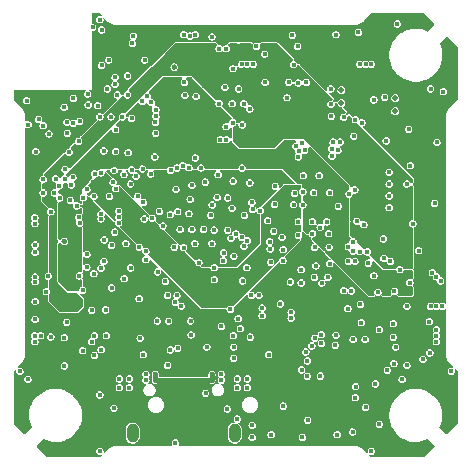
<source format=gbr>
%TF.GenerationSoftware,KiCad,Pcbnew,9.0.0-9.0.0-2~ubuntu24.04.1*%
%TF.CreationDate,2025-03-27T18:59:32+01:00*%
%TF.ProjectId,Kolibri v0.5,4b6f6c69-6272-4692-9076-302e352e6b69,rev?*%
%TF.SameCoordinates,Original*%
%TF.FileFunction,Copper,L7,Inr*%
%TF.FilePolarity,Positive*%
%FSLAX46Y46*%
G04 Gerber Fmt 4.6, Leading zero omitted, Abs format (unit mm)*
G04 Created by KiCad (PCBNEW 9.0.0-9.0.0-2~ubuntu24.04.1) date 2025-03-27 18:59:32*
%MOMM*%
%LPD*%
G01*
G04 APERTURE LIST*
%TA.AperFunction,ComponentPad*%
%ADD10O,1.000000X1.600000*%
%TD*%
%TA.AperFunction,HeatsinkPad*%
%ADD11C,0.500000*%
%TD*%
%TA.AperFunction,ViaPad*%
%ADD12C,0.450000*%
%TD*%
%TA.AperFunction,Conductor*%
%ADD13C,0.400000*%
%TD*%
G04 APERTURE END LIST*
D10*
%TO.N,GND*%
%TO.C,J1*%
X91280000Y-116747500D03*
X99920000Y-116747500D03*
%TD*%
D11*
%TO.N,GND*%
%TO.C,U7*%
X108950000Y-87700000D03*
X108950000Y-88800000D03*
%TD*%
%TO.N,GND*%
%TO.C,U6*%
X113512500Y-88387500D03*
X113512500Y-89487500D03*
%TD*%
D12*
%TO.N,GND*%
X94950000Y-96100000D03*
X106500000Y-99870000D03*
X87400000Y-101600000D03*
X110500000Y-85500000D03*
X86770000Y-103422604D03*
X90100000Y-97950000D03*
X83000000Y-108500000D03*
X98700000Y-91900000D03*
X96150000Y-96950000D03*
X108062500Y-88900000D03*
X103000000Y-116875000D03*
X91702513Y-96702513D03*
X113350000Y-108617500D03*
X91117500Y-102750000D03*
X82405546Y-112166206D03*
X106100000Y-115650000D03*
X113700000Y-82100000D03*
X92400000Y-111750000D03*
X101400000Y-117110000D03*
X117050000Y-92100000D03*
X90850000Y-86500000D03*
X116850000Y-97300000D03*
X92400000Y-112250000D03*
X94800000Y-101000000D03*
X84750000Y-95200000D03*
X91200000Y-90100000D03*
X96650000Y-88235000D03*
X117000000Y-108500000D03*
X99200000Y-84200000D03*
X100150000Y-112900000D03*
X89700000Y-114620000D03*
X92400000Y-101350000D03*
X108850000Y-92100000D03*
X105250000Y-84000000D03*
X109500000Y-106200000D03*
X88500000Y-89967500D03*
X106075000Y-110625000D03*
X85700000Y-107350000D03*
X113900000Y-102900000D03*
X105732500Y-94950000D03*
X101500000Y-85500000D03*
X83700000Y-95250000D03*
X105300000Y-100000000D03*
X109950000Y-108800000D03*
X85080000Y-95800000D03*
X101200000Y-95550000D03*
X112165000Y-115985000D03*
X88600000Y-98600000D03*
X91350000Y-83125000D03*
X88600000Y-98200000D03*
X100150000Y-112150000D03*
X104000000Y-102150000D03*
X117000000Y-108000000D03*
X84200000Y-91400000D03*
X108150000Y-93300000D03*
X88002500Y-96700000D03*
X89500000Y-104450000D03*
X89850000Y-92900000D03*
X85484998Y-89150000D03*
X101750000Y-84000000D03*
X94330000Y-107250000D03*
X96300000Y-95750000D03*
X104050000Y-114450000D03*
X98800000Y-111750000D03*
X90100000Y-98950000D03*
X104639412Y-103939412D03*
X118266206Y-111494454D03*
X88500000Y-113500000D03*
X110550000Y-105850000D03*
X85999998Y-97020000D03*
X86550000Y-97500000D03*
X101000000Y-112150000D03*
X84350000Y-108600000D03*
X101000000Y-85500000D03*
X95600000Y-101050000D03*
X91837500Y-105350000D03*
X90150000Y-112150000D03*
X84150000Y-103450000D03*
X97068939Y-94297663D03*
X117594454Y-87833794D03*
X88850000Y-102200000D03*
X88850000Y-92850000D03*
X91250000Y-83750000D03*
X91000000Y-112150000D03*
X102250000Y-106150000D03*
X87900000Y-82400000D03*
X92400000Y-102050000D03*
X112500000Y-100300000D03*
X88650000Y-82600000D03*
X111500000Y-85500000D03*
X92197487Y-97197487D03*
X105550000Y-102900000D03*
X113400000Y-110850000D03*
X96900000Y-102300000D03*
X86700000Y-98450000D03*
X85900000Y-92950000D03*
X87100000Y-96800000D03*
X106700000Y-108700000D03*
X117000000Y-109000000D03*
X98800000Y-112250000D03*
X107967500Y-96382379D03*
X104017500Y-101200000D03*
X108250000Y-92100000D03*
X99837500Y-109450000D03*
X92187500Y-110100000D03*
X83500000Y-108500000D03*
X93850000Y-99200000D03*
X83970000Y-104770000D03*
X114800000Y-94100000D03*
X95700000Y-88150000D03*
X89050000Y-108487500D03*
X101000000Y-112900000D03*
X88050000Y-110158648D03*
X89450000Y-89967500D03*
X98600000Y-84200000D03*
X85750000Y-91350000D03*
X108450000Y-109300000D03*
X103352450Y-95830640D03*
X100215000Y-107060000D03*
X106669064Y-103552000D03*
X88868144Y-100386702D03*
X83700000Y-96400000D03*
X102250000Y-106800000D03*
X89850000Y-91050000D03*
X84350000Y-98000000D03*
X84650000Y-96400000D03*
X104350000Y-88350000D03*
X96600000Y-83000000D03*
X99200000Y-90800000D03*
X108650000Y-92800000D03*
X91000000Y-112900000D03*
X97300000Y-99500000D03*
X90150000Y-112900000D03*
X106800000Y-102584000D03*
X109900000Y-116650000D03*
X90100000Y-98450000D03*
X98182500Y-99550000D03*
X83025000Y-107100000D03*
X88650000Y-85600000D03*
X110150000Y-112800000D03*
X108150000Y-92650000D03*
X110000000Y-91600000D03*
X96550000Y-100700000D03*
X95600000Y-83000000D03*
X115000000Y-99000000D03*
X83700000Y-90700000D03*
X90900000Y-93000000D03*
X95650000Y-87050000D03*
X114750000Y-104000000D03*
X108600000Y-116875000D03*
X88505546Y-118266206D03*
X111000000Y-85500000D03*
X90400000Y-89967500D03*
X105650000Y-117100000D03*
X96150000Y-83125000D03*
X87400000Y-102700000D03*
X99750000Y-90450000D03*
X82300000Y-88600000D03*
X100550000Y-90650000D03*
X86800000Y-98950000D03*
X88600000Y-102800000D03*
X86250000Y-88400000D03*
X103933743Y-100150615D03*
X106681876Y-101013589D03*
X88000000Y-103250000D03*
X100500000Y-85500000D03*
X99851004Y-101750000D03*
X99200000Y-91900000D03*
X108500000Y-108450000D03*
X83000000Y-109000000D03*
X87800000Y-106332500D03*
X83080000Y-92900000D03*
%TO.N,+1V1*%
X102925611Y-101145566D03*
X107950000Y-102400000D03*
X104700000Y-106500000D03*
X104700000Y-107000000D03*
X105300000Y-98832500D03*
%TO.N,+3V3*%
X114500000Y-95650000D03*
X83000000Y-99000000D03*
X97562500Y-109450000D03*
X101250000Y-108610000D03*
X91910000Y-108700000D03*
X106500000Y-98832500D03*
X112750000Y-92000000D03*
X103780000Y-105800000D03*
X102965359Y-102261869D03*
X96180000Y-107250000D03*
X113350000Y-107482500D03*
X98950000Y-102150000D03*
X101975000Y-105075002D03*
X105550000Y-104017500D03*
X93370000Y-107250000D03*
X107917500Y-101000000D03*
X107801522Y-103552000D03*
X105580360Y-111381512D03*
X110140000Y-113750000D03*
X107250000Y-108400000D03*
X102882500Y-100520000D03*
X107250000Y-109150000D03*
X112625000Y-88287500D03*
X112550000Y-101950000D03*
X102714710Y-98756025D03*
X83000000Y-98500000D03*
X105950000Y-109870000D03*
X88050000Y-108487500D03*
X111700000Y-88520000D03*
X87800000Y-109000000D03*
%TO.N,Net-(U1-XIN)*%
X107065002Y-94950000D03*
%TO.N,Net-(C15-Pad2)*%
X106600000Y-96382379D03*
X105700000Y-96302500D03*
%TO.N,+4V5*%
X99350000Y-105650000D03*
X87925000Y-95500000D03*
X103800000Y-96450000D03*
%TO.N,+5V*%
X108500000Y-85500000D03*
X117450000Y-89250000D03*
X98800000Y-95975000D03*
X109000000Y-85500000D03*
X88550000Y-84620000D03*
X110150000Y-87100000D03*
X85500000Y-100500000D03*
X108000000Y-85500000D03*
X110850000Y-87100000D03*
X89700000Y-84600000D03*
X111550000Y-87750000D03*
X102100000Y-95900000D03*
X100235000Y-83450000D03*
X82900000Y-110450000D03*
X112250000Y-87100000D03*
X102650000Y-95900000D03*
X115900000Y-111650000D03*
X83020000Y-99800000D03*
X94800000Y-85750000D03*
X102350000Y-96350000D03*
X88894454Y-116533794D03*
X111550000Y-87100000D03*
X100528824Y-97654690D03*
X84134442Y-87830577D03*
X111105546Y-83466206D03*
X102900000Y-96350000D03*
X89566206Y-83075000D03*
X110050000Y-114800000D03*
%TO.N,+3V3_ELRS*%
X89750000Y-99717500D03*
X98000000Y-100700000D03*
X96045286Y-94257055D03*
X86700000Y-92050000D03*
X93161009Y-93350726D03*
X89705642Y-94508060D03*
X93250000Y-89350000D03*
X90565002Y-103665002D03*
X96300000Y-99500000D03*
X108062500Y-87600000D03*
X89995000Y-88110602D03*
X91572315Y-94988691D03*
X97440002Y-95484998D03*
X87518321Y-88950000D03*
%TO.N,Net-(U3-CAP1)*%
X88309998Y-89020000D03*
%TO.N,VDD3P3*%
X86799538Y-90330408D03*
%TO.N,/ELRS/WIFI_ANTENNA*%
X83316798Y-90168183D03*
%TO.N,Net-(U3-XTAL_N)*%
X89150000Y-87600000D03*
%TO.N,Net-(C39-Pad2)*%
X87471446Y-88028554D03*
%TO.N,Net-(IC1-DCC_FB)*%
X98515000Y-94850000D03*
X95084999Y-97986677D03*
%TO.N,Net-(IC1-VR_PA)*%
X94474998Y-98241000D03*
%TO.N,Net-(IC3-DCC_FB)*%
X95037501Y-105075002D03*
X99600000Y-100250000D03*
X99317500Y-99550000D03*
%TO.N,Net-(IC3-VR_PA)*%
X93384998Y-103100000D03*
%TO.N,Net-(IC5-BOOT)*%
X109150000Y-90000000D03*
%TO.N,Net-(IC5-SW_1)*%
X108100000Y-89900000D03*
%TO.N,+5V_BUCK*%
X99322501Y-96832626D03*
X105300000Y-93350000D03*
X105600000Y-92200000D03*
X105850000Y-92800000D03*
X105100000Y-92450000D03*
X99787500Y-95400000D03*
X105337500Y-92850000D03*
%TO.N,VCC*%
X85700000Y-105600000D03*
X110200000Y-93750000D03*
X111800000Y-101447500D03*
X116650000Y-103150000D03*
X110650000Y-93750000D03*
X117350000Y-103850000D03*
X114650000Y-101950000D03*
X111150000Y-100390000D03*
X113250000Y-98650000D03*
X117000000Y-103500000D03*
X114189412Y-101860588D03*
X112700000Y-98650000D03*
X111100000Y-93750000D03*
X101017500Y-91900000D03*
%TO.N,Net-(IC6-BOOT)*%
X99700000Y-88850000D03*
%TO.N,Net-(IC6-SW_1)*%
X98600000Y-88850000D03*
%TO.N,+10V*%
X96450000Y-92450000D03*
X89800000Y-87200000D03*
X96450000Y-91950000D03*
X96950000Y-91950000D03*
X96950000Y-91450000D03*
X85950000Y-103050000D03*
X114600000Y-104750000D03*
X96950000Y-92450000D03*
X114100000Y-104750000D03*
X116500000Y-106000000D03*
X96450000Y-91450000D03*
X93600000Y-88200000D03*
X89800000Y-86600000D03*
X117500000Y-106000000D03*
X117000000Y-106000000D03*
%TO.N,/ADC/VBat_HI*%
X99837500Y-110399998D03*
X111150000Y-101400000D03*
X112050000Y-104800000D03*
%TO.N,/Video.In*%
X114500000Y-111000000D03*
%TO.N,Net-(U5-VIN)*%
X106450000Y-109350000D03*
%TO.N,Net-(U5-CLKIN)*%
X112173750Y-107973750D03*
%TO.N,Net-(U5-XFB)*%
X110965002Y-108800000D03*
%TO.N,Net-(D1-DOUT)*%
X116450000Y-109950000D03*
X100401509Y-107887149D03*
%TO.N,Net-(D3-DOUT)*%
X111494454Y-118266206D03*
X94900000Y-117575000D03*
%TO.N,Net-(D5-DOUT)*%
X82425000Y-90613746D03*
X81733793Y-111494456D03*
%TO.N,Net-(D7-DOUT)*%
X88505546Y-81733794D03*
X110400000Y-82800000D03*
%TO.N,/Connectors/LED*%
X108500000Y-83000000D03*
X116500000Y-87600000D03*
%TO.N,/ELRS/LED_RGB*%
X90550000Y-94850000D03*
%TO.N,/Spk.+*%
X87050000Y-104650000D03*
X83025000Y-103525000D03*
X83020000Y-103925000D03*
%TO.N,/Spk.-*%
X89000000Y-106300000D03*
X83020000Y-100810000D03*
X83020000Y-101450000D03*
%TO.N,Net-(D18-A)*%
X92800000Y-94800000D03*
%TO.N,/ELRS/RADIO_RST*%
X93550000Y-97975000D03*
X88063303Y-94785001D03*
%TO.N,/ELRS/RADIO_BUSY*%
X87400000Y-96100000D03*
X98010000Y-97415002D03*
%TO.N,/ELRS/RADIO_DIO1*%
X98439254Y-96771449D03*
X86250000Y-90500000D03*
%TO.N,/ELRS/RADIO_MISO*%
X85522492Y-95264361D03*
X95516382Y-94099448D03*
X92950000Y-98550000D03*
%TO.N,/ELRS/RADIO_MOSI*%
X95015002Y-94300000D03*
X86217049Y-95090597D03*
X95300000Y-99500000D03*
%TO.N,Net-(IC1-DCC_SW)*%
X96587500Y-93450000D03*
%TO.N,Net-(IC1-XTA)*%
X96050000Y-98150000D03*
%TO.N,Net-(IC1-XTB)*%
X97880723Y-98291201D03*
%TO.N,/ELRS/RADIO_SCK*%
X92250000Y-98600000D03*
X86088113Y-95727684D03*
X94500000Y-94500000D03*
%TO.N,/ELRS/RADIO_NSS*%
X88598419Y-94712517D03*
X91100000Y-95650000D03*
%TO.N,/ELRS/POWER_RXEN*%
X89835021Y-96038491D03*
%TO.N,/ELRS/POWER_TXEN*%
X89625000Y-95494912D03*
X89315002Y-96700000D03*
%TO.N,/ELRS/RADIO_NSS_2*%
X91850000Y-100999998D03*
X92850000Y-88750000D03*
%TO.N,/ELRS/RADIO_BUSY_2*%
X85713365Y-90439786D03*
X98200000Y-102734998D03*
%TO.N,/ELRS/RADIO_DIO1_2*%
X85559468Y-94420705D03*
X98991811Y-101475764D03*
%TO.N,/ELRS/RADIO_RST_2*%
X89250000Y-85150000D03*
X94900000Y-105650000D03*
%TO.N,/ELRS/POWER_RXEN_2*%
X89497500Y-100850000D03*
X93223534Y-91360294D03*
%TO.N,/ELRS/POWER_TXEN_2*%
X90700000Y-100700000D03*
X93215000Y-90441742D03*
%TO.N,Net-(IC5-FB)*%
X110142855Y-90194390D03*
%TO.N,Net-(IC5-RT{slash}SYNC)*%
X110700000Y-90450000D03*
%TO.N,Net-(IC6-FB)*%
X100700000Y-88850000D03*
%TO.N,Net-(IC6-RT{slash}SYNC)*%
X101200000Y-89300000D03*
%TO.N,Net-(J1-CC2)*%
X97450000Y-113350000D03*
X101400000Y-116090000D03*
%TO.N,+5V_USB*%
X98000000Y-112250000D03*
X99700000Y-97700000D03*
X93200000Y-111750000D03*
X98000000Y-111750000D03*
X93200000Y-112250000D03*
X102800000Y-110100000D03*
%TO.N,/USB.D+*%
X99300000Y-114700000D03*
X100150000Y-115550000D03*
%TO.N,/Motor.3*%
X100738175Y-98309565D03*
X113000000Y-95650000D03*
%TO.N,/Motor.1*%
X113000000Y-97650000D03*
X100500000Y-100150000D03*
%TO.N,/Motor.4*%
X101450025Y-97809565D03*
X113000000Y-94650000D03*
%TO.N,/Motor.2*%
X100027339Y-99866150D03*
X113000000Y-96650000D03*
%TO.N,/Connectors/Curr_ESC*%
X113100000Y-102200000D03*
X99800000Y-108500000D03*
X114650000Y-91000000D03*
%TO.N,/U1.TX*%
X104900000Y-85550000D03*
X110850000Y-99100000D03*
X106000000Y-87050000D03*
%TO.N,/U1.RX*%
X105300000Y-87100000D03*
X110250000Y-98800000D03*
X104800000Y-83050000D03*
%TO.N,/I2C0.SDA*%
X88617967Y-109678648D03*
X99775000Y-85875000D03*
X101003606Y-100438526D03*
%TO.N,/I2C0.SCL*%
X92300000Y-85150000D03*
X102450000Y-84650000D03*
X100700000Y-100909267D03*
X87050000Y-109750000D03*
%TO.N,/U2.TX*%
X100250000Y-87600000D03*
X110100000Y-96150000D03*
X98000000Y-83200000D03*
%TO.N,/U2.RX*%
X99100000Y-87450000D03*
X109600000Y-96500000D03*
%TO.N,/SWDIO*%
X105000000Y-96450000D03*
X102500000Y-87050000D03*
%TO.N,/SWCLK*%
X104500000Y-87050000D03*
X104900000Y-97400000D03*
%TO.N,/SD_DAT.0*%
X100600000Y-103850000D03*
X107301992Y-104035000D03*
X110100000Y-102200000D03*
%TO.N,/SD_DAT.3*%
X94250000Y-105075002D03*
X109950000Y-101350000D03*
X99551613Y-106271084D03*
%TO.N,/RP2350/SD_SCLK*%
X98200000Y-103750000D03*
X109950000Y-100550000D03*
%TO.N,/RP2350/SD_CMD*%
X95400000Y-105980000D03*
X109550000Y-100950000D03*
%TO.N,/SD_DAT.2*%
X110515000Y-101376000D03*
X98800000Y-107700000D03*
X94050000Y-103900000D03*
%TO.N,/PWM.1*%
X85090266Y-96832133D03*
%TO.N,/PWM.2*%
X83020000Y-105600000D03*
X92116103Y-94382695D03*
%TO.N,/PWM.3*%
X116400000Y-107300000D03*
X92100000Y-88650000D03*
%TO.N,/PWM.4*%
X115500000Y-101300000D03*
X93253338Y-89903102D03*
%TO.N,/U0.TX*%
X92500000Y-88200000D03*
X85500000Y-108650000D03*
X109150000Y-104675000D03*
%TO.N,/U0.RX*%
X109800000Y-104700000D03*
X90845000Y-88100000D03*
X85500000Y-111050000D03*
%TO.N,/Video.Out*%
X113450000Y-104750000D03*
X114500000Y-106000000D03*
%TO.N,Net-(U1-XOUT)*%
X105701178Y-97415001D03*
%TO.N,Net-(U4-PR1)*%
X100550000Y-94300000D03*
%TO.N,Net-(U5-HSYNC)*%
X106074064Y-111915995D03*
%TO.N,Net-(U5-VSYNC)*%
X107181855Y-111910000D03*
%TO.N,Net-(U5-LOS)*%
X111825000Y-112575000D03*
%TO.N,Net-(U1-QSPI_SS)*%
X110640002Y-107400000D03*
X111000000Y-114550000D03*
%TO.N,/ELRS/ELRS_BUTTON*%
X91185094Y-94454135D03*
%TO.N,/SD_DAT.1*%
X109550000Y-102200000D03*
%TO.N,/ADC.VBat*%
X111711504Y-103401728D03*
X101325098Y-105086471D03*
%TO.N,/Gyro/Int*%
X96225000Y-108425000D03*
X103208671Y-99638402D03*
%TO.N,/RP2350/Gyro_SS*%
X94250000Y-111000000D03*
X103312955Y-97382379D03*
%TO.N,/ADC.Curr*%
X100949159Y-102722257D03*
X111246066Y-102350000D03*
%TO.N,/SPI1.SCLK*%
X112850000Y-111415002D03*
X107158731Y-99334954D03*
%TO.N,/SPI1.MISO*%
X114100000Y-112200000D03*
X107877570Y-99851594D03*
%TO.N,/SPI1.MOSI*%
X115850000Y-110500000D03*
X108700000Y-97525002D03*
%TO.N,/RP2350/OSD_SS*%
X113550000Y-109450000D03*
X107700000Y-98850000D03*
%TO.N,/SPI0.SCLK*%
X101380319Y-97198143D03*
X94464353Y-109690450D03*
%TO.N,/SPI0.SDX*%
X102085000Y-97900000D03*
X95099000Y-109550000D03*
%TD*%
D13*
%TO.N,+5V_USB*%
X98000000Y-112250000D02*
X98000000Y-111750000D01*
X93200000Y-111750000D02*
X93200000Y-112250000D01*
X93200000Y-112250000D02*
X98000000Y-112250000D01*
%TD*%
%TA.AperFunction,Conductor*%
%TO.N,+4V5*%
G36*
X88989032Y-94639032D02*
G01*
X89492909Y-95142909D01*
X89505796Y-95174022D01*
X89492909Y-95205135D01*
X89483797Y-95212126D01*
X89431282Y-95242447D01*
X89431279Y-95242449D01*
X89372537Y-95301191D01*
X89372537Y-95301192D01*
X89331003Y-95373129D01*
X89331001Y-95373133D01*
X89331001Y-95373134D01*
X89309500Y-95453376D01*
X89309500Y-95536448D01*
X89331001Y-95616690D01*
X89372538Y-95688633D01*
X89431279Y-95747374D01*
X89503222Y-95788911D01*
X89544472Y-95799964D01*
X89571188Y-95820464D01*
X89575584Y-95853852D01*
X89571188Y-95864464D01*
X89541024Y-95916708D01*
X89541022Y-95916712D01*
X89534371Y-95941536D01*
X89519521Y-95996955D01*
X89519521Y-96080027D01*
X89541022Y-96160269D01*
X89582559Y-96232212D01*
X89641300Y-96290953D01*
X89713243Y-96332490D01*
X89793485Y-96353991D01*
X89793487Y-96353991D01*
X89876555Y-96353991D01*
X89876557Y-96353991D01*
X89956799Y-96332490D01*
X90028742Y-96290953D01*
X90087483Y-96232212D01*
X90129020Y-96160269D01*
X90150521Y-96080027D01*
X90150521Y-95996955D01*
X90129020Y-95916713D01*
X90108033Y-95880364D01*
X90103638Y-95846978D01*
X90124138Y-95820260D01*
X90157526Y-95815864D01*
X90177252Y-95827252D01*
X92676863Y-98326863D01*
X92689750Y-98357976D01*
X92683855Y-98379976D01*
X92656003Y-98428216D01*
X92656001Y-98428221D01*
X92646943Y-98462026D01*
X92635814Y-98503563D01*
X92635802Y-98503606D01*
X92615301Y-98530323D01*
X92581913Y-98534719D01*
X92555196Y-98514218D01*
X92550801Y-98503610D01*
X92543999Y-98478222D01*
X92502462Y-98406279D01*
X92443721Y-98347538D01*
X92443720Y-98347537D01*
X92371782Y-98306003D01*
X92371778Y-98306001D01*
X92291536Y-98284500D01*
X92208464Y-98284500D01*
X92159806Y-98297538D01*
X92128221Y-98306001D01*
X92128217Y-98306003D01*
X92056280Y-98347537D01*
X92056279Y-98347537D01*
X91997537Y-98406279D01*
X91997537Y-98406280D01*
X91956003Y-98478217D01*
X91956001Y-98478221D01*
X91952434Y-98491534D01*
X91934500Y-98558464D01*
X91934500Y-98641536D01*
X91949506Y-98697538D01*
X91956001Y-98721778D01*
X91956003Y-98721782D01*
X91964941Y-98737262D01*
X91997538Y-98793721D01*
X92056279Y-98852462D01*
X92128222Y-98893999D01*
X92208464Y-98915500D01*
X92208466Y-98915500D01*
X92291534Y-98915500D01*
X92291536Y-98915500D01*
X92371778Y-98893999D01*
X92443721Y-98852462D01*
X92502462Y-98793721D01*
X92543999Y-98721778D01*
X92564199Y-98646389D01*
X92584698Y-98619676D01*
X92618086Y-98615280D01*
X92644803Y-98635781D01*
X92649198Y-98646390D01*
X92656001Y-98671778D01*
X92697538Y-98743721D01*
X92756279Y-98802462D01*
X92828222Y-98843999D01*
X92908464Y-98865500D01*
X92908466Y-98865500D01*
X92991534Y-98865500D01*
X92991536Y-98865500D01*
X93071778Y-98843999D01*
X93120023Y-98816143D01*
X93153410Y-98811748D01*
X93173136Y-98823136D01*
X93521613Y-99171613D01*
X93534500Y-99202726D01*
X93534500Y-99241536D01*
X93556001Y-99321778D01*
X93597538Y-99393721D01*
X93656279Y-99452462D01*
X93728222Y-99493999D01*
X93808464Y-99515500D01*
X93808466Y-99515500D01*
X93847274Y-99515500D01*
X93878387Y-99528387D01*
X95003027Y-100653027D01*
X95015914Y-100684140D01*
X95003027Y-100715253D01*
X94971914Y-100728140D01*
X94949914Y-100722245D01*
X94921783Y-100706003D01*
X94921778Y-100706001D01*
X94907600Y-100702202D01*
X94841536Y-100684500D01*
X94758464Y-100684500D01*
X94704969Y-100698834D01*
X94678221Y-100706001D01*
X94678217Y-100706003D01*
X94606280Y-100747537D01*
X94606279Y-100747537D01*
X94547537Y-100806279D01*
X94547537Y-100806280D01*
X94506003Y-100878217D01*
X94506001Y-100878221D01*
X94498557Y-100906003D01*
X94484500Y-100958464D01*
X94484500Y-101041536D01*
X94501246Y-101104031D01*
X94506001Y-101121778D01*
X94506003Y-101121782D01*
X94525920Y-101156279D01*
X94547538Y-101193721D01*
X94606279Y-101252462D01*
X94678222Y-101293999D01*
X94758464Y-101315500D01*
X94758466Y-101315500D01*
X94841534Y-101315500D01*
X94841536Y-101315500D01*
X94921778Y-101293999D01*
X94993721Y-101252462D01*
X95052462Y-101193721D01*
X95093999Y-101121778D01*
X95115500Y-101041536D01*
X95115500Y-100958464D01*
X95093999Y-100878222D01*
X95081330Y-100856279D01*
X95077754Y-100850085D01*
X95073358Y-100816697D01*
X95093859Y-100789980D01*
X95127247Y-100785584D01*
X95146972Y-100796972D01*
X95282167Y-100932167D01*
X95295054Y-100963280D01*
X95293555Y-100974667D01*
X95288376Y-100993999D01*
X95284500Y-101008464D01*
X95284500Y-101091536D01*
X95306001Y-101171778D01*
X95347538Y-101243721D01*
X95406279Y-101302462D01*
X95478222Y-101343999D01*
X95558464Y-101365500D01*
X95558466Y-101365500D01*
X95641535Y-101365500D01*
X95641536Y-101365500D01*
X95675332Y-101356444D01*
X95708719Y-101360840D01*
X95717832Y-101367832D01*
X96571945Y-102221945D01*
X96584832Y-102253058D01*
X96584500Y-102258128D01*
X96584500Y-102258464D01*
X96584500Y-102341536D01*
X96598483Y-102393721D01*
X96606001Y-102421778D01*
X96606003Y-102421782D01*
X96625522Y-102455589D01*
X96647538Y-102493721D01*
X96706279Y-102552462D01*
X96778222Y-102593999D01*
X96858464Y-102615500D01*
X96858466Y-102615500D01*
X96944420Y-102615500D01*
X96944420Y-102616412D01*
X96973714Y-102624249D01*
X96978046Y-102628046D01*
X97150000Y-102800000D01*
X97150001Y-102800000D01*
X97857026Y-102800000D01*
X97888139Y-102812887D01*
X97899525Y-102832609D01*
X97903526Y-102847538D01*
X97906001Y-102856776D01*
X97906003Y-102856780D01*
X97933692Y-102904738D01*
X97947538Y-102928719D01*
X98006279Y-102987460D01*
X98078222Y-103028997D01*
X98158464Y-103050498D01*
X98158466Y-103050498D01*
X98241534Y-103050498D01*
X98241536Y-103050498D01*
X98321778Y-103028997D01*
X98393721Y-102987460D01*
X98452462Y-102928719D01*
X98493999Y-102856776D01*
X98500474Y-102832610D01*
X98520974Y-102805895D01*
X98542974Y-102800000D01*
X100099999Y-102800000D01*
X100100000Y-102800000D01*
X100219279Y-102680721D01*
X100633659Y-102680721D01*
X100633659Y-102763793D01*
X100655160Y-102844035D01*
X100696697Y-102915978D01*
X100755438Y-102974719D01*
X100827381Y-103016256D01*
X100907623Y-103037757D01*
X100907625Y-103037757D01*
X100990693Y-103037757D01*
X100990695Y-103037757D01*
X101070937Y-103016256D01*
X101142880Y-102974719D01*
X101201621Y-102915978D01*
X101243158Y-102844035D01*
X101264659Y-102763793D01*
X101264659Y-102680721D01*
X101243158Y-102600479D01*
X101201621Y-102528536D01*
X101142880Y-102469795D01*
X101142879Y-102469794D01*
X101070941Y-102428260D01*
X101070937Y-102428258D01*
X101046768Y-102421782D01*
X100990695Y-102406757D01*
X100907623Y-102406757D01*
X100854128Y-102421091D01*
X100827380Y-102428258D01*
X100827376Y-102428260D01*
X100755439Y-102469794D01*
X100755438Y-102469794D01*
X100696696Y-102528536D01*
X100696696Y-102528537D01*
X100655162Y-102600474D01*
X100655160Y-102600478D01*
X100655160Y-102600479D01*
X100633659Y-102680721D01*
X100219279Y-102680721D01*
X100679667Y-102220333D01*
X102649859Y-102220333D01*
X102649859Y-102303405D01*
X102671360Y-102383647D01*
X102712897Y-102455590D01*
X102771638Y-102514331D01*
X102843581Y-102555868D01*
X102923823Y-102577369D01*
X102923825Y-102577369D01*
X103006893Y-102577369D01*
X103006895Y-102577369D01*
X103087137Y-102555868D01*
X103159080Y-102514331D01*
X103217821Y-102455590D01*
X103259358Y-102383647D01*
X103280859Y-102303405D01*
X103280859Y-102220333D01*
X103259358Y-102140091D01*
X103217821Y-102068148D01*
X103159080Y-102009407D01*
X103159079Y-102009406D01*
X103087141Y-101967872D01*
X103087137Y-101967870D01*
X103006895Y-101946369D01*
X102923823Y-101946369D01*
X102870328Y-101960703D01*
X102843580Y-101967870D01*
X102843576Y-101967872D01*
X102771639Y-102009406D01*
X102771638Y-102009406D01*
X102712896Y-102068148D01*
X102712896Y-102068149D01*
X102671362Y-102140086D01*
X102671360Y-102140090D01*
X102671360Y-102140091D01*
X102649859Y-102220333D01*
X100679667Y-102220333D01*
X102150000Y-100750000D01*
X102150000Y-100478464D01*
X102567000Y-100478464D01*
X102567000Y-100561536D01*
X102576647Y-100597538D01*
X102588501Y-100641778D01*
X102588503Y-100641782D01*
X102630037Y-100713719D01*
X102630037Y-100713720D01*
X102688779Y-100772462D01*
X102748812Y-100807123D01*
X102769313Y-100833840D01*
X102764917Y-100867228D01*
X102748813Y-100883332D01*
X102731893Y-100893101D01*
X102731890Y-100893103D01*
X102673148Y-100951845D01*
X102673148Y-100951846D01*
X102631614Y-101023783D01*
X102631612Y-101023787D01*
X102631612Y-101023788D01*
X102610111Y-101104030D01*
X102610111Y-101187102D01*
X102621128Y-101228217D01*
X102631612Y-101267344D01*
X102631614Y-101267348D01*
X102651888Y-101302462D01*
X102673149Y-101339287D01*
X102731890Y-101398028D01*
X102803833Y-101439565D01*
X102884075Y-101461066D01*
X102884077Y-101461066D01*
X102967145Y-101461066D01*
X102967147Y-101461066D01*
X103047389Y-101439565D01*
X103119332Y-101398028D01*
X103178073Y-101339287D01*
X103219610Y-101267344D01*
X103241111Y-101187102D01*
X103241111Y-101158464D01*
X103702000Y-101158464D01*
X103702000Y-101241536D01*
X103719934Y-101308465D01*
X103723501Y-101321778D01*
X103723503Y-101321782D01*
X103738374Y-101347538D01*
X103765038Y-101393721D01*
X103823779Y-101452462D01*
X103895722Y-101493999D01*
X103975964Y-101515500D01*
X103975966Y-101515500D01*
X104059034Y-101515500D01*
X104059036Y-101515500D01*
X104139278Y-101493999D01*
X104211221Y-101452462D01*
X104269962Y-101393721D01*
X104311499Y-101321778D01*
X104333000Y-101241536D01*
X104333000Y-101158464D01*
X104311499Y-101078222D01*
X104269962Y-101006279D01*
X104211221Y-100947538D01*
X104211220Y-100947537D01*
X104139282Y-100906003D01*
X104139278Y-100906001D01*
X104059036Y-100884500D01*
X103975964Y-100884500D01*
X103922469Y-100898834D01*
X103895721Y-100906001D01*
X103895717Y-100906003D01*
X103823780Y-100947537D01*
X103823779Y-100947537D01*
X103765037Y-101006279D01*
X103765037Y-101006280D01*
X103723503Y-101078217D01*
X103723501Y-101078221D01*
X103718325Y-101097538D01*
X103702000Y-101158464D01*
X103241111Y-101158464D01*
X103241111Y-101104030D01*
X103219610Y-101023788D01*
X103178073Y-100951845D01*
X103119332Y-100893104D01*
X103093551Y-100878219D01*
X103059297Y-100858442D01*
X103038797Y-100831724D01*
X103043193Y-100798336D01*
X103059296Y-100782233D01*
X103076221Y-100772462D01*
X103134962Y-100713721D01*
X103176499Y-100641778D01*
X103198000Y-100561536D01*
X103198000Y-100478464D01*
X103176499Y-100398222D01*
X103134962Y-100326279D01*
X103076221Y-100267538D01*
X103076220Y-100267537D01*
X103004282Y-100226003D01*
X103004278Y-100226001D01*
X102924036Y-100204500D01*
X102840964Y-100204500D01*
X102787469Y-100218834D01*
X102760721Y-100226001D01*
X102760717Y-100226003D01*
X102688780Y-100267537D01*
X102688779Y-100267537D01*
X102630037Y-100326279D01*
X102630037Y-100326280D01*
X102588503Y-100398217D01*
X102588501Y-100398221D01*
X102580458Y-100428238D01*
X102567000Y-100478464D01*
X102150000Y-100478464D01*
X102150000Y-100109079D01*
X103618243Y-100109079D01*
X103618243Y-100192151D01*
X103639744Y-100272393D01*
X103681281Y-100344336D01*
X103740022Y-100403077D01*
X103811965Y-100444614D01*
X103892207Y-100466115D01*
X103892209Y-100466115D01*
X103975277Y-100466115D01*
X103975279Y-100466115D01*
X104055521Y-100444614D01*
X104127464Y-100403077D01*
X104186205Y-100344336D01*
X104227742Y-100272393D01*
X104249243Y-100192151D01*
X104249243Y-100109079D01*
X104227742Y-100028837D01*
X104186205Y-99956894D01*
X104127464Y-99898153D01*
X104127463Y-99898152D01*
X104055525Y-99856618D01*
X104055521Y-99856616D01*
X104053226Y-99856001D01*
X103975279Y-99835115D01*
X103892207Y-99835115D01*
X103838712Y-99849449D01*
X103811964Y-99856616D01*
X103811960Y-99856618D01*
X103740023Y-99898152D01*
X103740022Y-99898152D01*
X103681280Y-99956894D01*
X103681280Y-99956895D01*
X103639746Y-100028832D01*
X103639744Y-100028836D01*
X103636342Y-100041534D01*
X103618243Y-100109079D01*
X102150000Y-100109079D01*
X102150000Y-99596866D01*
X102893171Y-99596866D01*
X102893171Y-99679938D01*
X102914672Y-99760180D01*
X102956209Y-99832123D01*
X103014950Y-99890864D01*
X103086893Y-99932401D01*
X103167135Y-99953902D01*
X103167137Y-99953902D01*
X103250205Y-99953902D01*
X103250207Y-99953902D01*
X103330449Y-99932401D01*
X103402392Y-99890864D01*
X103461133Y-99832123D01*
X103502670Y-99760180D01*
X103524171Y-99679938D01*
X103524171Y-99596866D01*
X103502670Y-99516624D01*
X103461133Y-99444681D01*
X103402392Y-99385940D01*
X103402391Y-99385939D01*
X103330453Y-99344405D01*
X103330449Y-99344403D01*
X103250207Y-99322902D01*
X103167135Y-99322902D01*
X103113640Y-99337236D01*
X103086892Y-99344403D01*
X103086888Y-99344405D01*
X103014951Y-99385939D01*
X103014950Y-99385939D01*
X102956208Y-99444681D01*
X102956208Y-99444682D01*
X102914674Y-99516619D01*
X102914672Y-99516623D01*
X102914672Y-99516624D01*
X102893171Y-99596866D01*
X102150000Y-99596866D01*
X102150000Y-98714489D01*
X102399210Y-98714489D01*
X102399210Y-98797561D01*
X102411653Y-98843998D01*
X102420711Y-98877803D01*
X102420713Y-98877807D01*
X102430060Y-98893996D01*
X102462248Y-98949746D01*
X102520989Y-99008487D01*
X102592932Y-99050024D01*
X102673174Y-99071525D01*
X102673176Y-99071525D01*
X102756244Y-99071525D01*
X102756246Y-99071525D01*
X102836488Y-99050024D01*
X102908431Y-99008487D01*
X102967172Y-98949746D01*
X103008709Y-98877803D01*
X103030210Y-98797561D01*
X103030210Y-98714489D01*
X103008709Y-98634247D01*
X102967172Y-98562304D01*
X102908431Y-98503563D01*
X102908430Y-98503562D01*
X102836492Y-98462028D01*
X102836488Y-98462026D01*
X102756246Y-98440525D01*
X102673174Y-98440525D01*
X102619679Y-98454859D01*
X102592931Y-98462026D01*
X102592927Y-98462028D01*
X102520990Y-98503562D01*
X102520989Y-98503562D01*
X102462247Y-98562304D01*
X102462247Y-98562305D01*
X102420713Y-98634242D01*
X102420711Y-98634246D01*
X102418172Y-98643721D01*
X102399210Y-98714489D01*
X102150000Y-98714489D01*
X102150000Y-98242974D01*
X102162887Y-98211861D01*
X102182609Y-98200474D01*
X102206778Y-98193999D01*
X102278721Y-98152462D01*
X102337462Y-98093721D01*
X102378999Y-98021778D01*
X102400500Y-97941536D01*
X102400500Y-97858464D01*
X102378999Y-97778222D01*
X102337462Y-97706279D01*
X102278721Y-97647538D01*
X102278720Y-97647537D01*
X102276435Y-97645784D01*
X102277267Y-97644699D01*
X102259527Y-97621555D01*
X102263941Y-97588170D01*
X102270914Y-97579085D01*
X102509156Y-97340843D01*
X102997455Y-97340843D01*
X102997455Y-97423915D01*
X103007384Y-97460969D01*
X103018956Y-97504157D01*
X103018958Y-97504161D01*
X103029132Y-97521782D01*
X103060493Y-97576100D01*
X103119234Y-97634841D01*
X103191177Y-97676378D01*
X103271419Y-97697879D01*
X103271421Y-97697879D01*
X103354489Y-97697879D01*
X103354491Y-97697879D01*
X103434733Y-97676378D01*
X103506676Y-97634841D01*
X103565417Y-97576100D01*
X103606954Y-97504157D01*
X103628455Y-97423915D01*
X103628455Y-97358464D01*
X104584500Y-97358464D01*
X104584500Y-97441536D01*
X104606001Y-97521778D01*
X104606003Y-97521782D01*
X104614664Y-97536783D01*
X104647538Y-97593721D01*
X104706279Y-97652462D01*
X104778222Y-97693999D01*
X104858464Y-97715500D01*
X104858466Y-97715500D01*
X104941534Y-97715500D01*
X104941536Y-97715500D01*
X105021778Y-97693999D01*
X105093721Y-97652462D01*
X105152462Y-97593721D01*
X105193999Y-97521778D01*
X105215500Y-97441536D01*
X105215500Y-97358464D01*
X105193999Y-97278222D01*
X105152462Y-97206279D01*
X105093721Y-97147538D01*
X105093720Y-97147537D01*
X105021782Y-97106003D01*
X105021778Y-97106001D01*
X104941536Y-97084500D01*
X104858464Y-97084500D01*
X104823014Y-97093999D01*
X104778221Y-97106001D01*
X104778217Y-97106003D01*
X104706280Y-97147537D01*
X104706279Y-97147537D01*
X104647537Y-97206279D01*
X104647537Y-97206280D01*
X104606003Y-97278217D01*
X104606001Y-97278221D01*
X104606001Y-97278222D01*
X104584500Y-97358464D01*
X103628455Y-97358464D01*
X103628455Y-97340843D01*
X103606954Y-97260601D01*
X103565417Y-97188658D01*
X103506676Y-97129917D01*
X103506675Y-97129916D01*
X103434737Y-97088382D01*
X103434733Y-97088380D01*
X103422447Y-97085088D01*
X103354491Y-97066879D01*
X103271419Y-97066879D01*
X103217924Y-97081213D01*
X103191176Y-97088380D01*
X103191172Y-97088382D01*
X103119235Y-97129916D01*
X103119234Y-97129916D01*
X103060492Y-97188658D01*
X103060492Y-97188659D01*
X103018958Y-97260596D01*
X103018956Y-97260600D01*
X103018956Y-97260601D01*
X102997455Y-97340843D01*
X102509156Y-97340843D01*
X104087113Y-95762887D01*
X104118226Y-95750000D01*
X105516000Y-95750000D01*
X105547113Y-95762887D01*
X105560000Y-95794000D01*
X105560000Y-95993617D01*
X105547113Y-96024730D01*
X105538001Y-96031721D01*
X105506282Y-96050035D01*
X105506279Y-96050037D01*
X105447537Y-96108779D01*
X105447537Y-96108780D01*
X105406003Y-96180717D01*
X105406001Y-96180721D01*
X105406001Y-96180722D01*
X105385756Y-96256279D01*
X105384500Y-96260965D01*
X105384500Y-96331763D01*
X105371613Y-96362876D01*
X105340500Y-96375763D01*
X105309387Y-96362876D01*
X105297999Y-96343153D01*
X105293999Y-96328222D01*
X105252462Y-96256279D01*
X105193721Y-96197538D01*
X105193720Y-96197537D01*
X105121782Y-96156003D01*
X105121778Y-96156001D01*
X105108570Y-96152462D01*
X105041536Y-96134500D01*
X104958464Y-96134500D01*
X104904969Y-96148834D01*
X104878221Y-96156001D01*
X104878217Y-96156003D01*
X104806280Y-96197537D01*
X104806279Y-96197537D01*
X104747537Y-96256279D01*
X104747537Y-96256280D01*
X104706003Y-96328217D01*
X104706001Y-96328221D01*
X104699506Y-96352462D01*
X104684500Y-96408464D01*
X104684500Y-96491536D01*
X104688451Y-96506280D01*
X104706001Y-96571778D01*
X104706003Y-96571782D01*
X104711172Y-96580735D01*
X104747538Y-96643721D01*
X104806279Y-96702462D01*
X104878222Y-96743999D01*
X104958464Y-96765500D01*
X104958466Y-96765500D01*
X105041534Y-96765500D01*
X105041536Y-96765500D01*
X105121778Y-96743999D01*
X105193721Y-96702462D01*
X105252462Y-96643721D01*
X105293999Y-96571778D01*
X105315500Y-96491536D01*
X105315500Y-96420736D01*
X105328387Y-96389623D01*
X105359500Y-96376736D01*
X105390613Y-96389623D01*
X105402000Y-96409346D01*
X105402669Y-96411843D01*
X105406001Y-96424278D01*
X105406003Y-96424282D01*
X105447537Y-96496219D01*
X105447541Y-96496225D01*
X105489944Y-96538627D01*
X105506279Y-96554962D01*
X105538000Y-96573276D01*
X105558501Y-96599993D01*
X105560000Y-96611381D01*
X105560000Y-97106798D01*
X105547113Y-97137911D01*
X105538002Y-97144902D01*
X105507457Y-97162538D01*
X105448715Y-97221280D01*
X105448715Y-97221281D01*
X105407181Y-97293218D01*
X105407179Y-97293222D01*
X105400201Y-97319265D01*
X105385678Y-97373465D01*
X105385678Y-97456537D01*
X105403161Y-97521782D01*
X105407179Y-97536779D01*
X105407181Y-97536783D01*
X105431605Y-97579085D01*
X105440054Y-97593720D01*
X105448715Y-97608720D01*
X105448719Y-97608726D01*
X105484693Y-97644699D01*
X105507457Y-97667463D01*
X105507458Y-97667464D01*
X105507460Y-97667465D01*
X105521816Y-97675753D01*
X105538000Y-97685097D01*
X105558501Y-97711814D01*
X105560000Y-97723202D01*
X105560000Y-98542093D01*
X105547113Y-98573206D01*
X105516000Y-98586093D01*
X105494000Y-98580198D01*
X105421783Y-98538503D01*
X105421778Y-98538501D01*
X105408708Y-98534999D01*
X105341536Y-98517000D01*
X105258464Y-98517000D01*
X105204969Y-98531334D01*
X105178221Y-98538501D01*
X105178217Y-98538503D01*
X105106280Y-98580037D01*
X105106279Y-98580037D01*
X105047537Y-98638779D01*
X105047537Y-98638780D01*
X105006003Y-98710717D01*
X105006001Y-98710721D01*
X104997159Y-98743719D01*
X104984500Y-98790964D01*
X104984500Y-98874036D01*
X105006001Y-98954278D01*
X105047538Y-99026221D01*
X105106279Y-99084962D01*
X105178222Y-99126499D01*
X105258464Y-99148000D01*
X105258466Y-99148000D01*
X105341534Y-99148000D01*
X105341536Y-99148000D01*
X105421778Y-99126499D01*
X105493721Y-99084962D01*
X105493720Y-99084962D01*
X105494000Y-99084801D01*
X105527388Y-99080405D01*
X105554105Y-99100906D01*
X105560000Y-99122906D01*
X105560000Y-99709593D01*
X105547113Y-99740706D01*
X105516000Y-99753593D01*
X105494000Y-99747698D01*
X105421783Y-99706003D01*
X105421778Y-99706001D01*
X105341536Y-99684500D01*
X105258464Y-99684500D01*
X105204969Y-99698834D01*
X105178221Y-99706001D01*
X105178217Y-99706003D01*
X105106280Y-99747537D01*
X105106279Y-99747537D01*
X105047537Y-99806279D01*
X105047537Y-99806280D01*
X105006003Y-99878217D01*
X105006001Y-99878221D01*
X105000825Y-99897538D01*
X104984500Y-99958464D01*
X104984500Y-100041536D01*
X105002598Y-100109079D01*
X105006001Y-100121778D01*
X105006003Y-100121782D01*
X105013196Y-100134240D01*
X105047538Y-100193721D01*
X105106279Y-100252462D01*
X105178222Y-100293999D01*
X105258464Y-100315500D01*
X105258466Y-100315500D01*
X105341537Y-100315500D01*
X105352932Y-100312446D01*
X105378213Y-100305672D01*
X105411600Y-100310066D01*
X105432101Y-100336783D01*
X105427707Y-100370171D01*
X105420714Y-100379285D01*
X103976411Y-101823588D01*
X103956687Y-101834976D01*
X103937461Y-101840127D01*
X103878222Y-101856001D01*
X103878220Y-101856001D01*
X103878220Y-101856002D01*
X103878217Y-101856003D01*
X103806280Y-101897537D01*
X103806279Y-101897537D01*
X103747537Y-101956279D01*
X103747537Y-101956280D01*
X103706003Y-102028217D01*
X103706001Y-102028220D01*
X103706001Y-102028222D01*
X103692603Y-102078222D01*
X103684976Y-102106687D01*
X103673588Y-102126411D01*
X99792058Y-106007941D01*
X99760945Y-106020828D01*
X99738945Y-106014933D01*
X99673395Y-105977087D01*
X99673391Y-105977085D01*
X99593149Y-105955584D01*
X99510077Y-105955584D01*
X99456582Y-105969918D01*
X99429834Y-105977085D01*
X99429830Y-105977087D01*
X99357893Y-106018621D01*
X99357892Y-106018621D01*
X99299150Y-106077363D01*
X99299150Y-106077364D01*
X99269915Y-106128000D01*
X99243198Y-106148501D01*
X99231810Y-106150000D01*
X97118226Y-106150000D01*
X97087113Y-106137113D01*
X94658464Y-103708464D01*
X97884500Y-103708464D01*
X97884500Y-103791536D01*
X97906001Y-103871778D01*
X97947538Y-103943721D01*
X98006279Y-104002462D01*
X98078222Y-104043999D01*
X98158464Y-104065500D01*
X98158466Y-104065500D01*
X98241534Y-104065500D01*
X98241536Y-104065500D01*
X98321778Y-104043999D01*
X98393721Y-104002462D01*
X98452462Y-103943721D01*
X98493999Y-103871778D01*
X98510964Y-103808464D01*
X100284500Y-103808464D01*
X100284500Y-103891536D01*
X100306001Y-103971778D01*
X100347538Y-104043721D01*
X100406279Y-104102462D01*
X100478222Y-104143999D01*
X100558464Y-104165500D01*
X100558466Y-104165500D01*
X100641534Y-104165500D01*
X100641536Y-104165500D01*
X100721778Y-104143999D01*
X100793721Y-104102462D01*
X100852462Y-104043721D01*
X100893999Y-103971778D01*
X100915500Y-103891536D01*
X100915500Y-103808464D01*
X100893999Y-103728222D01*
X100852462Y-103656279D01*
X100793721Y-103597538D01*
X100793720Y-103597537D01*
X100721782Y-103556003D01*
X100721778Y-103556001D01*
X100641536Y-103534500D01*
X100558464Y-103534500D01*
X100504969Y-103548834D01*
X100478221Y-103556001D01*
X100478217Y-103556003D01*
X100406280Y-103597537D01*
X100406279Y-103597537D01*
X100347537Y-103656279D01*
X100347537Y-103656280D01*
X100306003Y-103728217D01*
X100306001Y-103728221D01*
X100306001Y-103728222D01*
X100284500Y-103808464D01*
X98510964Y-103808464D01*
X98515500Y-103791536D01*
X98515500Y-103708464D01*
X98493999Y-103628222D01*
X98452462Y-103556279D01*
X98393721Y-103497538D01*
X98393720Y-103497537D01*
X98321782Y-103456003D01*
X98321778Y-103456001D01*
X98241536Y-103434500D01*
X98158464Y-103434500D01*
X98104969Y-103448834D01*
X98078221Y-103456001D01*
X98078217Y-103456003D01*
X98006280Y-103497537D01*
X98006279Y-103497537D01*
X97947537Y-103556279D01*
X97947537Y-103556280D01*
X97906003Y-103628217D01*
X97906001Y-103628221D01*
X97900825Y-103647538D01*
X97884500Y-103708464D01*
X94658464Y-103708464D01*
X92604204Y-101654204D01*
X92591317Y-101623091D01*
X92604203Y-101591979D01*
X92652462Y-101543721D01*
X92693999Y-101471778D01*
X92715500Y-101391536D01*
X92715500Y-101308464D01*
X92693999Y-101228222D01*
X92652462Y-101156279D01*
X92593721Y-101097538D01*
X92593720Y-101097537D01*
X92521782Y-101056003D01*
X92521778Y-101056001D01*
X92441536Y-101034500D01*
X92358464Y-101034500D01*
X92304969Y-101048834D01*
X92278221Y-101056001D01*
X92278216Y-101056003D01*
X92231435Y-101083013D01*
X92198047Y-101087409D01*
X92171330Y-101066908D01*
X92166868Y-101044418D01*
X92165500Y-101044418D01*
X92165500Y-100958463D01*
X92163727Y-100951845D01*
X92143999Y-100878220D01*
X92102462Y-100806277D01*
X92043721Y-100747536D01*
X92043720Y-100747535D01*
X91971782Y-100706001D01*
X91971778Y-100705999D01*
X91971774Y-100705998D01*
X91891536Y-100684498D01*
X91808464Y-100684498D01*
X91765464Y-100696019D01*
X91728224Y-100705998D01*
X91728217Y-100706001D01*
X91711670Y-100715554D01*
X91678282Y-100719947D01*
X91658560Y-100708560D01*
X90244713Y-99294713D01*
X90231826Y-99263600D01*
X90244713Y-99232487D01*
X90253821Y-99225498D01*
X90293721Y-99202462D01*
X90352462Y-99143721D01*
X90393999Y-99071778D01*
X90415500Y-98991536D01*
X90415500Y-98908464D01*
X90393999Y-98828222D01*
X90352462Y-98756279D01*
X90327296Y-98731113D01*
X90314409Y-98700000D01*
X90327296Y-98668887D01*
X90333446Y-98662737D01*
X90352462Y-98643721D01*
X90393999Y-98571778D01*
X90415500Y-98491536D01*
X90415500Y-98408464D01*
X90393999Y-98328222D01*
X90352462Y-98256279D01*
X90327296Y-98231113D01*
X90314409Y-98200000D01*
X90327296Y-98168887D01*
X90337719Y-98158464D01*
X90352462Y-98143721D01*
X90393999Y-98071778D01*
X90415500Y-97991536D01*
X90415500Y-97908464D01*
X90393999Y-97828222D01*
X90352462Y-97756279D01*
X90293721Y-97697538D01*
X90293720Y-97697537D01*
X90221782Y-97656003D01*
X90221778Y-97656001D01*
X90208570Y-97652462D01*
X90141536Y-97634500D01*
X90058464Y-97634500D01*
X90016352Y-97645784D01*
X89978221Y-97656001D01*
X89978217Y-97656003D01*
X89906280Y-97697537D01*
X89906279Y-97697537D01*
X89847537Y-97756279D01*
X89847537Y-97756280D01*
X89806003Y-97828217D01*
X89806001Y-97828221D01*
X89797898Y-97858464D01*
X89784500Y-97908464D01*
X89784500Y-97991536D01*
X89802069Y-98057103D01*
X89806001Y-98071778D01*
X89806003Y-98071782D01*
X89847537Y-98143719D01*
X89847537Y-98143720D01*
X89872704Y-98168887D01*
X89885591Y-98200000D01*
X89872704Y-98231113D01*
X89847537Y-98256279D01*
X89847537Y-98256280D01*
X89806003Y-98328217D01*
X89806001Y-98328221D01*
X89798483Y-98356279D01*
X89784500Y-98408464D01*
X89784500Y-98491536D01*
X89806001Y-98571778D01*
X89846276Y-98641536D01*
X89847537Y-98643719D01*
X89847537Y-98643720D01*
X89872704Y-98668887D01*
X89885591Y-98700000D01*
X89872704Y-98731113D01*
X89847538Y-98756278D01*
X89824504Y-98796174D01*
X89797786Y-98816674D01*
X89764398Y-98812278D01*
X89755286Y-98805286D01*
X88035985Y-97085985D01*
X88023098Y-97054872D01*
X88035985Y-97023759D01*
X88055706Y-97012372D01*
X88124278Y-96993999D01*
X88196221Y-96952462D01*
X88254962Y-96893721D01*
X88296499Y-96821778D01*
X88318000Y-96741536D01*
X88318000Y-96658464D01*
X88999502Y-96658464D01*
X88999502Y-96741536D01*
X89012780Y-96791090D01*
X89021003Y-96821778D01*
X89021005Y-96821782D01*
X89032410Y-96841536D01*
X89062540Y-96893721D01*
X89121281Y-96952462D01*
X89193224Y-96993999D01*
X89273466Y-97015500D01*
X89273468Y-97015500D01*
X89356536Y-97015500D01*
X89356538Y-97015500D01*
X89436780Y-96993999D01*
X89508723Y-96952462D01*
X89567464Y-96893721D01*
X89609001Y-96821778D01*
X89630502Y-96741536D01*
X89630502Y-96658464D01*
X89609001Y-96578222D01*
X89567464Y-96506279D01*
X89508723Y-96447538D01*
X89508722Y-96447537D01*
X89436784Y-96406003D01*
X89436780Y-96406001D01*
X89356538Y-96384500D01*
X89273466Y-96384500D01*
X89238016Y-96393999D01*
X89193223Y-96406001D01*
X89193219Y-96406003D01*
X89121282Y-96447537D01*
X89121281Y-96447537D01*
X89062539Y-96506279D01*
X89062539Y-96506280D01*
X89021005Y-96578217D01*
X89021003Y-96578221D01*
X89015169Y-96599993D01*
X88999502Y-96658464D01*
X88318000Y-96658464D01*
X88296499Y-96578222D01*
X88254962Y-96506279D01*
X88196221Y-96447538D01*
X88196220Y-96447537D01*
X88124282Y-96406003D01*
X88124278Y-96406001D01*
X88044036Y-96384500D01*
X87960964Y-96384500D01*
X87925514Y-96393999D01*
X87880721Y-96406001D01*
X87880717Y-96406003D01*
X87808780Y-96447537D01*
X87808779Y-96447537D01*
X87750037Y-96506279D01*
X87750037Y-96506280D01*
X87708503Y-96578217D01*
X87708501Y-96578220D01*
X87708501Y-96578222D01*
X87693421Y-96634500D01*
X87690128Y-96646790D01*
X87669626Y-96673506D01*
X87636238Y-96677902D01*
X87616514Y-96666514D01*
X87435457Y-96485457D01*
X87422570Y-96454344D01*
X87435457Y-96423231D01*
X87455180Y-96411843D01*
X87521778Y-96393999D01*
X87593721Y-96352462D01*
X87652462Y-96293721D01*
X87693999Y-96221778D01*
X87715500Y-96141536D01*
X87715500Y-96058464D01*
X87693999Y-95978222D01*
X87652462Y-95906279D01*
X87593721Y-95847538D01*
X87593720Y-95847537D01*
X87522127Y-95806202D01*
X87501626Y-95779485D01*
X87506022Y-95746097D01*
X87513007Y-95736992D01*
X88157513Y-95092486D01*
X88177231Y-95081103D01*
X88185081Y-95079000D01*
X88257024Y-95037463D01*
X88315765Y-94978722D01*
X88324675Y-94963287D01*
X88351389Y-94942787D01*
X88384777Y-94947180D01*
X88393893Y-94954174D01*
X88404698Y-94964979D01*
X88476641Y-95006516D01*
X88556883Y-95028017D01*
X88556885Y-95028017D01*
X88639953Y-95028017D01*
X88639955Y-95028017D01*
X88720197Y-95006516D01*
X88792140Y-94964979D01*
X88850881Y-94906238D01*
X88892418Y-94834295D01*
X88913919Y-94754053D01*
X88913919Y-94670981D01*
X88913919Y-94670145D01*
X88926806Y-94639032D01*
X88957919Y-94626145D01*
X88989032Y-94639032D01*
G37*
%TD.AperFunction*%
%TD*%
%TA.AperFunction,Conductor*%
%TO.N,+10V*%
G36*
X95421494Y-86619685D02*
G01*
X95467249Y-86672489D01*
X95477193Y-86741647D01*
X95448168Y-86805203D01*
X95442136Y-86811681D01*
X95397540Y-86856276D01*
X95397534Y-86856285D01*
X95356003Y-86928216D01*
X95356002Y-86928217D01*
X95356001Y-86928222D01*
X95334500Y-87008464D01*
X95334500Y-87091536D01*
X95347898Y-87141536D01*
X95356002Y-87171782D01*
X95356003Y-87171783D01*
X95384869Y-87221778D01*
X95397538Y-87243721D01*
X95456279Y-87302462D01*
X95462409Y-87306001D01*
X95528216Y-87343996D01*
X95528217Y-87343997D01*
X95528219Y-87343997D01*
X95528222Y-87343999D01*
X95608464Y-87365500D01*
X95608467Y-87365500D01*
X95691533Y-87365500D01*
X95691536Y-87365500D01*
X95771778Y-87343999D01*
X95771780Y-87343997D01*
X95771782Y-87343997D01*
X95771783Y-87343996D01*
X95843721Y-87302462D01*
X95902462Y-87243721D01*
X95943999Y-87171778D01*
X95965500Y-87091536D01*
X95965500Y-87008464D01*
X95943999Y-86928222D01*
X95943997Y-86928219D01*
X95943997Y-86928217D01*
X95943996Y-86928216D01*
X95923230Y-86892250D01*
X95902462Y-86856279D01*
X95857864Y-86811681D01*
X95824379Y-86750358D01*
X95829363Y-86680666D01*
X95871235Y-86624733D01*
X95936699Y-86600316D01*
X95945545Y-86600000D01*
X96198638Y-86600000D01*
X96265677Y-86619685D01*
X96286319Y-86636319D01*
X98270640Y-88620640D01*
X98304125Y-88681963D01*
X98302733Y-88740414D01*
X98284500Y-88808464D01*
X98284500Y-88891536D01*
X98297898Y-88941536D01*
X98306002Y-88971782D01*
X98306003Y-88971783D01*
X98323718Y-89002465D01*
X98347538Y-89043721D01*
X98406279Y-89102462D01*
X98416675Y-89108464D01*
X98478216Y-89143996D01*
X98478217Y-89143997D01*
X98478219Y-89143997D01*
X98478222Y-89143999D01*
X98558464Y-89165500D01*
X98558467Y-89165500D01*
X98641534Y-89165500D01*
X98641536Y-89165500D01*
X98709585Y-89147266D01*
X98779433Y-89148928D01*
X98829359Y-89179359D01*
X99626661Y-89976661D01*
X99660146Y-90037984D01*
X99655162Y-90107676D01*
X99613290Y-90163609D01*
X99600981Y-90171728D01*
X99556285Y-90197533D01*
X99556276Y-90197540D01*
X99497540Y-90256276D01*
X99497534Y-90256285D01*
X99456003Y-90328216D01*
X99456000Y-90328223D01*
X99434657Y-90407874D01*
X99398292Y-90467534D01*
X99335444Y-90498062D01*
X99282790Y-90495554D01*
X99267794Y-90491536D01*
X99241536Y-90484500D01*
X99158464Y-90484500D01*
X99102058Y-90499613D01*
X99078217Y-90506002D01*
X99078216Y-90506003D01*
X99006285Y-90547534D01*
X99006276Y-90547540D01*
X98947540Y-90606276D01*
X98947534Y-90606285D01*
X98906003Y-90678216D01*
X98906002Y-90678217D01*
X98901718Y-90694207D01*
X98884500Y-90758464D01*
X98884500Y-90841536D01*
X98894330Y-90878222D01*
X98906002Y-90921782D01*
X98906003Y-90921783D01*
X98927182Y-90958464D01*
X98947538Y-90993721D01*
X99006279Y-91052462D01*
X99012409Y-91056001D01*
X99078216Y-91093996D01*
X99078217Y-91093997D01*
X99078219Y-91093997D01*
X99078222Y-91093999D01*
X99158464Y-91115500D01*
X99158467Y-91115500D01*
X99241533Y-91115500D01*
X99241536Y-91115500D01*
X99321778Y-91093999D01*
X99321780Y-91093997D01*
X99321782Y-91093997D01*
X99321783Y-91093996D01*
X99326049Y-91091533D01*
X99393721Y-91052462D01*
X99452462Y-90993721D01*
X99468614Y-90965744D01*
X99519180Y-90917531D01*
X99587788Y-90904309D01*
X99652652Y-90930277D01*
X99693180Y-90987191D01*
X99700000Y-91027747D01*
X99700000Y-91672252D01*
X99680315Y-91739291D01*
X99627511Y-91785046D01*
X99558353Y-91794990D01*
X99494797Y-91765965D01*
X99468614Y-91734254D01*
X99463308Y-91725066D01*
X99452462Y-91706279D01*
X99393721Y-91647538D01*
X99387591Y-91643999D01*
X99321783Y-91606003D01*
X99321782Y-91606002D01*
X99308570Y-91602462D01*
X99241536Y-91584500D01*
X99158464Y-91584500D01*
X99091430Y-91602462D01*
X99078218Y-91606002D01*
X99012000Y-91644234D01*
X98944100Y-91660707D01*
X98888000Y-91644234D01*
X98821781Y-91606002D01*
X98821782Y-91606002D01*
X98808570Y-91602462D01*
X98741536Y-91584500D01*
X98658464Y-91584500D01*
X98602058Y-91599613D01*
X98578217Y-91606002D01*
X98578216Y-91606003D01*
X98506285Y-91647534D01*
X98506276Y-91647540D01*
X98447540Y-91706276D01*
X98447534Y-91706285D01*
X98406003Y-91778216D01*
X98406002Y-91778217D01*
X98406001Y-91778222D01*
X98384500Y-91858464D01*
X98384500Y-91941536D01*
X98404238Y-92015201D01*
X98406002Y-92021782D01*
X98406003Y-92021783D01*
X98427182Y-92058464D01*
X98447538Y-92093721D01*
X98506279Y-92152462D01*
X98516675Y-92158464D01*
X98578216Y-92193996D01*
X98578217Y-92193997D01*
X98578219Y-92193997D01*
X98578222Y-92193999D01*
X98658464Y-92215500D01*
X98658467Y-92215500D01*
X98741533Y-92215500D01*
X98741536Y-92215500D01*
X98821778Y-92193999D01*
X98821780Y-92193997D01*
X98821782Y-92193997D01*
X98821783Y-92193996D01*
X98822260Y-92193721D01*
X98838073Y-92184590D01*
X98887999Y-92155766D01*
X98955898Y-92139292D01*
X99012001Y-92155766D01*
X99078216Y-92193996D01*
X99078217Y-92193997D01*
X99078219Y-92193997D01*
X99078222Y-92193999D01*
X99158464Y-92215500D01*
X99158467Y-92215500D01*
X99241533Y-92215500D01*
X99241536Y-92215500D01*
X99321778Y-92193999D01*
X99321780Y-92193997D01*
X99321782Y-92193997D01*
X99321783Y-92193996D01*
X99393721Y-92152462D01*
X99452462Y-92093721D01*
X99469357Y-92064457D01*
X99519922Y-92016244D01*
X99588529Y-92003020D01*
X99653394Y-92028988D01*
X99691304Y-92079006D01*
X99700000Y-92100000D01*
X100300000Y-92700000D01*
X103300000Y-92700000D01*
X104063681Y-91936319D01*
X104125004Y-91902834D01*
X104151362Y-91900000D01*
X104991758Y-91900000D01*
X105058797Y-91919685D01*
X105104552Y-91972489D01*
X105114496Y-92041647D01*
X105085471Y-92105203D01*
X105026693Y-92142977D01*
X105023902Y-92143760D01*
X104993925Y-92151793D01*
X104978217Y-92156002D01*
X104978216Y-92156003D01*
X104906285Y-92197534D01*
X104906276Y-92197540D01*
X104847540Y-92256276D01*
X104847534Y-92256285D01*
X104806003Y-92328216D01*
X104806002Y-92328217D01*
X104800347Y-92349323D01*
X104784500Y-92408464D01*
X104784500Y-92491536D01*
X104797684Y-92540737D01*
X104806002Y-92571782D01*
X104806003Y-92571783D01*
X104825761Y-92606003D01*
X104847538Y-92643721D01*
X104906279Y-92702462D01*
X104960000Y-92733478D01*
X105008216Y-92784045D01*
X105018043Y-92809790D01*
X105022000Y-92825076D01*
X105022000Y-92891536D01*
X105043501Y-92971778D01*
X105073366Y-93023504D01*
X105077592Y-93039830D01*
X105076986Y-93058574D01*
X105081409Y-93076804D01*
X105075881Y-93092774D01*
X105075336Y-93109663D01*
X105064691Y-93125105D01*
X105058557Y-93142831D01*
X105051017Y-93151745D01*
X105047540Y-93156276D01*
X105047538Y-93156279D01*
X105047536Y-93156282D01*
X105047534Y-93156285D01*
X105006003Y-93228216D01*
X105006002Y-93228217D01*
X104999542Y-93252326D01*
X104984500Y-93308464D01*
X104984500Y-93391536D01*
X105001774Y-93456001D01*
X105006002Y-93471782D01*
X105006003Y-93471783D01*
X105038933Y-93528817D01*
X105047538Y-93543721D01*
X105106279Y-93602462D01*
X105107542Y-93603191D01*
X105178216Y-93643996D01*
X105178217Y-93643997D01*
X105178219Y-93643997D01*
X105178222Y-93643999D01*
X105258464Y-93665500D01*
X105258467Y-93665500D01*
X105341533Y-93665500D01*
X105341536Y-93665500D01*
X105421778Y-93643999D01*
X105421780Y-93643997D01*
X105421782Y-93643997D01*
X105421783Y-93643996D01*
X105422256Y-93643723D01*
X105493721Y-93602462D01*
X105552462Y-93543721D01*
X105593999Y-93471778D01*
X105615500Y-93391536D01*
X105615500Y-93308464D01*
X105600457Y-93252323D01*
X105602120Y-93182476D01*
X105641282Y-93124613D01*
X105705510Y-93097109D01*
X105752322Y-93100456D01*
X105808464Y-93115500D01*
X105808467Y-93115500D01*
X105891533Y-93115500D01*
X105891536Y-93115500D01*
X105971778Y-93093999D01*
X105971780Y-93093997D01*
X105971782Y-93093997D01*
X105971783Y-93093996D01*
X105972256Y-93093723D01*
X106043721Y-93052462D01*
X106102462Y-92993721D01*
X106143999Y-92921778D01*
X106165500Y-92841536D01*
X106165500Y-92758464D01*
X106143999Y-92678222D01*
X106143997Y-92678220D01*
X106141895Y-92670372D01*
X106144723Y-92669614D01*
X106138759Y-92614133D01*
X106170035Y-92551654D01*
X106230125Y-92516002D01*
X106299950Y-92518497D01*
X106348470Y-92548470D01*
X109563681Y-95763681D01*
X109578384Y-95790608D01*
X109594977Y-95816427D01*
X109595868Y-95822627D01*
X109597166Y-95825004D01*
X109600000Y-95851362D01*
X109600000Y-96078222D01*
X109580315Y-96145261D01*
X109527511Y-96191016D01*
X109508095Y-96197996D01*
X109478223Y-96206000D01*
X109478216Y-96206003D01*
X109406285Y-96247534D01*
X109406276Y-96247540D01*
X109347540Y-96306276D01*
X109347534Y-96306285D01*
X109306003Y-96378216D01*
X109306002Y-96378217D01*
X109301623Y-96394559D01*
X109284500Y-96458464D01*
X109284500Y-96541536D01*
X109303242Y-96611483D01*
X109306002Y-96621782D01*
X109306003Y-96621783D01*
X109338589Y-96678222D01*
X109347538Y-96693721D01*
X109406279Y-96752462D01*
X109442250Y-96773230D01*
X109478216Y-96793996D01*
X109478220Y-96793998D01*
X109478222Y-96793999D01*
X109508094Y-96802003D01*
X109567753Y-96838366D01*
X109598283Y-96901212D01*
X109600000Y-96921777D01*
X109600000Y-100050000D01*
X109714227Y-100164227D01*
X109747712Y-100225550D01*
X109742728Y-100295242D01*
X109714229Y-100339587D01*
X109697541Y-100356275D01*
X109697534Y-100356285D01*
X109656003Y-100428216D01*
X109656002Y-100428217D01*
X109651019Y-100446814D01*
X109634500Y-100508464D01*
X109634500Y-100508466D01*
X109634500Y-100510500D01*
X109634014Y-100512153D01*
X109633439Y-100516524D01*
X109632757Y-100516434D01*
X109614815Y-100577539D01*
X109562011Y-100623294D01*
X109516492Y-100633196D01*
X109516524Y-100633439D01*
X109513618Y-100633821D01*
X109510500Y-100634500D01*
X109508464Y-100634500D01*
X109452058Y-100649613D01*
X109428217Y-100656002D01*
X109428216Y-100656003D01*
X109356285Y-100697534D01*
X109356276Y-100697540D01*
X109297540Y-100756276D01*
X109297534Y-100756285D01*
X109256003Y-100828216D01*
X109256002Y-100828217D01*
X109250226Y-100849773D01*
X109234500Y-100908464D01*
X109234500Y-100991536D01*
X109247897Y-101041533D01*
X109256002Y-101071782D01*
X109256003Y-101071783D01*
X109274020Y-101102988D01*
X109297538Y-101143721D01*
X109356279Y-101202462D01*
X109392250Y-101223230D01*
X109428216Y-101243996D01*
X109428217Y-101243997D01*
X109428219Y-101243997D01*
X109428222Y-101243999D01*
X109508464Y-101265500D01*
X109508467Y-101265500D01*
X109510500Y-101265500D01*
X109512153Y-101265985D01*
X109516524Y-101266561D01*
X109516434Y-101267242D01*
X109577539Y-101285185D01*
X109623294Y-101337989D01*
X109633196Y-101383507D01*
X109633439Y-101383476D01*
X109633821Y-101386381D01*
X109634500Y-101389500D01*
X109634500Y-101391536D01*
X109647898Y-101441536D01*
X109656002Y-101471782D01*
X109656003Y-101471783D01*
X109684869Y-101521778D01*
X109697538Y-101543721D01*
X109756279Y-101602462D01*
X109775489Y-101613553D01*
X109828216Y-101643996D01*
X109828217Y-101643997D01*
X109828219Y-101643997D01*
X109828222Y-101643999D01*
X109908464Y-101665500D01*
X109908467Y-101665500D01*
X109935453Y-101665500D01*
X109938243Y-101666319D01*
X109941070Y-101665627D01*
X109971563Y-101676103D01*
X110002492Y-101685185D01*
X110004397Y-101687383D01*
X110007149Y-101688329D01*
X110013207Y-101695996D01*
X110020834Y-101679297D01*
X110024211Y-101676525D01*
X110025338Y-101674374D01*
X110034138Y-101668380D01*
X110053216Y-101652729D01*
X110065689Y-101645630D01*
X110071778Y-101643999D01*
X110143721Y-101602462D01*
X110146594Y-101599588D01*
X110157358Y-101593463D01*
X110183399Y-101587316D01*
X110208352Y-101577666D01*
X110216883Y-101579414D01*
X110225359Y-101577414D01*
X110250586Y-101586321D01*
X110276799Y-101591693D01*
X110286854Y-101599126D01*
X110291243Y-101600676D01*
X110294330Y-101604653D01*
X110306370Y-101613553D01*
X110321279Y-101628462D01*
X110357244Y-101649227D01*
X110393216Y-101669996D01*
X110393217Y-101669997D01*
X110393219Y-101669997D01*
X110393222Y-101669999D01*
X110473464Y-101691500D01*
X110473467Y-101691500D01*
X110556533Y-101691500D01*
X110556536Y-101691500D01*
X110636778Y-101669999D01*
X110636780Y-101669997D01*
X110636782Y-101669997D01*
X110636783Y-101669996D01*
X110639582Y-101668380D01*
X110708721Y-101628462D01*
X110732819Y-101604364D01*
X110794142Y-101570879D01*
X110863834Y-101575863D01*
X110908181Y-101604364D01*
X110956279Y-101652462D01*
X110992250Y-101673230D01*
X111028216Y-101693996D01*
X111028217Y-101693997D01*
X111028219Y-101693997D01*
X111028222Y-101693999D01*
X111108464Y-101715500D01*
X111108467Y-101715500D01*
X111191527Y-101715500D01*
X111191536Y-101715500D01*
X111191544Y-101715497D01*
X111196256Y-101714877D01*
X111200029Y-101715465D01*
X111203607Y-101714131D01*
X111234269Y-101720801D01*
X111265292Y-101725636D01*
X111269233Y-101728407D01*
X111271880Y-101728983D01*
X111300134Y-101750134D01*
X111372819Y-101822819D01*
X111406304Y-101884142D01*
X111401320Y-101953834D01*
X111359448Y-102009767D01*
X111293984Y-102034184D01*
X111285138Y-102034500D01*
X111204530Y-102034500D01*
X111155872Y-102047538D01*
X111124283Y-102056002D01*
X111124282Y-102056003D01*
X111052351Y-102097534D01*
X111052342Y-102097540D01*
X110993606Y-102156276D01*
X110993600Y-102156285D01*
X110952069Y-102228216D01*
X110952068Y-102228217D01*
X110943964Y-102258464D01*
X110930566Y-102308464D01*
X110930566Y-102391536D01*
X110946891Y-102452462D01*
X110952068Y-102471782D01*
X110952069Y-102471783D01*
X110971826Y-102506001D01*
X110993604Y-102543721D01*
X111052345Y-102602462D01*
X111070978Y-102613220D01*
X111124282Y-102643996D01*
X111124283Y-102643997D01*
X111124285Y-102643997D01*
X111124288Y-102643999D01*
X111204530Y-102665500D01*
X111204533Y-102665500D01*
X111287599Y-102665500D01*
X111287602Y-102665500D01*
X111367844Y-102643999D01*
X111367846Y-102643997D01*
X111367848Y-102643997D01*
X111367849Y-102643996D01*
X111439787Y-102602462D01*
X111498528Y-102543721D01*
X111540065Y-102471778D01*
X111561566Y-102391536D01*
X111561566Y-102310928D01*
X111581251Y-102243889D01*
X111634055Y-102198134D01*
X111703213Y-102188190D01*
X111766769Y-102217215D01*
X111773247Y-102223247D01*
X112500000Y-102950000D01*
X113493415Y-102950000D01*
X113560454Y-102969685D01*
X113600308Y-103015678D01*
X113601936Y-103014739D01*
X113625920Y-103056279D01*
X113647538Y-103093721D01*
X113706279Y-103152462D01*
X113736894Y-103170138D01*
X113778216Y-103193996D01*
X113778217Y-103193997D01*
X113778219Y-103193997D01*
X113778222Y-103193999D01*
X113858464Y-103215500D01*
X113858467Y-103215500D01*
X113941533Y-103215500D01*
X113941536Y-103215500D01*
X114021778Y-103193999D01*
X114021780Y-103193997D01*
X114021782Y-103193997D01*
X114021783Y-103193996D01*
X114093721Y-103152462D01*
X114152462Y-103093721D01*
X114176283Y-103052462D01*
X114198064Y-103014739D01*
X114200435Y-103016108D01*
X114235867Y-102972143D01*
X114302161Y-102950079D01*
X114306585Y-102950000D01*
X114876000Y-102950000D01*
X114943039Y-102969685D01*
X114988794Y-103022489D01*
X115000000Y-103074000D01*
X115000000Y-103578758D01*
X114980315Y-103645797D01*
X114927511Y-103691552D01*
X114858353Y-103701496D01*
X114843907Y-103698533D01*
X114833435Y-103695727D01*
X114791536Y-103684500D01*
X114708464Y-103684500D01*
X114666565Y-103695727D01*
X114628217Y-103706002D01*
X114628216Y-103706003D01*
X114556285Y-103747534D01*
X114556276Y-103747540D01*
X114497540Y-103806276D01*
X114497534Y-103806285D01*
X114456003Y-103878216D01*
X114456002Y-103878217D01*
X114456001Y-103878222D01*
X114434500Y-103958464D01*
X114434500Y-104041536D01*
X114448483Y-104093721D01*
X114456002Y-104121782D01*
X114456003Y-104121783D01*
X114495676Y-104190496D01*
X114497538Y-104193721D01*
X114556279Y-104252462D01*
X114592250Y-104273230D01*
X114628216Y-104293996D01*
X114628217Y-104293997D01*
X114628219Y-104293997D01*
X114628222Y-104293999D01*
X114708464Y-104315500D01*
X114708467Y-104315500D01*
X114791534Y-104315500D01*
X114791536Y-104315500D01*
X114843907Y-104301467D01*
X114913755Y-104303128D01*
X114971618Y-104342290D01*
X114999123Y-104406518D01*
X115000000Y-104421241D01*
X115000000Y-104976000D01*
X114980315Y-105043039D01*
X114927511Y-105088794D01*
X114876000Y-105100000D01*
X113827009Y-105100000D01*
X113759970Y-105080315D01*
X113714215Y-105027511D01*
X113704271Y-104958353D01*
X113719623Y-104913999D01*
X113743996Y-104871783D01*
X113743997Y-104871782D01*
X113743997Y-104871780D01*
X113743999Y-104871778D01*
X113765500Y-104791536D01*
X113765500Y-104708464D01*
X113743999Y-104628222D01*
X113743997Y-104628219D01*
X113743997Y-104628217D01*
X113743996Y-104628216D01*
X113715131Y-104578222D01*
X113702462Y-104556279D01*
X113643721Y-104497538D01*
X113640496Y-104495676D01*
X113571783Y-104456003D01*
X113571782Y-104456002D01*
X113565201Y-104454238D01*
X113491536Y-104434500D01*
X113408464Y-104434500D01*
X113359806Y-104447538D01*
X113328217Y-104456002D01*
X113328216Y-104456003D01*
X113256285Y-104497534D01*
X113256276Y-104497540D01*
X113197540Y-104556276D01*
X113197534Y-104556285D01*
X113156003Y-104628216D01*
X113156002Y-104628217D01*
X113156001Y-104628222D01*
X113134500Y-104708464D01*
X113134500Y-104791536D01*
X113142808Y-104822540D01*
X113156002Y-104871782D01*
X113156003Y-104871783D01*
X113180377Y-104913999D01*
X113196851Y-104981899D01*
X113173999Y-105047926D01*
X113119078Y-105091117D01*
X113072991Y-105100000D01*
X112455756Y-105100000D01*
X112388717Y-105080315D01*
X112342962Y-105027511D01*
X112333018Y-104958353D01*
X112341195Y-104928548D01*
X112343997Y-104921783D01*
X112343997Y-104921780D01*
X112343999Y-104921778D01*
X112365500Y-104841536D01*
X112365500Y-104758464D01*
X112343999Y-104678222D01*
X112343997Y-104678219D01*
X112343997Y-104678217D01*
X112343996Y-104678216D01*
X112323230Y-104642250D01*
X112302462Y-104606279D01*
X112243721Y-104547538D01*
X112240496Y-104545676D01*
X112171783Y-104506003D01*
X112171782Y-104506002D01*
X112165201Y-104504238D01*
X112091536Y-104484500D01*
X112008464Y-104484500D01*
X111959821Y-104497534D01*
X111928217Y-104506002D01*
X111928216Y-104506003D01*
X111856285Y-104547534D01*
X111856276Y-104547540D01*
X111797540Y-104606276D01*
X111797534Y-104606285D01*
X111756003Y-104678216D01*
X111756002Y-104678217D01*
X111756001Y-104678222D01*
X111734500Y-104758464D01*
X111734500Y-104841536D01*
X111742605Y-104871783D01*
X111756002Y-104921783D01*
X111758805Y-104928548D01*
X111766274Y-104998018D01*
X111734998Y-105060497D01*
X111674909Y-105096148D01*
X111644244Y-105100000D01*
X111301362Y-105100000D01*
X111234323Y-105080315D01*
X111213681Y-105063681D01*
X109510192Y-103360192D01*
X111396004Y-103360192D01*
X111396004Y-103443264D01*
X111411866Y-103502462D01*
X111417506Y-103523510D01*
X111417507Y-103523511D01*
X111449405Y-103578758D01*
X111459042Y-103595449D01*
X111517783Y-103654190D01*
X111551710Y-103673778D01*
X111589720Y-103695724D01*
X111589721Y-103695725D01*
X111589723Y-103695725D01*
X111589726Y-103695727D01*
X111669968Y-103717228D01*
X111669971Y-103717228D01*
X111753037Y-103717228D01*
X111753040Y-103717228D01*
X111833282Y-103695727D01*
X111833284Y-103695725D01*
X111833286Y-103695725D01*
X111833287Y-103695724D01*
X111840513Y-103691552D01*
X111905225Y-103654190D01*
X111963966Y-103595449D01*
X112005503Y-103523506D01*
X112027004Y-103443264D01*
X112027004Y-103360192D01*
X112005503Y-103279950D01*
X112005501Y-103279947D01*
X112005501Y-103279945D01*
X112005500Y-103279944D01*
X111968292Y-103215500D01*
X111963966Y-103208007D01*
X111905225Y-103149266D01*
X111902000Y-103147404D01*
X111833287Y-103107731D01*
X111833286Y-103107730D01*
X111826705Y-103105966D01*
X111753040Y-103086228D01*
X111669968Y-103086228D01*
X111613562Y-103101341D01*
X111589721Y-103107730D01*
X111589720Y-103107731D01*
X111517789Y-103149262D01*
X111517780Y-103149268D01*
X111459044Y-103208004D01*
X111459038Y-103208013D01*
X111417507Y-103279944D01*
X111417506Y-103279945D01*
X111411911Y-103300826D01*
X111396004Y-103360192D01*
X109510192Y-103360192D01*
X108308464Y-102158464D01*
X109234500Y-102158464D01*
X109234500Y-102241536D01*
X109252434Y-102308466D01*
X109256002Y-102321782D01*
X109256003Y-102321783D01*
X109277182Y-102358464D01*
X109297538Y-102393721D01*
X109356279Y-102452462D01*
X109362409Y-102456001D01*
X109428216Y-102493996D01*
X109428217Y-102493997D01*
X109428219Y-102493997D01*
X109428222Y-102493999D01*
X109508464Y-102515500D01*
X109508467Y-102515500D01*
X109591533Y-102515500D01*
X109591536Y-102515500D01*
X109671778Y-102493999D01*
X109671780Y-102493997D01*
X109671782Y-102493997D01*
X109671783Y-102493996D01*
X109743721Y-102452462D01*
X109743728Y-102452454D01*
X109749509Y-102448020D01*
X109814677Y-102422822D01*
X109883122Y-102436858D01*
X109900491Y-102448020D01*
X109906274Y-102452457D01*
X109906279Y-102452462D01*
X109912409Y-102456001D01*
X109978216Y-102493996D01*
X109978217Y-102493997D01*
X109978219Y-102493997D01*
X109978222Y-102493999D01*
X110058464Y-102515500D01*
X110058467Y-102515500D01*
X110141533Y-102515500D01*
X110141536Y-102515500D01*
X110221778Y-102493999D01*
X110221780Y-102493997D01*
X110221782Y-102493997D01*
X110221783Y-102493996D01*
X110293721Y-102452462D01*
X110352462Y-102393721D01*
X110393999Y-102321778D01*
X110415500Y-102241536D01*
X110415500Y-102158464D01*
X110393999Y-102078222D01*
X110393997Y-102078219D01*
X110393997Y-102078217D01*
X110393996Y-102078216D01*
X110365131Y-102028222D01*
X110352462Y-102006279D01*
X110293721Y-101947538D01*
X110287110Y-101943721D01*
X110221783Y-101906003D01*
X110221782Y-101906002D01*
X110207309Y-101902124D01*
X110141536Y-101884500D01*
X110114547Y-101884500D01*
X110111234Y-101883527D01*
X110107877Y-101884320D01*
X110077955Y-101873755D01*
X110047508Y-101864815D01*
X110045248Y-101862207D01*
X110041993Y-101861058D01*
X110036690Y-101854227D01*
X110029166Y-101870703D01*
X110026315Y-101873062D01*
X110025391Y-101874865D01*
X110017997Y-101879945D01*
X109997698Y-101896745D01*
X109984776Y-101904244D01*
X109978222Y-101906001D01*
X109906279Y-101947538D01*
X109900877Y-101952939D01*
X109887245Y-101960852D01*
X109860755Y-101967342D01*
X109835317Y-101977177D01*
X109827316Y-101975536D01*
X109819383Y-101977480D01*
X109793587Y-101968617D01*
X109766872Y-101963138D01*
X109754505Y-101955190D01*
X109753304Y-101954778D01*
X109752727Y-101954047D01*
X109749514Y-101951983D01*
X109743718Y-101947536D01*
X109671783Y-101906003D01*
X109671782Y-101906002D01*
X109657309Y-101902124D01*
X109591536Y-101884500D01*
X109508464Y-101884500D01*
X109462766Y-101896745D01*
X109428217Y-101906002D01*
X109428216Y-101906003D01*
X109356285Y-101947534D01*
X109356276Y-101947540D01*
X109297540Y-102006276D01*
X109297534Y-102006285D01*
X109256003Y-102078216D01*
X109256002Y-102078217D01*
X109256001Y-102078222D01*
X109234500Y-102158464D01*
X108308464Y-102158464D01*
X107629540Y-101479540D01*
X107596055Y-101418217D01*
X107601039Y-101348525D01*
X107642911Y-101292592D01*
X107708375Y-101268175D01*
X107776648Y-101283027D01*
X107779179Y-101284447D01*
X107795722Y-101293999D01*
X107875964Y-101315500D01*
X107875967Y-101315500D01*
X107959033Y-101315500D01*
X107959036Y-101315500D01*
X108039278Y-101293999D01*
X108039280Y-101293997D01*
X108039282Y-101293997D01*
X108039283Y-101293996D01*
X108055777Y-101284473D01*
X108111221Y-101252462D01*
X108169962Y-101193721D01*
X108211499Y-101121778D01*
X108233000Y-101041536D01*
X108233000Y-100958464D01*
X108211499Y-100878222D01*
X108211497Y-100878219D01*
X108211497Y-100878217D01*
X108211496Y-100878216D01*
X108182628Y-100828217D01*
X108169962Y-100806279D01*
X108111221Y-100747538D01*
X108104610Y-100743721D01*
X108039283Y-100706003D01*
X108039282Y-100706002D01*
X108023062Y-100701656D01*
X107959036Y-100684500D01*
X107875964Y-100684500D01*
X107827321Y-100697534D01*
X107795717Y-100706002D01*
X107795716Y-100706003D01*
X107723785Y-100747534D01*
X107723776Y-100747540D01*
X107665040Y-100806276D01*
X107665034Y-100806285D01*
X107623503Y-100878216D01*
X107623502Y-100878217D01*
X107623501Y-100878222D01*
X107602000Y-100958464D01*
X107602000Y-101041536D01*
X107615398Y-101091536D01*
X107623502Y-101121782D01*
X107623503Y-101121783D01*
X107633026Y-101138277D01*
X107649500Y-101206177D01*
X107626648Y-101272204D01*
X107571727Y-101315395D01*
X107502174Y-101322037D01*
X107440071Y-101290022D01*
X107437959Y-101287959D01*
X106530908Y-100380908D01*
X106497423Y-100319585D01*
X106502407Y-100249893D01*
X106544279Y-100193960D01*
X106586494Y-100173453D01*
X106621778Y-100163999D01*
X106693721Y-100122462D01*
X106752462Y-100063721D01*
X106793999Y-99991778D01*
X106815500Y-99911536D01*
X106815500Y-99828464D01*
X106810568Y-99810058D01*
X107562070Y-99810058D01*
X107562070Y-99893130D01*
X107578991Y-99956279D01*
X107583572Y-99973376D01*
X107583573Y-99973377D01*
X107605584Y-100011499D01*
X107625108Y-100045315D01*
X107683849Y-100104056D01*
X107719820Y-100124824D01*
X107755786Y-100145590D01*
X107755787Y-100145591D01*
X107755789Y-100145591D01*
X107755792Y-100145593D01*
X107836034Y-100167094D01*
X107836037Y-100167094D01*
X107919103Y-100167094D01*
X107919106Y-100167094D01*
X107999348Y-100145593D01*
X107999350Y-100145591D01*
X107999352Y-100145591D01*
X107999353Y-100145590D01*
X108013299Y-100137538D01*
X108071291Y-100104056D01*
X108130032Y-100045315D01*
X108171569Y-99973372D01*
X108193070Y-99893130D01*
X108193070Y-99810058D01*
X108171569Y-99729816D01*
X108171567Y-99729813D01*
X108171567Y-99729811D01*
X108171566Y-99729810D01*
X108130035Y-99657879D01*
X108130032Y-99657873D01*
X108071291Y-99599132D01*
X108065385Y-99595722D01*
X107999353Y-99557597D01*
X107999352Y-99557596D01*
X107987797Y-99554500D01*
X107919106Y-99536094D01*
X107836034Y-99536094D01*
X107781711Y-99550650D01*
X107755787Y-99557596D01*
X107755786Y-99557597D01*
X107683855Y-99599128D01*
X107683846Y-99599134D01*
X107625110Y-99657870D01*
X107625104Y-99657879D01*
X107583573Y-99729810D01*
X107583572Y-99729811D01*
X107583571Y-99729816D01*
X107562070Y-99810058D01*
X106810568Y-99810058D01*
X106793999Y-99748222D01*
X106791350Y-99743633D01*
X106787757Y-99730960D01*
X106788019Y-99702961D01*
X106785026Y-99675123D01*
X106788341Y-99668499D01*
X106788411Y-99661093D01*
X106803768Y-99637680D01*
X106816301Y-99612644D01*
X106822670Y-99608864D01*
X106826733Y-99602671D01*
X106852310Y-99591277D01*
X106876389Y-99576991D01*
X106883790Y-99577255D01*
X106890558Y-99574241D01*
X106918235Y-99578485D01*
X106946214Y-99579484D01*
X106957325Y-99584479D01*
X106959620Y-99584831D01*
X106961187Y-99586215D01*
X106969057Y-99589753D01*
X107036947Y-99628950D01*
X107036948Y-99628951D01*
X107036950Y-99628951D01*
X107036953Y-99628953D01*
X107117195Y-99650454D01*
X107117198Y-99650454D01*
X107200264Y-99650454D01*
X107200267Y-99650454D01*
X107280509Y-99628953D01*
X107280511Y-99628951D01*
X107280513Y-99628951D01*
X107280514Y-99628950D01*
X107352452Y-99587416D01*
X107411193Y-99528675D01*
X107452730Y-99456732D01*
X107474231Y-99376490D01*
X107474231Y-99293418D01*
X107474231Y-99285291D01*
X107475565Y-99285291D01*
X107485021Y-99224619D01*
X107531396Y-99172359D01*
X107598663Y-99153467D01*
X107629288Y-99157682D01*
X107658464Y-99165500D01*
X107658466Y-99165500D01*
X107741533Y-99165500D01*
X107741536Y-99165500D01*
X107821778Y-99143999D01*
X107821780Y-99143997D01*
X107821782Y-99143997D01*
X107821783Y-99143996D01*
X107822256Y-99143723D01*
X107893721Y-99102462D01*
X107952462Y-99043721D01*
X107993999Y-98971778D01*
X108015500Y-98891536D01*
X108015500Y-98808464D01*
X107993999Y-98728222D01*
X107993997Y-98728219D01*
X107993997Y-98728217D01*
X107993996Y-98728216D01*
X107965131Y-98678222D01*
X107952462Y-98656279D01*
X107893721Y-98597538D01*
X107890496Y-98595676D01*
X107821783Y-98556003D01*
X107821782Y-98556002D01*
X107815201Y-98554238D01*
X107741536Y-98534500D01*
X107658464Y-98534500D01*
X107609806Y-98547538D01*
X107578217Y-98556002D01*
X107578216Y-98556003D01*
X107506285Y-98597534D01*
X107506276Y-98597540D01*
X107447540Y-98656276D01*
X107447534Y-98656285D01*
X107406003Y-98728216D01*
X107406002Y-98728217D01*
X107402730Y-98740429D01*
X107384500Y-98808464D01*
X107384500Y-98808466D01*
X107384500Y-98899663D01*
X107383168Y-98899663D01*
X107373704Y-98960346D01*
X107327323Y-99012602D01*
X107260054Y-99031486D01*
X107229440Y-99027270D01*
X107200271Y-99019454D01*
X107200267Y-99019454D01*
X107117195Y-99019454D01*
X107036953Y-99040955D01*
X107036951Y-99040955D01*
X107036951Y-99040956D01*
X106981315Y-99073078D01*
X106913414Y-99089551D01*
X106847387Y-99066699D01*
X106804197Y-99011778D01*
X106797555Y-98942224D01*
X106799535Y-98933616D01*
X106815500Y-98874036D01*
X106815500Y-98790964D01*
X106793999Y-98710722D01*
X106793997Y-98710719D01*
X106793997Y-98710717D01*
X106793996Y-98710716D01*
X106755311Y-98643714D01*
X106752462Y-98638779D01*
X106693721Y-98580038D01*
X106679423Y-98571783D01*
X106621783Y-98538503D01*
X106621782Y-98538502D01*
X106606846Y-98534500D01*
X106541536Y-98517000D01*
X106458464Y-98517000D01*
X106402058Y-98532113D01*
X106378217Y-98538502D01*
X106378216Y-98538503D01*
X106306285Y-98580034D01*
X106306276Y-98580040D01*
X106247540Y-98638776D01*
X106247534Y-98638785D01*
X106206003Y-98710716D01*
X106206002Y-98710717D01*
X106201623Y-98727061D01*
X106184500Y-98790964D01*
X106184500Y-98874036D01*
X106197293Y-98921778D01*
X106206002Y-98954282D01*
X106206003Y-98954283D01*
X106230044Y-98995921D01*
X106247538Y-99026221D01*
X106306279Y-99084962D01*
X106336595Y-99102465D01*
X106378216Y-99126496D01*
X106378217Y-99126497D01*
X106378219Y-99126497D01*
X106378222Y-99126499D01*
X106458464Y-99148000D01*
X106458467Y-99148000D01*
X106541533Y-99148000D01*
X106541536Y-99148000D01*
X106621778Y-99126499D01*
X106677417Y-99094374D01*
X106745313Y-99077902D01*
X106811341Y-99100753D01*
X106854533Y-99155673D01*
X106861176Y-99225226D01*
X106859190Y-99233855D01*
X106843231Y-99293418D01*
X106843231Y-99376490D01*
X106853684Y-99415500D01*
X106864733Y-99456736D01*
X106866237Y-99460366D01*
X106866592Y-99463672D01*
X106866836Y-99464582D01*
X106866694Y-99464619D01*
X106873703Y-99529835D01*
X106842426Y-99592313D01*
X106782335Y-99627963D01*
X106712510Y-99625467D01*
X106689673Y-99615201D01*
X106621778Y-99576001D01*
X106541536Y-99554500D01*
X106458464Y-99554500D01*
X106402058Y-99569613D01*
X106378217Y-99576002D01*
X106378216Y-99576003D01*
X106306285Y-99617534D01*
X106306276Y-99617540D01*
X106247540Y-99676276D01*
X106247534Y-99676285D01*
X106206003Y-99748216D01*
X106206001Y-99748221D01*
X106196546Y-99783506D01*
X106160180Y-99843165D01*
X106097333Y-99873694D01*
X106027957Y-99865397D01*
X105989091Y-99839091D01*
X105736319Y-99586319D01*
X105702834Y-99524996D01*
X105700000Y-99498638D01*
X105700000Y-97837094D01*
X105719685Y-97770055D01*
X105772489Y-97724300D01*
X105791900Y-97717321D01*
X105822956Y-97709000D01*
X105894899Y-97667463D01*
X105953640Y-97608722D01*
X105995177Y-97536779D01*
X106009462Y-97483466D01*
X108384500Y-97483466D01*
X108384500Y-97566538D01*
X108395804Y-97608723D01*
X108406002Y-97646784D01*
X108406003Y-97646785D01*
X108433099Y-97693714D01*
X108447538Y-97718723D01*
X108506279Y-97777464D01*
X108534913Y-97793996D01*
X108578216Y-97818998D01*
X108578217Y-97818999D01*
X108578219Y-97818999D01*
X108578222Y-97819001D01*
X108658464Y-97840502D01*
X108658467Y-97840502D01*
X108741533Y-97840502D01*
X108741536Y-97840502D01*
X108821778Y-97819001D01*
X108821780Y-97818999D01*
X108821782Y-97818999D01*
X108821783Y-97818998D01*
X108893721Y-97777464D01*
X108952462Y-97718723D01*
X108993999Y-97646780D01*
X109015500Y-97566538D01*
X109015500Y-97483466D01*
X108993999Y-97403224D01*
X108993997Y-97403221D01*
X108993997Y-97403219D01*
X108993996Y-97403218D01*
X108957028Y-97339190D01*
X108952462Y-97331281D01*
X108893721Y-97272540D01*
X108881528Y-97265500D01*
X108821783Y-97231005D01*
X108821782Y-97231004D01*
X108815201Y-97229240D01*
X108741536Y-97209502D01*
X108658464Y-97209502D01*
X108602058Y-97224615D01*
X108578217Y-97231004D01*
X108578216Y-97231005D01*
X108506285Y-97272536D01*
X108506276Y-97272542D01*
X108447540Y-97331278D01*
X108447534Y-97331287D01*
X108406003Y-97403218D01*
X108406002Y-97403219D01*
X108406001Y-97403224D01*
X108384500Y-97483466D01*
X106009462Y-97483466D01*
X106016678Y-97456537D01*
X106016678Y-97373465D01*
X105995177Y-97293223D01*
X105995175Y-97293220D01*
X105995175Y-97293218D01*
X105995174Y-97293217D01*
X105963884Y-97239023D01*
X105953640Y-97221280D01*
X105894899Y-97162539D01*
X105884625Y-97156607D01*
X105822961Y-97121004D01*
X105822956Y-97121002D01*
X105791904Y-97112681D01*
X105732244Y-97076315D01*
X105701716Y-97013468D01*
X105700000Y-96992907D01*
X105700000Y-96724277D01*
X105719685Y-96657238D01*
X105772489Y-96611483D01*
X105791900Y-96604504D01*
X105821778Y-96596499D01*
X105893721Y-96554962D01*
X105952462Y-96496221D01*
X105993999Y-96424278D01*
X106015500Y-96344036D01*
X106015500Y-96340843D01*
X106284500Y-96340843D01*
X106284500Y-96423915D01*
X106293758Y-96458466D01*
X106306002Y-96504161D01*
X106306003Y-96504162D01*
X106334193Y-96552986D01*
X106347538Y-96576100D01*
X106406279Y-96634841D01*
X106422141Y-96643999D01*
X106478216Y-96676375D01*
X106478217Y-96676376D01*
X106478219Y-96676376D01*
X106478222Y-96676378D01*
X106558464Y-96697879D01*
X106558467Y-96697879D01*
X106641533Y-96697879D01*
X106641536Y-96697879D01*
X106721778Y-96676378D01*
X106721780Y-96676376D01*
X106721782Y-96676376D01*
X106721783Y-96676375D01*
X106793721Y-96634841D01*
X106852462Y-96576100D01*
X106893999Y-96504157D01*
X106915500Y-96423915D01*
X106915500Y-96340843D01*
X107652000Y-96340843D01*
X107652000Y-96423915D01*
X107661258Y-96458466D01*
X107673502Y-96504161D01*
X107673503Y-96504162D01*
X107701693Y-96552986D01*
X107715038Y-96576100D01*
X107773779Y-96634841D01*
X107789641Y-96643999D01*
X107845716Y-96676375D01*
X107845717Y-96676376D01*
X107845719Y-96676376D01*
X107845722Y-96676378D01*
X107925964Y-96697879D01*
X107925967Y-96697879D01*
X108009033Y-96697879D01*
X108009036Y-96697879D01*
X108089278Y-96676378D01*
X108089280Y-96676376D01*
X108089282Y-96676376D01*
X108089283Y-96676375D01*
X108161221Y-96634841D01*
X108219962Y-96576100D01*
X108261499Y-96504157D01*
X108283000Y-96423915D01*
X108283000Y-96340843D01*
X108261499Y-96260601D01*
X108261497Y-96260598D01*
X108261497Y-96260596D01*
X108261496Y-96260595D01*
X108235459Y-96215500D01*
X108219962Y-96188658D01*
X108161221Y-96129917D01*
X108157996Y-96128055D01*
X108089283Y-96088382D01*
X108089282Y-96088381D01*
X108082701Y-96086617D01*
X108009036Y-96066879D01*
X107925964Y-96066879D01*
X107869558Y-96081992D01*
X107845717Y-96088381D01*
X107845716Y-96088382D01*
X107773785Y-96129913D01*
X107773776Y-96129919D01*
X107715040Y-96188655D01*
X107715034Y-96188664D01*
X107673503Y-96260595D01*
X107673502Y-96260596D01*
X107665159Y-96291732D01*
X107652000Y-96340843D01*
X106915500Y-96340843D01*
X106893999Y-96260601D01*
X106893997Y-96260598D01*
X106893997Y-96260596D01*
X106893996Y-96260595D01*
X106867959Y-96215500D01*
X106852462Y-96188658D01*
X106793721Y-96129917D01*
X106790496Y-96128055D01*
X106721783Y-96088382D01*
X106721782Y-96088381D01*
X106715201Y-96086617D01*
X106641536Y-96066879D01*
X106558464Y-96066879D01*
X106502058Y-96081992D01*
X106478217Y-96088381D01*
X106478216Y-96088382D01*
X106406285Y-96129913D01*
X106406276Y-96129919D01*
X106347540Y-96188655D01*
X106347534Y-96188664D01*
X106306003Y-96260595D01*
X106306002Y-96260596D01*
X106297659Y-96291732D01*
X106284500Y-96340843D01*
X106015500Y-96340843D01*
X106015500Y-96260964D01*
X105993999Y-96180722D01*
X105993997Y-96180719D01*
X105993997Y-96180717D01*
X105993996Y-96180716D01*
X105952465Y-96108785D01*
X105952462Y-96108779D01*
X105893721Y-96050038D01*
X105866809Y-96034500D01*
X105821783Y-96008503D01*
X105821782Y-96008502D01*
X105766619Y-95993721D01*
X105747405Y-95988572D01*
X105687745Y-95952207D01*
X105657217Y-95889360D01*
X105655500Y-95868798D01*
X105655500Y-95793999D01*
X105655499Y-95793995D01*
X105648232Y-95757458D01*
X105648229Y-95757450D01*
X105635351Y-95726359D01*
X105635344Y-95726342D01*
X105628540Y-95712987D01*
X105583658Y-95674656D01*
X105583657Y-95674655D01*
X105552549Y-95661770D01*
X105552541Y-95661767D01*
X105516004Y-95654500D01*
X105516000Y-95654500D01*
X105305862Y-95654500D01*
X105238823Y-95634815D01*
X105218181Y-95618181D01*
X104508464Y-94908464D01*
X105417000Y-94908464D01*
X105417000Y-94991536D01*
X105433325Y-95052462D01*
X105438502Y-95071782D01*
X105438503Y-95071783D01*
X105476152Y-95136991D01*
X105480038Y-95143721D01*
X105538779Y-95202462D01*
X105574048Y-95222825D01*
X105610716Y-95243996D01*
X105610717Y-95243997D01*
X105610719Y-95243997D01*
X105610722Y-95243999D01*
X105690964Y-95265500D01*
X105690967Y-95265500D01*
X105774033Y-95265500D01*
X105774036Y-95265500D01*
X105854278Y-95243999D01*
X105854280Y-95243997D01*
X105854282Y-95243997D01*
X105854283Y-95243996D01*
X105874132Y-95232536D01*
X105926221Y-95202462D01*
X105984962Y-95143721D01*
X106026499Y-95071778D01*
X106048000Y-94991536D01*
X106048000Y-94908464D01*
X106749502Y-94908464D01*
X106749502Y-94991536D01*
X106765827Y-95052462D01*
X106771004Y-95071782D01*
X106771005Y-95071783D01*
X106808654Y-95136991D01*
X106812540Y-95143721D01*
X106871281Y-95202462D01*
X106906550Y-95222825D01*
X106943218Y-95243996D01*
X106943219Y-95243997D01*
X106943221Y-95243997D01*
X106943224Y-95243999D01*
X107023466Y-95265500D01*
X107023469Y-95265500D01*
X107106535Y-95265500D01*
X107106538Y-95265500D01*
X107186780Y-95243999D01*
X107186782Y-95243997D01*
X107186784Y-95243997D01*
X107186785Y-95243996D01*
X107206634Y-95232536D01*
X107258723Y-95202462D01*
X107317464Y-95143721D01*
X107359001Y-95071778D01*
X107380502Y-94991536D01*
X107380502Y-94908464D01*
X107359001Y-94828222D01*
X107358999Y-94828219D01*
X107358999Y-94828217D01*
X107358998Y-94828216D01*
X107328329Y-94775097D01*
X107317464Y-94756279D01*
X107258723Y-94697538D01*
X107252112Y-94693721D01*
X107186785Y-94656003D01*
X107186784Y-94656002D01*
X107180203Y-94654238D01*
X107106538Y-94634500D01*
X107023466Y-94634500D01*
X106967060Y-94649613D01*
X106943219Y-94656002D01*
X106943218Y-94656003D01*
X106871287Y-94697534D01*
X106871278Y-94697540D01*
X106812542Y-94756276D01*
X106812536Y-94756285D01*
X106771005Y-94828216D01*
X106771004Y-94828217D01*
X106771003Y-94828222D01*
X106749502Y-94908464D01*
X106048000Y-94908464D01*
X106026499Y-94828222D01*
X106026497Y-94828219D01*
X106026497Y-94828217D01*
X106026496Y-94828216D01*
X105995827Y-94775097D01*
X105984962Y-94756279D01*
X105926221Y-94697538D01*
X105919610Y-94693721D01*
X105854283Y-94656003D01*
X105854282Y-94656002D01*
X105847701Y-94654238D01*
X105774036Y-94634500D01*
X105690964Y-94634500D01*
X105634558Y-94649613D01*
X105610717Y-94656002D01*
X105610716Y-94656003D01*
X105538785Y-94697534D01*
X105538776Y-94697540D01*
X105480040Y-94756276D01*
X105480034Y-94756285D01*
X105438503Y-94828216D01*
X105438502Y-94828217D01*
X105438501Y-94828222D01*
X105417000Y-94908464D01*
X104508464Y-94908464D01*
X104000000Y-94400000D01*
X100989500Y-94400000D01*
X100922461Y-94380315D01*
X100876706Y-94327511D01*
X100865500Y-94276000D01*
X100865500Y-94258466D01*
X100865500Y-94258464D01*
X100843999Y-94178222D01*
X100843997Y-94178219D01*
X100843997Y-94178217D01*
X100843996Y-94178216D01*
X100802465Y-94106285D01*
X100802462Y-94106279D01*
X100743721Y-94047538D01*
X100715742Y-94031384D01*
X100671783Y-94006003D01*
X100671782Y-94006002D01*
X100658570Y-94002462D01*
X100591536Y-93984500D01*
X100508464Y-93984500D01*
X100460161Y-93997443D01*
X100428217Y-94006002D01*
X100428216Y-94006003D01*
X100356285Y-94047534D01*
X100356276Y-94047540D01*
X100297540Y-94106276D01*
X100297534Y-94106285D01*
X100256003Y-94178216D01*
X100256002Y-94178217D01*
X100256001Y-94178222D01*
X100234500Y-94258464D01*
X100234500Y-94258466D01*
X100234500Y-94276000D01*
X100214815Y-94343039D01*
X100162011Y-94388794D01*
X100110500Y-94400000D01*
X97508439Y-94400000D01*
X97441400Y-94380315D01*
X97395645Y-94327511D01*
X97384439Y-94276000D01*
X97384439Y-94256129D01*
X97384439Y-94256127D01*
X97362938Y-94175885D01*
X97362936Y-94175882D01*
X97362936Y-94175880D01*
X97362935Y-94175879D01*
X97339489Y-94135271D01*
X97321401Y-94103942D01*
X97262660Y-94045201D01*
X97238729Y-94031384D01*
X97190722Y-94003666D01*
X97190721Y-94003665D01*
X97184140Y-94001901D01*
X97110475Y-93982163D01*
X97027403Y-93982163D01*
X96970997Y-93997276D01*
X96947156Y-94003665D01*
X96947155Y-94003666D01*
X96875224Y-94045197D01*
X96875215Y-94045203D01*
X96816479Y-94103939D01*
X96816473Y-94103948D01*
X96774942Y-94175879D01*
X96774941Y-94175880D01*
X96767315Y-94204341D01*
X96753439Y-94256127D01*
X96753439Y-94256129D01*
X96753439Y-94276000D01*
X96750888Y-94284685D01*
X96752177Y-94293647D01*
X96741198Y-94317687D01*
X96733754Y-94343039D01*
X96726913Y-94348966D01*
X96723152Y-94357203D01*
X96700917Y-94371492D01*
X96680950Y-94388794D01*
X96670435Y-94391081D01*
X96664374Y-94394977D01*
X96629439Y-94400000D01*
X96484786Y-94400000D01*
X96417747Y-94380315D01*
X96371992Y-94327511D01*
X96360786Y-94276000D01*
X96360786Y-94215521D01*
X96360786Y-94215519D01*
X96339285Y-94135277D01*
X96339283Y-94135274D01*
X96339283Y-94135272D01*
X96339282Y-94135271D01*
X96312392Y-94088698D01*
X96297748Y-94063334D01*
X96239007Y-94004593D01*
X96235316Y-94002462D01*
X96167069Y-93963058D01*
X96167068Y-93963057D01*
X96160487Y-93961293D01*
X96086822Y-93941555D01*
X96003750Y-93941555D01*
X95923508Y-93963056D01*
X95923506Y-93963057D01*
X95915658Y-93965160D01*
X95915141Y-93963232D01*
X95856390Y-93969544D01*
X95793914Y-93938263D01*
X95771032Y-93909517D01*
X95768844Y-93905727D01*
X95710103Y-93846986D01*
X95706878Y-93845124D01*
X95638165Y-93805451D01*
X95638164Y-93805450D01*
X95631583Y-93803686D01*
X95557918Y-93783948D01*
X95474846Y-93783948D01*
X95418440Y-93799061D01*
X95394599Y-93805450D01*
X95394598Y-93805451D01*
X95322667Y-93846982D01*
X95322658Y-93846988D01*
X95263922Y-93905724D01*
X95263917Y-93905730D01*
X95244322Y-93939670D01*
X95193754Y-93987885D01*
X95125146Y-94001106D01*
X95104844Y-93997443D01*
X95056539Y-93984500D01*
X95056538Y-93984500D01*
X94973466Y-93984500D01*
X94925163Y-93997443D01*
X94893219Y-94006002D01*
X94893218Y-94006003D01*
X94821287Y-94047534D01*
X94821278Y-94047540D01*
X94762542Y-94106276D01*
X94762538Y-94106282D01*
X94741393Y-94142905D01*
X94690825Y-94191120D01*
X94622218Y-94204341D01*
X94601914Y-94200678D01*
X94558222Y-94188971D01*
X94541536Y-94184500D01*
X94458464Y-94184500D01*
X94402058Y-94199613D01*
X94378217Y-94206002D01*
X94378216Y-94206003D01*
X94306285Y-94247534D01*
X94306276Y-94247540D01*
X94247540Y-94306276D01*
X94247536Y-94306282D01*
X94229222Y-94338002D01*
X94178654Y-94386217D01*
X94121836Y-94400000D01*
X92542518Y-94400000D01*
X92475479Y-94380315D01*
X92429724Y-94327511D01*
X92422744Y-94308095D01*
X92410102Y-94260917D01*
X92410099Y-94260911D01*
X92378396Y-94206002D01*
X92368565Y-94188974D01*
X92309824Y-94130233D01*
X92268346Y-94106285D01*
X92237886Y-94088698D01*
X92237885Y-94088697D01*
X92231304Y-94086933D01*
X92157639Y-94067195D01*
X92074567Y-94067195D01*
X92018161Y-94082308D01*
X91994320Y-94088697D01*
X91994319Y-94088698D01*
X91922388Y-94130229D01*
X91922379Y-94130235D01*
X91863643Y-94188971D01*
X91863637Y-94188980D01*
X91822106Y-94260911D01*
X91822103Y-94260917D01*
X91809462Y-94308095D01*
X91794969Y-94331870D01*
X91783401Y-94357203D01*
X91777035Y-94361294D01*
X91773097Y-94367755D01*
X91748049Y-94379921D01*
X91724623Y-94394977D01*
X91713874Y-94396522D01*
X91710250Y-94398283D01*
X91689688Y-94400000D01*
X91589739Y-94400000D01*
X91522700Y-94380315D01*
X91482353Y-94338002D01*
X91451569Y-94284685D01*
X91437556Y-94260414D01*
X91378815Y-94201673D01*
X91360537Y-94191120D01*
X91306877Y-94160138D01*
X91306876Y-94160137D01*
X91300295Y-94158373D01*
X91226630Y-94138635D01*
X91143558Y-94138635D01*
X91087152Y-94153748D01*
X91063311Y-94160137D01*
X91063310Y-94160138D01*
X90991379Y-94201669D01*
X90991370Y-94201675D01*
X90932634Y-94260411D01*
X90932630Y-94260417D01*
X90887835Y-94338002D01*
X90837267Y-94386216D01*
X90780449Y-94400000D01*
X90079152Y-94400000D01*
X90012113Y-94380315D01*
X89971765Y-94338001D01*
X89969744Y-94334500D01*
X89958104Y-94314339D01*
X89899363Y-94255598D01*
X89896138Y-94253736D01*
X89827425Y-94214063D01*
X89827424Y-94214062D01*
X89820843Y-94212298D01*
X89747178Y-94192560D01*
X89664106Y-94192560D01*
X89613937Y-94206003D01*
X89583859Y-94214062D01*
X89583858Y-94214063D01*
X89511927Y-94255594D01*
X89511918Y-94255600D01*
X89453182Y-94314336D01*
X89453180Y-94314339D01*
X89442778Y-94332357D01*
X89439519Y-94338001D01*
X89388951Y-94386216D01*
X89332132Y-94400000D01*
X88675336Y-94400000D01*
X88675336Y-94396615D01*
X88650191Y-94399316D01*
X88640134Y-94397065D01*
X88639956Y-94397017D01*
X88639955Y-94397017D01*
X88556883Y-94397017D01*
X88500477Y-94412130D01*
X88476636Y-94418519D01*
X88476635Y-94418520D01*
X88404704Y-94460051D01*
X88404698Y-94460055D01*
X88371970Y-94492782D01*
X88310646Y-94526265D01*
X88240954Y-94521279D01*
X88222290Y-94512485D01*
X88217149Y-94509517D01*
X88185081Y-94491002D01*
X88104839Y-94469501D01*
X88021767Y-94469501D01*
X87965791Y-94484500D01*
X87941520Y-94491003D01*
X87941519Y-94491004D01*
X87869588Y-94532535D01*
X87869579Y-94532541D01*
X87810843Y-94591277D01*
X87810837Y-94591286D01*
X87769306Y-94663217D01*
X87769305Y-94663218D01*
X87769304Y-94663223D01*
X87747803Y-94743465D01*
X87747803Y-94826537D01*
X87766652Y-94896882D01*
X87769305Y-94906783D01*
X87769306Y-94906784D01*
X87806014Y-94970362D01*
X87810841Y-94978722D01*
X87810843Y-94978724D01*
X87838095Y-95005976D01*
X87871580Y-95067299D01*
X87866596Y-95136991D01*
X87824724Y-95192924D01*
X87809925Y-95201354D01*
X87810261Y-95201936D01*
X87731285Y-95247534D01*
X87731276Y-95247540D01*
X87672540Y-95306276D01*
X87672534Y-95306285D01*
X87631003Y-95378216D01*
X87631002Y-95378217D01*
X87626848Y-95393721D01*
X87609500Y-95458464D01*
X87609500Y-95458466D01*
X87607397Y-95466315D01*
X87604829Y-95465627D01*
X87581862Y-95517531D01*
X87574879Y-95525120D01*
X87322595Y-95777403D01*
X87282378Y-95804278D01*
X87278231Y-95805996D01*
X87278222Y-95806000D01*
X87278222Y-95806001D01*
X87228861Y-95834500D01*
X87206279Y-95847538D01*
X87206276Y-95847540D01*
X87147540Y-95906276D01*
X87147538Y-95906279D01*
X87125921Y-95943721D01*
X87105997Y-95978229D01*
X87104281Y-95982372D01*
X87077405Y-96022593D01*
X87000000Y-96099999D01*
X87000000Y-96421836D01*
X86980315Y-96488875D01*
X86938002Y-96529222D01*
X86906282Y-96547536D01*
X86906276Y-96547540D01*
X86847540Y-96606276D01*
X86847534Y-96606285D01*
X86806003Y-96678216D01*
X86806002Y-96678217D01*
X86800825Y-96697538D01*
X86784500Y-96758464D01*
X86784500Y-96841536D01*
X86806001Y-96921777D01*
X86806003Y-96921783D01*
X86831244Y-96965500D01*
X86847538Y-96993721D01*
X86906279Y-97052462D01*
X86938000Y-97070776D01*
X86946282Y-97079462D01*
X86957203Y-97084450D01*
X86969949Y-97104283D01*
X86986215Y-97121343D01*
X86989430Y-97134597D01*
X86994977Y-97143228D01*
X87000000Y-97178163D01*
X87000000Y-97204455D01*
X86980315Y-97271494D01*
X86927511Y-97317249D01*
X86858353Y-97327193D01*
X86794797Y-97298168D01*
X86788319Y-97292136D01*
X86743723Y-97247540D01*
X86743721Y-97247538D01*
X86728973Y-97239023D01*
X86671783Y-97206003D01*
X86671782Y-97206002D01*
X86658570Y-97202462D01*
X86591536Y-97184500D01*
X86508464Y-97184500D01*
X86470916Y-97194561D01*
X86401066Y-97192898D01*
X86343204Y-97153735D01*
X86315700Y-97089506D01*
X86315819Y-97069663D01*
X86315498Y-97069663D01*
X86315498Y-96978466D01*
X86315498Y-96978464D01*
X86293997Y-96898222D01*
X86293995Y-96898219D01*
X86293995Y-96898217D01*
X86293994Y-96898216D01*
X86261267Y-96841533D01*
X86252460Y-96826279D01*
X86193719Y-96767538D01*
X86183833Y-96761830D01*
X86121781Y-96726003D01*
X86121780Y-96726002D01*
X86115199Y-96724238D01*
X86041534Y-96704500D01*
X85958462Y-96704500D01*
X85902056Y-96719613D01*
X85878215Y-96726002D01*
X85878214Y-96726003D01*
X85806283Y-96767534D01*
X85806274Y-96767540D01*
X85747538Y-96826276D01*
X85747532Y-96826285D01*
X85706001Y-96898216D01*
X85706000Y-96898217D01*
X85699687Y-96921777D01*
X85684498Y-96978464D01*
X85684498Y-97061536D01*
X85701806Y-97126129D01*
X85706000Y-97141782D01*
X85706001Y-97141783D01*
X85742186Y-97204455D01*
X85747536Y-97213721D01*
X85806277Y-97272462D01*
X85806416Y-97272542D01*
X85878214Y-97313996D01*
X85878215Y-97313997D01*
X85878217Y-97313997D01*
X85878220Y-97313999D01*
X85958462Y-97335500D01*
X85958465Y-97335500D01*
X86041532Y-97335500D01*
X86041534Y-97335500D01*
X86079081Y-97325439D01*
X86148928Y-97327100D01*
X86206791Y-97366262D01*
X86234297Y-97430490D01*
X86234180Y-97450337D01*
X86234500Y-97450337D01*
X86234500Y-97458464D01*
X86234500Y-97541536D01*
X86252501Y-97608715D01*
X86256002Y-97621782D01*
X86256003Y-97621783D01*
X86290194Y-97681001D01*
X86297538Y-97693721D01*
X86356279Y-97752462D01*
X86389735Y-97771778D01*
X86428216Y-97793996D01*
X86428217Y-97793997D01*
X86428219Y-97793997D01*
X86428222Y-97793999D01*
X86508464Y-97815500D01*
X86508467Y-97815500D01*
X86591533Y-97815500D01*
X86591536Y-97815500D01*
X86671778Y-97793999D01*
X86671780Y-97793997D01*
X86671782Y-97793997D01*
X86671783Y-97793996D01*
X86673584Y-97792956D01*
X86743721Y-97752462D01*
X86788319Y-97707864D01*
X86807755Y-97697251D01*
X86824489Y-97682751D01*
X86837820Y-97680834D01*
X86849642Y-97674379D01*
X86871728Y-97675958D01*
X86893647Y-97672807D01*
X86905898Y-97678402D01*
X86919334Y-97679363D01*
X86937060Y-97692633D01*
X86957203Y-97701832D01*
X86964485Y-97713163D01*
X86975267Y-97721235D01*
X86983004Y-97741980D01*
X86994977Y-97760610D01*
X86998128Y-97782528D01*
X86999684Y-97786699D01*
X87000000Y-97795545D01*
X87000000Y-98044243D01*
X86980315Y-98111282D01*
X86927511Y-98157037D01*
X86858353Y-98166981D01*
X86828555Y-98158807D01*
X86821786Y-98156003D01*
X86808570Y-98152462D01*
X86741536Y-98134500D01*
X86658464Y-98134500D01*
X86602058Y-98149613D01*
X86578217Y-98156002D01*
X86578216Y-98156003D01*
X86506285Y-98197534D01*
X86506276Y-98197540D01*
X86447540Y-98256276D01*
X86447534Y-98256285D01*
X86406003Y-98328216D01*
X86406002Y-98328217D01*
X86398558Y-98356001D01*
X86384500Y-98408464D01*
X86384500Y-98491536D01*
X86403388Y-98562027D01*
X86406002Y-98571782D01*
X86406003Y-98571783D01*
X86425920Y-98606279D01*
X86447538Y-98643721D01*
X86447540Y-98643723D01*
X86484853Y-98681036D01*
X86518338Y-98742359D01*
X86513354Y-98812051D01*
X86507929Y-98823565D01*
X86506002Y-98828217D01*
X86506001Y-98828222D01*
X86484500Y-98908464D01*
X86484500Y-98991536D01*
X86504238Y-99065201D01*
X86506002Y-99071782D01*
X86506003Y-99071783D01*
X86537594Y-99126498D01*
X86547538Y-99143721D01*
X86606279Y-99202462D01*
X86612409Y-99206001D01*
X86678216Y-99243996D01*
X86678217Y-99243997D01*
X86678219Y-99243997D01*
X86678222Y-99243999D01*
X86758464Y-99265500D01*
X86758467Y-99265500D01*
X86841533Y-99265500D01*
X86841536Y-99265500D01*
X86843905Y-99264865D01*
X86845981Y-99264914D01*
X86849592Y-99264439D01*
X86849666Y-99265002D01*
X86913753Y-99266526D01*
X86971617Y-99305687D01*
X86999123Y-99369915D01*
X87000000Y-99384639D01*
X87000000Y-102996003D01*
X86980315Y-103063042D01*
X86927511Y-103108797D01*
X86858353Y-103118741D01*
X86843907Y-103115778D01*
X86811536Y-103107104D01*
X86728464Y-103107104D01*
X86685035Y-103118741D01*
X86648217Y-103128606D01*
X86648216Y-103128607D01*
X86576285Y-103170138D01*
X86576276Y-103170144D01*
X86517540Y-103228880D01*
X86517534Y-103228889D01*
X86476003Y-103300820D01*
X86476002Y-103300821D01*
X86476001Y-103300826D01*
X86454500Y-103381068D01*
X86454500Y-103464140D01*
X86466913Y-103510464D01*
X86476002Y-103544386D01*
X86476003Y-103544387D01*
X86505481Y-103595442D01*
X86517538Y-103616325D01*
X86576279Y-103675066D01*
X86604833Y-103691552D01*
X86648216Y-103716600D01*
X86648217Y-103716601D01*
X86648219Y-103716601D01*
X86648222Y-103716603D01*
X86728464Y-103738104D01*
X86728467Y-103738104D01*
X86811534Y-103738104D01*
X86811536Y-103738104D01*
X86843907Y-103729430D01*
X86913754Y-103731091D01*
X86971617Y-103770253D01*
X86999123Y-103834481D01*
X87000000Y-103849204D01*
X87000000Y-104243415D01*
X86980315Y-104310454D01*
X86934319Y-104350309D01*
X86935260Y-104351938D01*
X86928223Y-104356000D01*
X86928222Y-104356001D01*
X86922162Y-104359500D01*
X86856282Y-104397536D01*
X86856276Y-104397540D01*
X86797540Y-104456276D01*
X86797534Y-104456285D01*
X86756003Y-104528216D01*
X86756002Y-104528217D01*
X86756001Y-104528222D01*
X86734500Y-104608464D01*
X86734500Y-104608466D01*
X86734500Y-104614138D01*
X86725855Y-104643578D01*
X86719332Y-104673565D01*
X86715577Y-104678580D01*
X86714815Y-104681177D01*
X86698181Y-104701819D01*
X86686319Y-104713681D01*
X86624996Y-104747166D01*
X86598638Y-104750000D01*
X85851362Y-104750000D01*
X85784323Y-104730315D01*
X85763681Y-104713681D01*
X85036319Y-103986319D01*
X85002834Y-103924996D01*
X85000000Y-103898638D01*
X85000000Y-100727747D01*
X85019685Y-100660708D01*
X85072489Y-100614953D01*
X85141647Y-100605009D01*
X85205203Y-100634034D01*
X85231384Y-100665743D01*
X85247538Y-100693721D01*
X85306279Y-100752462D01*
X85312901Y-100756285D01*
X85378216Y-100793996D01*
X85378217Y-100793997D01*
X85378219Y-100793997D01*
X85378222Y-100793999D01*
X85458464Y-100815500D01*
X85458467Y-100815500D01*
X85541533Y-100815500D01*
X85541536Y-100815500D01*
X85621778Y-100793999D01*
X85621780Y-100793997D01*
X85621782Y-100793997D01*
X85621783Y-100793996D01*
X85633053Y-100787489D01*
X85693721Y-100752462D01*
X85752462Y-100693721D01*
X85793999Y-100621778D01*
X85815500Y-100541536D01*
X85815500Y-100458464D01*
X85793999Y-100378222D01*
X85793997Y-100378219D01*
X85793997Y-100378217D01*
X85793996Y-100378216D01*
X85752465Y-100306285D01*
X85752462Y-100306279D01*
X85693721Y-100247538D01*
X85671139Y-100234500D01*
X85621783Y-100206003D01*
X85621782Y-100206002D01*
X85615201Y-100204238D01*
X85541536Y-100184500D01*
X85458464Y-100184500D01*
X85414505Y-100196279D01*
X85378217Y-100206002D01*
X85378216Y-100206003D01*
X85306285Y-100247534D01*
X85306276Y-100247540D01*
X85247540Y-100306276D01*
X85247536Y-100306282D01*
X85231386Y-100334254D01*
X85180818Y-100382469D01*
X85112211Y-100395690D01*
X85047347Y-100369721D01*
X85006819Y-100312806D01*
X85000000Y-100272252D01*
X85000000Y-97271633D01*
X85019685Y-97204594D01*
X85072489Y-97158839D01*
X85124000Y-97147633D01*
X85131799Y-97147633D01*
X85131802Y-97147633D01*
X85212044Y-97126132D01*
X85212046Y-97126130D01*
X85212048Y-97126130D01*
X85212049Y-97126129D01*
X85283987Y-97084595D01*
X85342728Y-97025854D01*
X85384265Y-96953911D01*
X85405766Y-96873669D01*
X85405766Y-96790597D01*
X85384265Y-96710355D01*
X85384263Y-96710352D01*
X85384263Y-96710350D01*
X85384262Y-96710349D01*
X85363496Y-96674383D01*
X85342728Y-96638412D01*
X85283987Y-96579671D01*
X85262943Y-96567521D01*
X85212049Y-96538136D01*
X85212048Y-96538135D01*
X85205467Y-96536371D01*
X85131802Y-96516633D01*
X85124000Y-96516633D01*
X85115314Y-96514082D01*
X85106353Y-96515371D01*
X85082312Y-96504392D01*
X85056961Y-96496948D01*
X85051033Y-96490107D01*
X85042797Y-96486346D01*
X85028507Y-96464111D01*
X85011206Y-96444144D01*
X85008918Y-96433629D01*
X85005023Y-96427568D01*
X85000000Y-96392633D01*
X85000000Y-96239500D01*
X85019685Y-96172461D01*
X85072489Y-96126706D01*
X85113633Y-96117755D01*
X85113476Y-96116561D01*
X85121532Y-96115500D01*
X85121536Y-96115500D01*
X85201778Y-96093999D01*
X85201780Y-96093997D01*
X85201782Y-96093997D01*
X85201783Y-96093996D01*
X85273721Y-96052462D01*
X85332462Y-95993721D01*
X85373999Y-95921778D01*
X85395500Y-95841536D01*
X85395500Y-95758464D01*
X85389468Y-95735952D01*
X85389875Y-95718829D01*
X85385252Y-95702335D01*
X85390690Y-95684623D01*
X85391131Y-95666105D01*
X85400731Y-95651919D01*
X85405760Y-95635543D01*
X85419909Y-95623583D01*
X85430293Y-95608242D01*
X85446301Y-95601277D01*
X85459123Y-95590441D01*
X85482605Y-95585483D01*
X85493108Y-95580915D01*
X85501139Y-95579861D01*
X85564028Y-95579861D01*
X85624400Y-95563684D01*
X85632478Y-95562624D01*
X85659265Y-95566812D01*
X85686369Y-95567458D01*
X85693272Y-95572130D01*
X85701508Y-95573418D01*
X85721778Y-95591423D01*
X85744231Y-95606620D01*
X85747512Y-95614282D01*
X85753745Y-95619819D01*
X85761063Y-95645925D01*
X85771736Y-95670848D01*
X85772613Y-95685570D01*
X85772613Y-95686148D01*
X85772613Y-95769220D01*
X85790105Y-95834500D01*
X85794115Y-95849466D01*
X85794116Y-95849467D01*
X85821871Y-95897538D01*
X85835651Y-95921405D01*
X85894392Y-95980146D01*
X85907639Y-95987794D01*
X85966329Y-96021680D01*
X85966330Y-96021681D01*
X85966332Y-96021681D01*
X85966335Y-96021683D01*
X86046577Y-96043184D01*
X86046580Y-96043184D01*
X86129646Y-96043184D01*
X86129649Y-96043184D01*
X86209891Y-96021683D01*
X86209893Y-96021681D01*
X86209895Y-96021681D01*
X86209896Y-96021680D01*
X86281834Y-95980146D01*
X86340575Y-95921405D01*
X86382112Y-95849462D01*
X86403613Y-95769220D01*
X86403613Y-95686148D01*
X86382112Y-95605906D01*
X86340575Y-95533963D01*
X86340574Y-95533962D01*
X86337460Y-95528568D01*
X86320987Y-95460668D01*
X86343839Y-95394641D01*
X86382844Y-95359181D01*
X86410770Y-95343059D01*
X86469511Y-95284318D01*
X86511048Y-95212375D01*
X86532549Y-95132133D01*
X86532549Y-95049061D01*
X86511048Y-94968819D01*
X86511046Y-94968816D01*
X86511046Y-94968814D01*
X86511045Y-94968813D01*
X86483888Y-94921778D01*
X86469511Y-94896876D01*
X86410770Y-94838135D01*
X86407545Y-94836273D01*
X86338832Y-94796600D01*
X86338831Y-94796599D01*
X86329127Y-94793999D01*
X86258585Y-94775097D01*
X86175513Y-94775097D01*
X86119107Y-94790210D01*
X86095266Y-94796599D01*
X86095265Y-94796600D01*
X86023334Y-94838131D01*
X86023325Y-94838137D01*
X85964589Y-94896873D01*
X85964583Y-94896882D01*
X85923047Y-94968821D01*
X85920865Y-94974090D01*
X85877021Y-95028491D01*
X85810726Y-95050552D01*
X85743028Y-95033269D01*
X85718626Y-95014312D01*
X85716215Y-95011901D01*
X85716213Y-95011899D01*
X85679844Y-94990901D01*
X85631630Y-94940334D01*
X85618408Y-94871727D01*
X85644376Y-94806862D01*
X85654157Y-94795842D01*
X87641535Y-92808464D01*
X88534500Y-92808464D01*
X88534500Y-92891536D01*
X88552434Y-92958466D01*
X88556002Y-92971782D01*
X88556003Y-92971783D01*
X88568671Y-92993723D01*
X88597538Y-93043721D01*
X88656279Y-93102462D01*
X88676930Y-93114385D01*
X88728216Y-93143996D01*
X88728217Y-93143997D01*
X88728219Y-93143997D01*
X88728222Y-93143999D01*
X88808464Y-93165500D01*
X88808467Y-93165500D01*
X88891533Y-93165500D01*
X88891536Y-93165500D01*
X88971778Y-93143999D01*
X88971780Y-93143997D01*
X88971782Y-93143997D01*
X88971783Y-93143996D01*
X89043721Y-93102462D01*
X89102462Y-93043721D01*
X89143999Y-92971778D01*
X89165500Y-92891536D01*
X89165500Y-92858464D01*
X89534500Y-92858464D01*
X89534500Y-92941536D01*
X89547898Y-92991536D01*
X89556002Y-93021782D01*
X89556003Y-93021783D01*
X89584869Y-93071778D01*
X89597538Y-93093721D01*
X89656279Y-93152462D01*
X89678861Y-93165500D01*
X89728216Y-93193996D01*
X89728217Y-93193997D01*
X89728219Y-93193997D01*
X89728222Y-93193999D01*
X89808464Y-93215500D01*
X89808467Y-93215500D01*
X89891533Y-93215500D01*
X89891536Y-93215500D01*
X89971778Y-93193999D01*
X89971780Y-93193997D01*
X89971782Y-93193997D01*
X89971783Y-93193996D01*
X89972256Y-93193723D01*
X90043721Y-93152462D01*
X90102462Y-93093721D01*
X90143999Y-93021778D01*
X90160964Y-92958464D01*
X90584500Y-92958464D01*
X90584500Y-93041536D01*
X90600825Y-93102462D01*
X90606002Y-93121782D01*
X90606003Y-93121783D01*
X90645676Y-93190496D01*
X90647538Y-93193721D01*
X90706279Y-93252462D01*
X90712901Y-93256285D01*
X90778216Y-93293996D01*
X90778217Y-93293997D01*
X90778219Y-93293997D01*
X90778222Y-93293999D01*
X90858464Y-93315500D01*
X90858467Y-93315500D01*
X90941533Y-93315500D01*
X90941536Y-93315500D01*
X90965085Y-93309190D01*
X92845509Y-93309190D01*
X92845509Y-93392262D01*
X92853418Y-93421778D01*
X92867011Y-93472508D01*
X92867012Y-93472509D01*
X92899523Y-93528817D01*
X92908547Y-93544447D01*
X92967288Y-93603188D01*
X92988613Y-93615500D01*
X93039225Y-93644722D01*
X93039226Y-93644723D01*
X93039228Y-93644723D01*
X93039231Y-93644725D01*
X93119473Y-93666226D01*
X93119476Y-93666226D01*
X93202542Y-93666226D01*
X93202545Y-93666226D01*
X93282787Y-93644725D01*
X93282789Y-93644723D01*
X93282791Y-93644723D01*
X93282792Y-93644722D01*
X93284048Y-93643997D01*
X93354730Y-93603188D01*
X93413471Y-93544447D01*
X93455008Y-93472504D01*
X93472168Y-93408464D01*
X96272000Y-93408464D01*
X96272000Y-93491536D01*
X96281990Y-93528817D01*
X96293502Y-93571782D01*
X96293503Y-93571783D01*
X96318744Y-93615500D01*
X96335038Y-93643721D01*
X96393779Y-93702462D01*
X96404175Y-93708464D01*
X96465716Y-93743996D01*
X96465717Y-93743997D01*
X96465719Y-93743997D01*
X96465722Y-93743999D01*
X96545964Y-93765500D01*
X96545967Y-93765500D01*
X96629033Y-93765500D01*
X96629036Y-93765500D01*
X96709278Y-93743999D01*
X96709280Y-93743997D01*
X96709282Y-93743997D01*
X96709283Y-93743996D01*
X96781221Y-93702462D01*
X96839962Y-93643721D01*
X96881499Y-93571778D01*
X96903000Y-93491536D01*
X96903000Y-93408464D01*
X96881499Y-93328222D01*
X96881497Y-93328219D01*
X96881497Y-93328217D01*
X96881496Y-93328216D01*
X96860730Y-93292250D01*
X96839962Y-93256279D01*
X96781221Y-93197538D01*
X96774598Y-93193714D01*
X96709283Y-93156003D01*
X96709282Y-93156002D01*
X96702701Y-93154238D01*
X96629036Y-93134500D01*
X96545964Y-93134500D01*
X96489558Y-93149613D01*
X96465717Y-93156002D01*
X96465716Y-93156003D01*
X96393785Y-93197534D01*
X96393776Y-93197540D01*
X96335040Y-93256276D01*
X96335034Y-93256285D01*
X96293503Y-93328216D01*
X96293502Y-93328217D01*
X96293501Y-93328222D01*
X96272000Y-93408464D01*
X93472168Y-93408464D01*
X93476509Y-93392262D01*
X93476509Y-93309190D01*
X93455008Y-93228948D01*
X93455006Y-93228945D01*
X93455006Y-93228943D01*
X93455005Y-93228942D01*
X93425721Y-93178222D01*
X93413471Y-93157005D01*
X93354730Y-93098264D01*
X93347343Y-93093999D01*
X93282792Y-93056729D01*
X93282791Y-93056728D01*
X93266870Y-93052462D01*
X93202545Y-93035226D01*
X93119473Y-93035226D01*
X93063067Y-93050339D01*
X93039226Y-93056728D01*
X93039225Y-93056729D01*
X92967294Y-93098260D01*
X92967285Y-93098266D01*
X92908549Y-93157002D01*
X92908543Y-93157011D01*
X92867012Y-93228942D01*
X92867011Y-93228943D01*
X92859687Y-93256276D01*
X92845509Y-93309190D01*
X90965085Y-93309190D01*
X91021778Y-93293999D01*
X91021780Y-93293997D01*
X91021782Y-93293997D01*
X91021783Y-93293996D01*
X91093721Y-93252462D01*
X91152462Y-93193721D01*
X91193999Y-93121778D01*
X91215500Y-93041536D01*
X91215500Y-92958464D01*
X91193999Y-92878222D01*
X91193997Y-92878219D01*
X91193997Y-92878217D01*
X91193996Y-92878216D01*
X91154489Y-92809790D01*
X91152462Y-92806279D01*
X91093721Y-92747538D01*
X91069369Y-92733478D01*
X91021783Y-92706003D01*
X91021782Y-92706002D01*
X90999382Y-92700000D01*
X90941536Y-92684500D01*
X90858464Y-92684500D01*
X90809806Y-92697538D01*
X90778217Y-92706002D01*
X90778216Y-92706003D01*
X90706285Y-92747534D01*
X90706276Y-92747540D01*
X90647540Y-92806276D01*
X90647534Y-92806285D01*
X90606003Y-92878216D01*
X90606002Y-92878217D01*
X90606001Y-92878222D01*
X90584500Y-92958464D01*
X90160964Y-92958464D01*
X90165500Y-92941536D01*
X90165500Y-92858464D01*
X90143999Y-92778222D01*
X90143997Y-92778219D01*
X90143997Y-92778217D01*
X90143996Y-92778216D01*
X90123230Y-92742250D01*
X90102462Y-92706279D01*
X90043721Y-92647538D01*
X90021139Y-92634500D01*
X89971783Y-92606003D01*
X89971782Y-92606002D01*
X89965201Y-92604238D01*
X89891536Y-92584500D01*
X89808464Y-92584500D01*
X89759821Y-92597534D01*
X89728217Y-92606002D01*
X89728216Y-92606003D01*
X89656285Y-92647534D01*
X89656276Y-92647540D01*
X89597540Y-92706276D01*
X89597534Y-92706285D01*
X89556003Y-92778216D01*
X89556002Y-92778217D01*
X89548484Y-92806276D01*
X89534500Y-92858464D01*
X89165500Y-92858464D01*
X89165500Y-92808464D01*
X89143999Y-92728222D01*
X89143997Y-92728219D01*
X89143997Y-92728217D01*
X89143996Y-92728216D01*
X89115131Y-92678222D01*
X89102462Y-92656279D01*
X89043721Y-92597538D01*
X89021139Y-92584500D01*
X88971783Y-92556003D01*
X88971782Y-92556002D01*
X88955555Y-92551654D01*
X88891536Y-92534500D01*
X88808464Y-92534500D01*
X88759806Y-92547538D01*
X88728217Y-92556002D01*
X88728216Y-92556003D01*
X88656285Y-92597534D01*
X88656276Y-92597540D01*
X88597540Y-92656276D01*
X88597534Y-92656285D01*
X88556003Y-92728216D01*
X88556002Y-92728217D01*
X88550826Y-92747534D01*
X88534500Y-92808464D01*
X87641535Y-92808464D01*
X89345435Y-91104564D01*
X89406754Y-91071082D01*
X89476446Y-91076066D01*
X89532379Y-91117938D01*
X89552886Y-91160153D01*
X89554606Y-91166573D01*
X89556002Y-91171780D01*
X89556003Y-91171783D01*
X89588589Y-91228222D01*
X89597538Y-91243721D01*
X89656279Y-91302462D01*
X89692250Y-91323230D01*
X89728216Y-91343996D01*
X89728217Y-91343997D01*
X89728219Y-91343997D01*
X89728222Y-91343999D01*
X89808464Y-91365500D01*
X89808467Y-91365500D01*
X89891533Y-91365500D01*
X89891536Y-91365500D01*
X89971778Y-91343999D01*
X89971780Y-91343997D01*
X89971782Y-91343997D01*
X89971783Y-91343996D01*
X90015496Y-91318758D01*
X92908034Y-91318758D01*
X92908034Y-91401830D01*
X92926777Y-91471778D01*
X92929536Y-91482076D01*
X92929537Y-91482077D01*
X92965129Y-91543721D01*
X92971072Y-91554015D01*
X93029813Y-91612756D01*
X93065784Y-91633524D01*
X93101750Y-91654290D01*
X93101751Y-91654291D01*
X93101753Y-91654291D01*
X93101756Y-91654293D01*
X93181998Y-91675794D01*
X93182001Y-91675794D01*
X93265067Y-91675794D01*
X93265070Y-91675794D01*
X93345312Y-91654293D01*
X93345314Y-91654291D01*
X93345316Y-91654291D01*
X93345317Y-91654290D01*
X93357008Y-91647540D01*
X93417255Y-91612756D01*
X93475996Y-91554015D01*
X93517533Y-91482072D01*
X93539034Y-91401830D01*
X93539034Y-91318758D01*
X93517533Y-91238516D01*
X93517531Y-91238513D01*
X93517531Y-91238511D01*
X93517530Y-91238510D01*
X93475999Y-91166579D01*
X93475996Y-91166573D01*
X93417255Y-91107832D01*
X93393296Y-91093999D01*
X93345317Y-91066297D01*
X93345316Y-91066296D01*
X93338735Y-91064532D01*
X93265070Y-91044794D01*
X93181998Y-91044794D01*
X93125592Y-91059907D01*
X93101751Y-91066296D01*
X93101750Y-91066297D01*
X93029819Y-91107828D01*
X93029810Y-91107834D01*
X92971074Y-91166570D01*
X92971068Y-91166579D01*
X92929537Y-91238510D01*
X92929536Y-91238511D01*
X92925798Y-91252462D01*
X92908034Y-91318758D01*
X90015496Y-91318758D01*
X90043721Y-91302462D01*
X90102462Y-91243721D01*
X90143999Y-91171778D01*
X90165500Y-91091536D01*
X90165500Y-91008464D01*
X90143999Y-90928222D01*
X90143997Y-90928219D01*
X90143997Y-90928217D01*
X90143996Y-90928216D01*
X90102465Y-90856285D01*
X90102462Y-90856279D01*
X90043721Y-90797538D01*
X90037591Y-90793999D01*
X89971783Y-90756003D01*
X89971780Y-90756002D01*
X89971779Y-90756001D01*
X89971778Y-90756001D01*
X89960153Y-90752886D01*
X89900494Y-90716522D01*
X89869965Y-90653675D01*
X89878260Y-90584300D01*
X89904562Y-90545437D01*
X90156841Y-90293158D01*
X90218160Y-90259676D01*
X90276612Y-90261067D01*
X90278220Y-90261497D01*
X90278222Y-90261499D01*
X90358464Y-90283000D01*
X90358467Y-90283000D01*
X90441533Y-90283000D01*
X90441536Y-90283000D01*
X90521778Y-90261499D01*
X90521780Y-90261497D01*
X90521782Y-90261497D01*
X90521783Y-90261496D01*
X90526326Y-90258873D01*
X90593721Y-90219962D01*
X90652462Y-90161221D01*
X90664868Y-90139732D01*
X90715433Y-90091517D01*
X90784040Y-90078293D01*
X90848905Y-90104260D01*
X90889434Y-90161174D01*
X90892029Y-90169637D01*
X90906000Y-90221776D01*
X90906003Y-90221783D01*
X90928933Y-90261497D01*
X90947538Y-90293721D01*
X91006279Y-90352462D01*
X91012409Y-90356001D01*
X91078216Y-90393996D01*
X91078217Y-90393997D01*
X91078219Y-90393997D01*
X91078222Y-90393999D01*
X91158464Y-90415500D01*
X91158467Y-90415500D01*
X91241533Y-90415500D01*
X91241536Y-90415500D01*
X91321778Y-90393999D01*
X91321780Y-90393997D01*
X91321782Y-90393997D01*
X91321783Y-90393996D01*
X91331976Y-90388111D01*
X91393721Y-90352462D01*
X91452462Y-90293721D01*
X91493999Y-90221778D01*
X91515500Y-90141536D01*
X91515500Y-90058464D01*
X91493999Y-89978222D01*
X91493997Y-89978219D01*
X91493997Y-89978217D01*
X91493996Y-89978216D01*
X91452465Y-89906285D01*
X91452462Y-89906279D01*
X91393721Y-89847538D01*
X91359881Y-89828000D01*
X91321783Y-89806003D01*
X91321782Y-89806002D01*
X91315201Y-89804238D01*
X91241536Y-89784500D01*
X91158464Y-89784500D01*
X91102058Y-89799613D01*
X91078217Y-89806002D01*
X91078216Y-89806003D01*
X91006285Y-89847534D01*
X91006276Y-89847540D01*
X90947540Y-89906276D01*
X90947538Y-89906279D01*
X90935130Y-89927770D01*
X90884561Y-89975984D01*
X90815954Y-89989205D01*
X90751090Y-89963236D01*
X90710563Y-89906321D01*
X90707974Y-89897880D01*
X90693999Y-89845722D01*
X90693997Y-89845720D01*
X90693567Y-89844112D01*
X90695230Y-89774262D01*
X90725657Y-89724342D01*
X91644964Y-88805035D01*
X91706285Y-88771552D01*
X91775977Y-88776536D01*
X91831910Y-88818408D01*
X91840028Y-88830715D01*
X91844939Y-88839220D01*
X91847538Y-88843721D01*
X91906279Y-88902462D01*
X91916675Y-88908464D01*
X91978216Y-88943996D01*
X91978217Y-88943997D01*
X91978219Y-88943997D01*
X91978222Y-88943999D01*
X92058464Y-88965500D01*
X92058467Y-88965500D01*
X92141533Y-88965500D01*
X92141536Y-88965500D01*
X92221778Y-88943999D01*
X92221780Y-88943997D01*
X92221782Y-88943997D01*
X92221783Y-88943996D01*
X92222256Y-88943723D01*
X92293721Y-88902462D01*
X92352462Y-88843721D01*
X92352464Y-88843716D01*
X92356961Y-88839220D01*
X92418284Y-88805735D01*
X92487976Y-88810719D01*
X92543910Y-88852590D01*
X92552029Y-88864900D01*
X92595566Y-88940306D01*
X92597538Y-88943721D01*
X92656279Y-89002462D01*
X92662409Y-89006001D01*
X92728216Y-89043996D01*
X92728217Y-89043997D01*
X92728219Y-89043997D01*
X92728222Y-89043999D01*
X92808464Y-89065500D01*
X92808467Y-89065500D01*
X92838003Y-89065500D01*
X92905042Y-89085185D01*
X92950797Y-89137989D01*
X92960741Y-89207147D01*
X92957778Y-89221594D01*
X92956002Y-89228218D01*
X92956001Y-89228222D01*
X92934500Y-89308464D01*
X92934500Y-89391536D01*
X92948202Y-89442672D01*
X92956002Y-89471782D01*
X92956003Y-89471783D01*
X92990960Y-89532328D01*
X92997538Y-89543721D01*
X92997543Y-89543726D01*
X93002485Y-89550167D01*
X93000493Y-89551695D01*
X93027942Y-89601963D01*
X93022958Y-89671655D01*
X93005156Y-89703802D01*
X93000875Y-89709381D01*
X92959341Y-89781318D01*
X92959340Y-89781319D01*
X92959339Y-89781324D01*
X92937838Y-89861566D01*
X92937838Y-89944638D01*
X92946836Y-89978217D01*
X92959340Y-90024884D01*
X92959341Y-90024885D01*
X92994610Y-90085971D01*
X93011084Y-90153871D01*
X92988232Y-90219898D01*
X92974908Y-90235651D01*
X92962538Y-90248021D01*
X92962534Y-90248027D01*
X92921003Y-90319958D01*
X92921002Y-90319959D01*
X92921001Y-90319964D01*
X92899500Y-90400206D01*
X92899500Y-90483278D01*
X92906631Y-90509890D01*
X92921002Y-90563524D01*
X92921003Y-90563525D01*
X92946950Y-90608464D01*
X92962538Y-90635463D01*
X93021279Y-90694204D01*
X93041712Y-90706001D01*
X93093216Y-90735738D01*
X93093217Y-90735739D01*
X93093219Y-90735739D01*
X93093222Y-90735741D01*
X93173464Y-90757242D01*
X93173467Y-90757242D01*
X93256533Y-90757242D01*
X93256536Y-90757242D01*
X93336778Y-90735741D01*
X93336780Y-90735739D01*
X93336782Y-90735739D01*
X93336783Y-90735738D01*
X93340166Y-90733785D01*
X93408721Y-90694204D01*
X93467462Y-90635463D01*
X93508999Y-90563520D01*
X93530500Y-90483278D01*
X93530500Y-90400206D01*
X93508999Y-90319964D01*
X93473726Y-90258871D01*
X93457253Y-90190973D01*
X93480104Y-90124946D01*
X93493423Y-90109199D01*
X93505800Y-90096823D01*
X93547337Y-90024880D01*
X93568838Y-89944638D01*
X93568838Y-89861566D01*
X93547337Y-89781324D01*
X93547335Y-89781321D01*
X93547335Y-89781319D01*
X93547334Y-89781318D01*
X93505803Y-89709387D01*
X93505800Y-89709381D01*
X93505793Y-89709374D01*
X93500853Y-89702935D01*
X93502844Y-89701407D01*
X93475395Y-89651138D01*
X93480379Y-89581446D01*
X93498188Y-89549290D01*
X93502458Y-89543724D01*
X93502462Y-89543721D01*
X93543999Y-89471778D01*
X93565500Y-89391536D01*
X93565500Y-89308464D01*
X93543999Y-89228222D01*
X93543997Y-89228219D01*
X93543997Y-89228217D01*
X93543996Y-89228216D01*
X93510502Y-89170205D01*
X93502462Y-89156279D01*
X93443721Y-89097538D01*
X93437110Y-89093721D01*
X93371783Y-89056003D01*
X93371782Y-89056002D01*
X93365201Y-89054238D01*
X93291536Y-89034500D01*
X93261997Y-89034500D01*
X93194958Y-89014815D01*
X93149203Y-88962011D01*
X93139259Y-88892853D01*
X93142222Y-88878406D01*
X93143997Y-88871781D01*
X93143999Y-88871778D01*
X93165500Y-88791536D01*
X93165500Y-88708464D01*
X93143999Y-88628222D01*
X93143997Y-88628219D01*
X93143997Y-88628217D01*
X93143996Y-88628216D01*
X93102465Y-88556285D01*
X93102462Y-88556279D01*
X93043721Y-88497538D01*
X93031618Y-88490550D01*
X92971783Y-88456003D01*
X92971777Y-88456000D01*
X92892125Y-88434657D01*
X92832465Y-88398292D01*
X92801937Y-88335445D01*
X92800242Y-88312526D01*
X92800529Y-88297406D01*
X92815500Y-88241536D01*
X92815500Y-88158464D01*
X92802102Y-88108464D01*
X95384500Y-88108464D01*
X95384500Y-88191536D01*
X95397898Y-88241536D01*
X95406002Y-88271782D01*
X95406003Y-88271783D01*
X95424791Y-88304323D01*
X95447538Y-88343721D01*
X95506279Y-88402462D01*
X95528861Y-88415500D01*
X95578216Y-88443996D01*
X95578217Y-88443997D01*
X95578219Y-88443997D01*
X95578222Y-88443999D01*
X95658464Y-88465500D01*
X95658467Y-88465500D01*
X95741533Y-88465500D01*
X95741536Y-88465500D01*
X95821778Y-88443999D01*
X95821780Y-88443997D01*
X95821782Y-88443997D01*
X95821783Y-88443996D01*
X95826044Y-88441536D01*
X95893721Y-88402462D01*
X95952462Y-88343721D01*
X95993999Y-88271778D01*
X96014983Y-88193464D01*
X96334500Y-88193464D01*
X96334500Y-88276536D01*
X96352502Y-88343721D01*
X96356002Y-88356782D01*
X96356003Y-88356783D01*
X96382375Y-88402459D01*
X96397538Y-88428721D01*
X96456279Y-88487462D01*
X96492250Y-88508230D01*
X96528216Y-88528996D01*
X96528217Y-88528997D01*
X96528219Y-88528997D01*
X96528222Y-88528999D01*
X96608464Y-88550500D01*
X96608467Y-88550500D01*
X96691533Y-88550500D01*
X96691536Y-88550500D01*
X96771778Y-88528999D01*
X96771780Y-88528997D01*
X96771782Y-88528997D01*
X96771783Y-88528996D01*
X96774319Y-88527532D01*
X96843721Y-88487462D01*
X96902462Y-88428721D01*
X96943999Y-88356778D01*
X96965500Y-88276536D01*
X96965500Y-88193464D01*
X96943999Y-88113222D01*
X96943997Y-88113219D01*
X96943997Y-88113217D01*
X96943996Y-88113216D01*
X96902465Y-88041285D01*
X96902462Y-88041279D01*
X96843721Y-87982538D01*
X96825469Y-87972000D01*
X96771783Y-87941003D01*
X96771782Y-87941002D01*
X96765201Y-87939238D01*
X96691536Y-87919500D01*
X96608464Y-87919500D01*
X96552058Y-87934613D01*
X96528217Y-87941002D01*
X96528216Y-87941003D01*
X96456285Y-87982534D01*
X96456276Y-87982540D01*
X96397540Y-88041276D01*
X96397534Y-88041285D01*
X96356003Y-88113216D01*
X96356002Y-88113217D01*
X96356001Y-88113222D01*
X96334500Y-88193464D01*
X96014983Y-88193464D01*
X96015500Y-88191536D01*
X96015500Y-88108464D01*
X95993999Y-88028222D01*
X95993997Y-88028219D01*
X95993997Y-88028217D01*
X95993996Y-88028216D01*
X95967623Y-87982538D01*
X95952462Y-87956279D01*
X95893721Y-87897538D01*
X95871139Y-87884500D01*
X95821783Y-87856003D01*
X95821782Y-87856002D01*
X95808570Y-87852462D01*
X95741536Y-87834500D01*
X95658464Y-87834500D01*
X95609806Y-87847538D01*
X95578217Y-87856002D01*
X95578216Y-87856003D01*
X95506285Y-87897534D01*
X95506276Y-87897540D01*
X95447540Y-87956276D01*
X95447534Y-87956285D01*
X95406003Y-88028216D01*
X95406002Y-88028217D01*
X95400969Y-88047000D01*
X95384500Y-88108464D01*
X92802102Y-88108464D01*
X92793999Y-88078222D01*
X92793997Y-88078219D01*
X92793997Y-88078217D01*
X92793996Y-88078216D01*
X92765128Y-88028217D01*
X92752462Y-88006279D01*
X92693721Y-87947538D01*
X92687974Y-87941791D01*
X92689872Y-87939892D01*
X92656465Y-87894121D01*
X92652325Y-87824374D01*
X92685479Y-87764520D01*
X93813681Y-86636319D01*
X93875004Y-86602834D01*
X93901362Y-86600000D01*
X95354455Y-86600000D01*
X95421494Y-86619685D01*
G37*
%TD.AperFunction*%
%TD*%
%TA.AperFunction,Conductor*%
%TO.N,VCC*%
G36*
X98371494Y-83769685D02*
G01*
X98417249Y-83822489D01*
X98427193Y-83891647D01*
X98398168Y-83955203D01*
X98392136Y-83961681D01*
X98347540Y-84006276D01*
X98347534Y-84006285D01*
X98306003Y-84078216D01*
X98306002Y-84078217D01*
X98306001Y-84078222D01*
X98284500Y-84158464D01*
X98284500Y-84241536D01*
X98298382Y-84293343D01*
X98306002Y-84321782D01*
X98306003Y-84321783D01*
X98325761Y-84356003D01*
X98347538Y-84393721D01*
X98406279Y-84452462D01*
X98412901Y-84456285D01*
X98478216Y-84493996D01*
X98478217Y-84493997D01*
X98478219Y-84493997D01*
X98478222Y-84493999D01*
X98558464Y-84515500D01*
X98558467Y-84515500D01*
X98641533Y-84515500D01*
X98641536Y-84515500D01*
X98721778Y-84493999D01*
X98721780Y-84493997D01*
X98721782Y-84493997D01*
X98721783Y-84493996D01*
X98723595Y-84492950D01*
X98793721Y-84452462D01*
X98812319Y-84433864D01*
X98873642Y-84400379D01*
X98943334Y-84405363D01*
X98987681Y-84433864D01*
X99006279Y-84452462D01*
X99012901Y-84456285D01*
X99078216Y-84493996D01*
X99078217Y-84493997D01*
X99078219Y-84493997D01*
X99078222Y-84493999D01*
X99158464Y-84515500D01*
X99158467Y-84515500D01*
X99241533Y-84515500D01*
X99241536Y-84515500D01*
X99321778Y-84493999D01*
X99322316Y-84493688D01*
X99323596Y-84492950D01*
X99323597Y-84492949D01*
X99393714Y-84452466D01*
X99393713Y-84452466D01*
X99393721Y-84452462D01*
X99452462Y-84393721D01*
X99493999Y-84321778D01*
X99515500Y-84241536D01*
X99515500Y-84158464D01*
X99493999Y-84078222D01*
X99493997Y-84078219D01*
X99493997Y-84078217D01*
X99493996Y-84078216D01*
X99472407Y-84040825D01*
X99452462Y-84006279D01*
X99407864Y-83961681D01*
X99374379Y-83900358D01*
X99379363Y-83830666D01*
X99421235Y-83774733D01*
X99486699Y-83750316D01*
X99495545Y-83750000D01*
X100135618Y-83750000D01*
X100193464Y-83765500D01*
X100276536Y-83765500D01*
X100334382Y-83750000D01*
X101328758Y-83750000D01*
X101395797Y-83769685D01*
X101441552Y-83822489D01*
X101451496Y-83891647D01*
X101448533Y-83906091D01*
X101434500Y-83958464D01*
X101434500Y-84041536D01*
X101450331Y-84100617D01*
X101456002Y-84121782D01*
X101456003Y-84121783D01*
X101477182Y-84158464D01*
X101497538Y-84193721D01*
X101556279Y-84252462D01*
X101592250Y-84273230D01*
X101628216Y-84293996D01*
X101628217Y-84293997D01*
X101628219Y-84293997D01*
X101628222Y-84293999D01*
X101708464Y-84315500D01*
X101708467Y-84315500D01*
X101791533Y-84315500D01*
X101791536Y-84315500D01*
X101871778Y-84293999D01*
X101871780Y-84293997D01*
X101871782Y-84293997D01*
X101871783Y-84293996D01*
X101888230Y-84284500D01*
X101943721Y-84252462D01*
X102002462Y-84193721D01*
X102043999Y-84121778D01*
X102065500Y-84041536D01*
X102065500Y-83958464D01*
X102051467Y-83906092D01*
X102053130Y-83836243D01*
X102092293Y-83778381D01*
X102156521Y-83750877D01*
X102171242Y-83750000D01*
X103498638Y-83750000D01*
X103565677Y-83769685D01*
X103586319Y-83786319D01*
X104845431Y-85045431D01*
X104878916Y-85106754D01*
X104873932Y-85176446D01*
X104832060Y-85232379D01*
X104789846Y-85252886D01*
X104778221Y-85256000D01*
X104778216Y-85256003D01*
X104706285Y-85297534D01*
X104706276Y-85297540D01*
X104647540Y-85356276D01*
X104647534Y-85356285D01*
X104606003Y-85428216D01*
X104606002Y-85428217D01*
X104598558Y-85456001D01*
X104584500Y-85508464D01*
X104584500Y-85591536D01*
X104597898Y-85641536D01*
X104606002Y-85671782D01*
X104606003Y-85671783D01*
X104645676Y-85740496D01*
X104647538Y-85743721D01*
X104706279Y-85802462D01*
X104728861Y-85815500D01*
X104778216Y-85843996D01*
X104778217Y-85843997D01*
X104778219Y-85843997D01*
X104778222Y-85843999D01*
X104858464Y-85865500D01*
X104858467Y-85865500D01*
X104941533Y-85865500D01*
X104941536Y-85865500D01*
X105021778Y-85843999D01*
X105021780Y-85843997D01*
X105021782Y-85843997D01*
X105021783Y-85843996D01*
X105093721Y-85802462D01*
X105152462Y-85743721D01*
X105193999Y-85671778D01*
X105197112Y-85660156D01*
X105233474Y-85600498D01*
X105296320Y-85569967D01*
X105365695Y-85578259D01*
X105404568Y-85604568D01*
X108172819Y-88372819D01*
X108206304Y-88434142D01*
X108201320Y-88503834D01*
X108159448Y-88559767D01*
X108093984Y-88584184D01*
X108085138Y-88584500D01*
X108020964Y-88584500D01*
X107972321Y-88597534D01*
X107940717Y-88606002D01*
X107940716Y-88606003D01*
X107868785Y-88647534D01*
X107868776Y-88647540D01*
X107810040Y-88706276D01*
X107810034Y-88706285D01*
X107768503Y-88778216D01*
X107768502Y-88778217D01*
X107768501Y-88778222D01*
X107747000Y-88858464D01*
X107747000Y-88941536D01*
X107759054Y-88986521D01*
X107768502Y-89021782D01*
X107768503Y-89021783D01*
X107793278Y-89064693D01*
X107810038Y-89093721D01*
X107868779Y-89152462D01*
X107890727Y-89165134D01*
X107940716Y-89193996D01*
X107940717Y-89193997D01*
X107940719Y-89193997D01*
X107940722Y-89193999D01*
X108020964Y-89215500D01*
X108020967Y-89215500D01*
X108104033Y-89215500D01*
X108104036Y-89215500D01*
X108184278Y-89193999D01*
X108184280Y-89193997D01*
X108184282Y-89193997D01*
X108184283Y-89193996D01*
X108188544Y-89191536D01*
X108256221Y-89152462D01*
X108314962Y-89093721D01*
X108356499Y-89021778D01*
X108378000Y-88941536D01*
X108378000Y-88922729D01*
X108397685Y-88855690D01*
X108450489Y-88809935D01*
X108519647Y-88799991D01*
X108583203Y-88829016D01*
X108620977Y-88887794D01*
X108621759Y-88890578D01*
X108626552Y-88908464D01*
X108632705Y-88931428D01*
X108675759Y-89006002D01*
X108677532Y-89009072D01*
X108740928Y-89072468D01*
X108818572Y-89117295D01*
X108905172Y-89140500D01*
X108905174Y-89140500D01*
X108913022Y-89142603D01*
X108912615Y-89144118D01*
X108968021Y-89168628D01*
X108975620Y-89175620D01*
X109272819Y-89472819D01*
X109306304Y-89534142D01*
X109301320Y-89603834D01*
X109259448Y-89659767D01*
X109193984Y-89684184D01*
X109185138Y-89684500D01*
X109108464Y-89684500D01*
X109052058Y-89699613D01*
X109028217Y-89706002D01*
X109028216Y-89706003D01*
X108956285Y-89747534D01*
X108956276Y-89747540D01*
X108897540Y-89806276D01*
X108897534Y-89806285D01*
X108856003Y-89878216D01*
X108856002Y-89878217D01*
X108856001Y-89878222D01*
X108834500Y-89958464D01*
X108834500Y-90041536D01*
X108849634Y-90098017D01*
X108856002Y-90121782D01*
X108856003Y-90121783D01*
X108878775Y-90161223D01*
X108897538Y-90193721D01*
X108956279Y-90252462D01*
X108987074Y-90270242D01*
X109028216Y-90293996D01*
X109028217Y-90293997D01*
X109028219Y-90293997D01*
X109028222Y-90293999D01*
X109108464Y-90315500D01*
X109108467Y-90315500D01*
X109191533Y-90315500D01*
X109191536Y-90315500D01*
X109271778Y-90293999D01*
X109271780Y-90293997D01*
X109271782Y-90293997D01*
X109271783Y-90293996D01*
X109280658Y-90288872D01*
X109343721Y-90252462D01*
X109402462Y-90193721D01*
X109443999Y-90121778D01*
X109465500Y-90041536D01*
X109465500Y-89964862D01*
X109471738Y-89943616D01*
X109473318Y-89921528D01*
X109481390Y-89910744D01*
X109485185Y-89897823D01*
X109501918Y-89883323D01*
X109515190Y-89865595D01*
X109527810Y-89860887D01*
X109537989Y-89852068D01*
X109559906Y-89848916D01*
X109580654Y-89841178D01*
X109593814Y-89844040D01*
X109607147Y-89842124D01*
X109627290Y-89851323D01*
X109648927Y-89856030D01*
X109666652Y-89869298D01*
X109670703Y-89871149D01*
X109677181Y-89877181D01*
X109803253Y-90003253D01*
X109836738Y-90064576D01*
X109835347Y-90123026D01*
X109827355Y-90152852D01*
X109827355Y-90152854D01*
X109827355Y-90235926D01*
X109836550Y-90270242D01*
X109848857Y-90316172D01*
X109848858Y-90316173D01*
X109871855Y-90356003D01*
X109890393Y-90388111D01*
X109949134Y-90446852D01*
X109971394Y-90459704D01*
X110021071Y-90488386D01*
X110021072Y-90488387D01*
X110021074Y-90488387D01*
X110021077Y-90488389D01*
X110101319Y-90509890D01*
X110101322Y-90509890D01*
X110184389Y-90509890D01*
X110184391Y-90509890D01*
X110214216Y-90501898D01*
X110284064Y-90503559D01*
X110333991Y-90533991D01*
X114963681Y-95163681D01*
X114997166Y-95225004D01*
X115000000Y-95251362D01*
X115000000Y-95422252D01*
X114980315Y-95489291D01*
X114927511Y-95535046D01*
X114858353Y-95544990D01*
X114794797Y-95515965D01*
X114768614Y-95484254D01*
X114763308Y-95475066D01*
X114752462Y-95456279D01*
X114693721Y-95397538D01*
X114673978Y-95386139D01*
X114621783Y-95356003D01*
X114621782Y-95356002D01*
X114615201Y-95354238D01*
X114541536Y-95334500D01*
X114458464Y-95334500D01*
X114402058Y-95349613D01*
X114378217Y-95356002D01*
X114378216Y-95356003D01*
X114306285Y-95397534D01*
X114306276Y-95397540D01*
X114247540Y-95456276D01*
X114247534Y-95456285D01*
X114206003Y-95528216D01*
X114206002Y-95528217D01*
X114201508Y-95544990D01*
X114184500Y-95608464D01*
X114184500Y-95691536D01*
X114202434Y-95758466D01*
X114206002Y-95771782D01*
X114206003Y-95771783D01*
X114230837Y-95814795D01*
X114247538Y-95843721D01*
X114306279Y-95902462D01*
X114337759Y-95920637D01*
X114378216Y-95943996D01*
X114378217Y-95943997D01*
X114378219Y-95943997D01*
X114378222Y-95943999D01*
X114458464Y-95965500D01*
X114458467Y-95965500D01*
X114541533Y-95965500D01*
X114541536Y-95965500D01*
X114621778Y-95943999D01*
X114621780Y-95943997D01*
X114621782Y-95943997D01*
X114621783Y-95943996D01*
X114693721Y-95902462D01*
X114752462Y-95843721D01*
X114768614Y-95815744D01*
X114819180Y-95767531D01*
X114887788Y-95754309D01*
X114952652Y-95780277D01*
X114993180Y-95837191D01*
X115000000Y-95877747D01*
X115000000Y-98578222D01*
X114980315Y-98645261D01*
X114927511Y-98691016D01*
X114908095Y-98697996D01*
X114878223Y-98706000D01*
X114878216Y-98706003D01*
X114806285Y-98747534D01*
X114806276Y-98747540D01*
X114747540Y-98806276D01*
X114747534Y-98806285D01*
X114706003Y-98878216D01*
X114706002Y-98878217D01*
X114698558Y-98906001D01*
X114684500Y-98958464D01*
X114684500Y-99041536D01*
X114698073Y-99092189D01*
X114706002Y-99121782D01*
X114706003Y-99121783D01*
X114742214Y-99184500D01*
X114747538Y-99193721D01*
X114806279Y-99252462D01*
X114812409Y-99256001D01*
X114878216Y-99293996D01*
X114878220Y-99293998D01*
X114878222Y-99293999D01*
X114908094Y-99302003D01*
X114967753Y-99338366D01*
X114998283Y-99401212D01*
X115000000Y-99421777D01*
X115000000Y-102726000D01*
X114980315Y-102793039D01*
X114927511Y-102838794D01*
X114876000Y-102850000D01*
X114306585Y-102850000D01*
X114239546Y-102830315D01*
X114199691Y-102784321D01*
X114198064Y-102785261D01*
X114157786Y-102715500D01*
X114152462Y-102706279D01*
X114093721Y-102647538D01*
X114090496Y-102645676D01*
X114021783Y-102606003D01*
X114021782Y-102606002D01*
X114015201Y-102604238D01*
X113941536Y-102584500D01*
X113858464Y-102584500D01*
X113802058Y-102599613D01*
X113778217Y-102606002D01*
X113778216Y-102606003D01*
X113706285Y-102647534D01*
X113706276Y-102647540D01*
X113647540Y-102706276D01*
X113647534Y-102706285D01*
X113601936Y-102785261D01*
X113599564Y-102783891D01*
X113564133Y-102827857D01*
X113497839Y-102849921D01*
X113493415Y-102850000D01*
X112609080Y-102850000D01*
X112542041Y-102830315D01*
X112521399Y-102813681D01*
X111616182Y-101908464D01*
X112234500Y-101908464D01*
X112234500Y-101991536D01*
X112244330Y-102028222D01*
X112256002Y-102071782D01*
X112256003Y-102071783D01*
X112289815Y-102130345D01*
X112297538Y-102143721D01*
X112356279Y-102202462D01*
X112392250Y-102223230D01*
X112428216Y-102243996D01*
X112428217Y-102243997D01*
X112428219Y-102243997D01*
X112428222Y-102243999D01*
X112508464Y-102265500D01*
X112508467Y-102265500D01*
X112591534Y-102265500D01*
X112591536Y-102265500D01*
X112658555Y-102247542D01*
X112728402Y-102249203D01*
X112786265Y-102288365D01*
X112805210Y-102319869D01*
X112806002Y-102321781D01*
X112827182Y-102358464D01*
X112847538Y-102393721D01*
X112906279Y-102452462D01*
X112912409Y-102456001D01*
X112978216Y-102493996D01*
X112978217Y-102493997D01*
X112978219Y-102493997D01*
X112978222Y-102493999D01*
X113058464Y-102515500D01*
X113058467Y-102515500D01*
X113141533Y-102515500D01*
X113141536Y-102515500D01*
X113221778Y-102493999D01*
X113221780Y-102493997D01*
X113221782Y-102493997D01*
X113221783Y-102493996D01*
X113293721Y-102452462D01*
X113352462Y-102393721D01*
X113393999Y-102321778D01*
X113415500Y-102241536D01*
X113415500Y-102158464D01*
X113393999Y-102078222D01*
X113393997Y-102078219D01*
X113393997Y-102078217D01*
X113393996Y-102078216D01*
X113365131Y-102028222D01*
X113352462Y-102006279D01*
X113293721Y-101947538D01*
X113287110Y-101943721D01*
X113221783Y-101906003D01*
X113221782Y-101906002D01*
X113202349Y-101900795D01*
X113141536Y-101884500D01*
X113058464Y-101884500D01*
X112991445Y-101902458D01*
X112921596Y-101900795D01*
X112863733Y-101861632D01*
X112844786Y-101830124D01*
X112844000Y-101828227D01*
X112843999Y-101828222D01*
X112843995Y-101828216D01*
X112843994Y-101828212D01*
X112802465Y-101756285D01*
X112802462Y-101756279D01*
X112743721Y-101697538D01*
X112717857Y-101682605D01*
X112671783Y-101656003D01*
X112671782Y-101656002D01*
X112646497Y-101649227D01*
X112591536Y-101634500D01*
X112508464Y-101634500D01*
X112453503Y-101649227D01*
X112428217Y-101656002D01*
X112428216Y-101656003D01*
X112356285Y-101697534D01*
X112356276Y-101697540D01*
X112297540Y-101756276D01*
X112297534Y-101756285D01*
X112256003Y-101828216D01*
X112256002Y-101828217D01*
X112256001Y-101828222D01*
X112234500Y-101908464D01*
X111616182Y-101908464D01*
X111432765Y-101725047D01*
X111399280Y-101663724D01*
X111404264Y-101594032D01*
X111413057Y-101575369D01*
X111443999Y-101521778D01*
X111465500Y-101441536D01*
X111465500Y-101358464D01*
X111443999Y-101278222D01*
X111443997Y-101278219D01*
X111443997Y-101278217D01*
X111443996Y-101278216D01*
X111402465Y-101206285D01*
X111402462Y-101206279D01*
X111343721Y-101147538D01*
X111314315Y-101130560D01*
X111271783Y-101106003D01*
X111271782Y-101106002D01*
X111258570Y-101102462D01*
X111191536Y-101084500D01*
X111108464Y-101084500D01*
X111041430Y-101102462D01*
X111028218Y-101106002D01*
X110974633Y-101136940D01*
X110906733Y-101153413D01*
X110840706Y-101130560D01*
X110824952Y-101117234D01*
X110301819Y-100594101D01*
X110268334Y-100532778D01*
X110266586Y-100516520D01*
X110266561Y-100516524D01*
X110265500Y-100508467D01*
X110265500Y-100508464D01*
X110243999Y-100428222D01*
X110243997Y-100428219D01*
X110243997Y-100428217D01*
X110243996Y-100428216D01*
X110223230Y-100392250D01*
X110202462Y-100356279D01*
X110143721Y-100297538D01*
X110140496Y-100295676D01*
X110076045Y-100258464D01*
X112184500Y-100258464D01*
X112184500Y-100341536D01*
X112200825Y-100402462D01*
X112206002Y-100421782D01*
X112206003Y-100421783D01*
X112227133Y-100458379D01*
X112247538Y-100493721D01*
X112306279Y-100552462D01*
X112312409Y-100556001D01*
X112378216Y-100593996D01*
X112378217Y-100593997D01*
X112378219Y-100593997D01*
X112378222Y-100593999D01*
X112458464Y-100615500D01*
X112458467Y-100615500D01*
X112541533Y-100615500D01*
X112541536Y-100615500D01*
X112621778Y-100593999D01*
X112621780Y-100593997D01*
X112621782Y-100593997D01*
X112621783Y-100593996D01*
X112626044Y-100591536D01*
X112693721Y-100552462D01*
X112752462Y-100493721D01*
X112793999Y-100421778D01*
X112815500Y-100341536D01*
X112815500Y-100258464D01*
X112793999Y-100178222D01*
X112793997Y-100178219D01*
X112793997Y-100178217D01*
X112793996Y-100178216D01*
X112771769Y-100139720D01*
X112752462Y-100106279D01*
X112693721Y-100047538D01*
X112690496Y-100045676D01*
X112621783Y-100006003D01*
X112621782Y-100006002D01*
X112615201Y-100004238D01*
X112541536Y-99984500D01*
X112458464Y-99984500D01*
X112409806Y-99997538D01*
X112378217Y-100006002D01*
X112378216Y-100006003D01*
X112306285Y-100047534D01*
X112306276Y-100047540D01*
X112247540Y-100106276D01*
X112247534Y-100106285D01*
X112206003Y-100178216D01*
X112206002Y-100178217D01*
X112202433Y-100191536D01*
X112184500Y-100258464D01*
X110076045Y-100258464D01*
X110071783Y-100256003D01*
X110071782Y-100256002D01*
X109991532Y-100234499D01*
X109983476Y-100233439D01*
X109983717Y-100231604D01*
X109964139Y-100225855D01*
X109934153Y-100219332D01*
X109929137Y-100215577D01*
X109926541Y-100214815D01*
X109905899Y-100198181D01*
X109736319Y-100028601D01*
X109702834Y-99967278D01*
X109700000Y-99940920D01*
X109700000Y-98908242D01*
X109719685Y-98841203D01*
X109767215Y-98800017D01*
X109873427Y-98800017D01*
X109905203Y-98814529D01*
X109942977Y-98873307D01*
X109943760Y-98876097D01*
X109953180Y-98911249D01*
X109956002Y-98921782D01*
X109956003Y-98921783D01*
X109988589Y-98978222D01*
X109997538Y-98993721D01*
X110056279Y-99052462D01*
X110089735Y-99071778D01*
X110128216Y-99093996D01*
X110128217Y-99093997D01*
X110128219Y-99093997D01*
X110128222Y-99093999D01*
X110208464Y-99115500D01*
X110208467Y-99115500D01*
X110291533Y-99115500D01*
X110291536Y-99115500D01*
X110371778Y-99093999D01*
X110371787Y-99093993D01*
X110376147Y-99092189D01*
X110445617Y-99084720D01*
X110508096Y-99115995D01*
X110543374Y-99174654D01*
X110548481Y-99193714D01*
X110556002Y-99221782D01*
X110556003Y-99221783D01*
X110573718Y-99252465D01*
X110597538Y-99293721D01*
X110656279Y-99352462D01*
X110676674Y-99364237D01*
X110728216Y-99393996D01*
X110728217Y-99393997D01*
X110728219Y-99393997D01*
X110728222Y-99393999D01*
X110808464Y-99415500D01*
X110808467Y-99415500D01*
X110891533Y-99415500D01*
X110891536Y-99415500D01*
X110971778Y-99393999D01*
X110971780Y-99393997D01*
X110971782Y-99393997D01*
X110971783Y-99393996D01*
X111043721Y-99352462D01*
X111102462Y-99293721D01*
X111143999Y-99221778D01*
X111165500Y-99141536D01*
X111165500Y-99058464D01*
X111143999Y-98978222D01*
X111143997Y-98978219D01*
X111143997Y-98978217D01*
X111143996Y-98978216D01*
X111111413Y-98921782D01*
X111102462Y-98906279D01*
X111043721Y-98847538D01*
X111040496Y-98845676D01*
X110971783Y-98806003D01*
X110971782Y-98806002D01*
X110965201Y-98804238D01*
X110891536Y-98784500D01*
X110808464Y-98784500D01*
X110740378Y-98802743D01*
X110728214Y-98806003D01*
X110723840Y-98807815D01*
X110654370Y-98815277D01*
X110591894Y-98783995D01*
X110556625Y-98725344D01*
X110543999Y-98678222D01*
X110543997Y-98678218D01*
X110543996Y-98678216D01*
X110513308Y-98625065D01*
X110502462Y-98606279D01*
X110443721Y-98547538D01*
X110437009Y-98543663D01*
X110371783Y-98506003D01*
X110371782Y-98506002D01*
X110365201Y-98504238D01*
X110291536Y-98484500D01*
X110208464Y-98484500D01*
X110152058Y-98499613D01*
X110128217Y-98506002D01*
X110128216Y-98506003D01*
X110056285Y-98547534D01*
X110056276Y-98547540D01*
X109997540Y-98606276D01*
X109997534Y-98606285D01*
X109956003Y-98678216D01*
X109956002Y-98678217D01*
X109943775Y-98723851D01*
X109907409Y-98783511D01*
X109873427Y-98800017D01*
X109767215Y-98800017D01*
X109767720Y-98799579D01*
X109721309Y-98761259D01*
X109700035Y-98694707D01*
X109700000Y-98691757D01*
X109700000Y-97608464D01*
X112684500Y-97608464D01*
X112684500Y-97691536D01*
X112704238Y-97765201D01*
X112706002Y-97771782D01*
X112706003Y-97771783D01*
X112725920Y-97806279D01*
X112747538Y-97843721D01*
X112806279Y-97902462D01*
X112842250Y-97923230D01*
X112878216Y-97943996D01*
X112878217Y-97943997D01*
X112878219Y-97943997D01*
X112878222Y-97943999D01*
X112958464Y-97965500D01*
X112958467Y-97965500D01*
X113041533Y-97965500D01*
X113041536Y-97965500D01*
X113121778Y-97943999D01*
X113121780Y-97943997D01*
X113121782Y-97943997D01*
X113121783Y-97943996D01*
X113126044Y-97941536D01*
X113193721Y-97902462D01*
X113252462Y-97843721D01*
X113293999Y-97771778D01*
X113315500Y-97691536D01*
X113315500Y-97608464D01*
X113293999Y-97528222D01*
X113293997Y-97528219D01*
X113293997Y-97528217D01*
X113293996Y-97528216D01*
X113272789Y-97491486D01*
X113252462Y-97456279D01*
X113193721Y-97397538D01*
X113171139Y-97384500D01*
X113121783Y-97356003D01*
X113121782Y-97356002D01*
X113112127Y-97353415D01*
X113041536Y-97334500D01*
X112958464Y-97334500D01*
X112902058Y-97349613D01*
X112878217Y-97356002D01*
X112878216Y-97356003D01*
X112806285Y-97397534D01*
X112806276Y-97397540D01*
X112747540Y-97456276D01*
X112747534Y-97456285D01*
X112706003Y-97528216D01*
X112706002Y-97528217D01*
X112706001Y-97528222D01*
X112684500Y-97608464D01*
X109700000Y-97608464D01*
X109700000Y-96878163D01*
X109719685Y-96811124D01*
X109761998Y-96770777D01*
X109793721Y-96752462D01*
X109852462Y-96693721D01*
X109893999Y-96621778D01*
X109897566Y-96608464D01*
X112684500Y-96608464D01*
X112684500Y-96691536D01*
X112703008Y-96760607D01*
X112706002Y-96771782D01*
X112706003Y-96771783D01*
X112729792Y-96812985D01*
X112747538Y-96843721D01*
X112806279Y-96902462D01*
X112839733Y-96921777D01*
X112878216Y-96943996D01*
X112878217Y-96943997D01*
X112878219Y-96943997D01*
X112878222Y-96943999D01*
X112958464Y-96965500D01*
X112958467Y-96965500D01*
X113041533Y-96965500D01*
X113041536Y-96965500D01*
X113121778Y-96943999D01*
X113121780Y-96943997D01*
X113121782Y-96943997D01*
X113121783Y-96943996D01*
X113193721Y-96902462D01*
X113252462Y-96843721D01*
X113293999Y-96771778D01*
X113315500Y-96691536D01*
X113315500Y-96608464D01*
X113293999Y-96528222D01*
X113293997Y-96528219D01*
X113293997Y-96528217D01*
X113293996Y-96528216D01*
X113264685Y-96477450D01*
X113252462Y-96456279D01*
X113193721Y-96397538D01*
X113187591Y-96393999D01*
X113121783Y-96356003D01*
X113121782Y-96356002D01*
X113108570Y-96352462D01*
X113041536Y-96334500D01*
X112958464Y-96334500D01*
X112902058Y-96349613D01*
X112878217Y-96356002D01*
X112878216Y-96356003D01*
X112806285Y-96397534D01*
X112806276Y-96397540D01*
X112747540Y-96456276D01*
X112747534Y-96456285D01*
X112706003Y-96528216D01*
X112706002Y-96528217D01*
X112697659Y-96559353D01*
X112684500Y-96608464D01*
X109897566Y-96608464D01*
X109911993Y-96554620D01*
X109948358Y-96494964D01*
X110011206Y-96464436D01*
X110050163Y-96466293D01*
X110050408Y-96464439D01*
X110058462Y-96465499D01*
X110058464Y-96465500D01*
X110058466Y-96465500D01*
X110141533Y-96465500D01*
X110141536Y-96465500D01*
X110221778Y-96443999D01*
X110221780Y-96443997D01*
X110221782Y-96443997D01*
X110221783Y-96443996D01*
X110226049Y-96441533D01*
X110293721Y-96402462D01*
X110352462Y-96343721D01*
X110393999Y-96271778D01*
X110415500Y-96191536D01*
X110415500Y-96108464D01*
X110393999Y-96028222D01*
X110393997Y-96028219D01*
X110393997Y-96028217D01*
X110393996Y-96028216D01*
X110365131Y-95978222D01*
X110352462Y-95956279D01*
X110293721Y-95897538D01*
X110259443Y-95877747D01*
X110221783Y-95856003D01*
X110221782Y-95856002D01*
X110204465Y-95851362D01*
X110141536Y-95834500D01*
X110058464Y-95834500D01*
X110009806Y-95847538D01*
X109978217Y-95856002D01*
X109978216Y-95856003D01*
X109906285Y-95897534D01*
X109906282Y-95897536D01*
X109906279Y-95897538D01*
X109906276Y-95897540D01*
X109899833Y-95902485D01*
X109897735Y-95899751D01*
X109850358Y-95925621D01*
X109780666Y-95920637D01*
X109724733Y-95878765D01*
X109712280Y-95858258D01*
X109700000Y-95832759D01*
X109700000Y-95750000D01*
X109558464Y-95608464D01*
X112684500Y-95608464D01*
X112684500Y-95691536D01*
X112702434Y-95758466D01*
X112706002Y-95771782D01*
X112706003Y-95771783D01*
X112730837Y-95814795D01*
X112747538Y-95843721D01*
X112806279Y-95902462D01*
X112837759Y-95920637D01*
X112878216Y-95943996D01*
X112878217Y-95943997D01*
X112878219Y-95943997D01*
X112878222Y-95943999D01*
X112958464Y-95965500D01*
X112958467Y-95965500D01*
X113041533Y-95965500D01*
X113041536Y-95965500D01*
X113121778Y-95943999D01*
X113121780Y-95943997D01*
X113121782Y-95943997D01*
X113121783Y-95943996D01*
X113193721Y-95902462D01*
X113252462Y-95843721D01*
X113293999Y-95771778D01*
X113315500Y-95691536D01*
X113315500Y-95608464D01*
X113293999Y-95528222D01*
X113293997Y-95528219D01*
X113293997Y-95528217D01*
X113293996Y-95528216D01*
X113252465Y-95456285D01*
X113252462Y-95456279D01*
X113193721Y-95397538D01*
X113173978Y-95386139D01*
X113121783Y-95356003D01*
X113121782Y-95356002D01*
X113115201Y-95354238D01*
X113041536Y-95334500D01*
X112958464Y-95334500D01*
X112902058Y-95349613D01*
X112878217Y-95356002D01*
X112878216Y-95356003D01*
X112806285Y-95397534D01*
X112806276Y-95397540D01*
X112747540Y-95456276D01*
X112747534Y-95456285D01*
X112706003Y-95528216D01*
X112706002Y-95528217D01*
X112701508Y-95544990D01*
X112684500Y-95608464D01*
X109558464Y-95608464D01*
X108558464Y-94608464D01*
X112684500Y-94608464D01*
X112684500Y-94691536D01*
X112702985Y-94760522D01*
X112706002Y-94771782D01*
X112706003Y-94771783D01*
X112719391Y-94794970D01*
X112747538Y-94843721D01*
X112806279Y-94902462D01*
X112838450Y-94921036D01*
X112878216Y-94943996D01*
X112878217Y-94943997D01*
X112878219Y-94943997D01*
X112878222Y-94943999D01*
X112958464Y-94965500D01*
X112958467Y-94965500D01*
X113041533Y-94965500D01*
X113041536Y-94965500D01*
X113121778Y-94943999D01*
X113121780Y-94943997D01*
X113121782Y-94943997D01*
X113121783Y-94943996D01*
X113138230Y-94934500D01*
X113193721Y-94902462D01*
X113252462Y-94843721D01*
X113293999Y-94771778D01*
X113315500Y-94691536D01*
X113315500Y-94608464D01*
X113293999Y-94528222D01*
X113293997Y-94528219D01*
X113293997Y-94528217D01*
X113293996Y-94528216D01*
X113264449Y-94477041D01*
X113252462Y-94456279D01*
X113193721Y-94397538D01*
X113186635Y-94393447D01*
X113121783Y-94356003D01*
X113121782Y-94356002D01*
X113106510Y-94351910D01*
X113041536Y-94334500D01*
X112958464Y-94334500D01*
X112902058Y-94349613D01*
X112878217Y-94356002D01*
X112878216Y-94356003D01*
X112806285Y-94397534D01*
X112806276Y-94397540D01*
X112747540Y-94456276D01*
X112747534Y-94456285D01*
X112706003Y-94528216D01*
X112706002Y-94528217D01*
X112702178Y-94542488D01*
X112684500Y-94608464D01*
X108558464Y-94608464D01*
X106558464Y-92608464D01*
X107834500Y-92608464D01*
X107834500Y-92691536D01*
X107852434Y-92758466D01*
X107856002Y-92771782D01*
X107856003Y-92771783D01*
X107888589Y-92828222D01*
X107897538Y-92843721D01*
X107897540Y-92843723D01*
X107941136Y-92887319D01*
X107974621Y-92948642D01*
X107969637Y-93018334D01*
X107941136Y-93062681D01*
X107897540Y-93106276D01*
X107897534Y-93106285D01*
X107856003Y-93178216D01*
X107856002Y-93178217D01*
X107856001Y-93178222D01*
X107834500Y-93258464D01*
X107834500Y-93341536D01*
X107854238Y-93415201D01*
X107856002Y-93421782D01*
X107856003Y-93421783D01*
X107895676Y-93490496D01*
X107897538Y-93493721D01*
X107956279Y-93552462D01*
X107992250Y-93573230D01*
X108028216Y-93593996D01*
X108028217Y-93593997D01*
X108028219Y-93593997D01*
X108028222Y-93593999D01*
X108108464Y-93615500D01*
X108108467Y-93615500D01*
X108191533Y-93615500D01*
X108191536Y-93615500D01*
X108271778Y-93593999D01*
X108271780Y-93593997D01*
X108271782Y-93593997D01*
X108271783Y-93593996D01*
X108343721Y-93552462D01*
X108402462Y-93493721D01*
X108443999Y-93421778D01*
X108465500Y-93341536D01*
X108465500Y-93258464D01*
X108465499Y-93258461D01*
X108464918Y-93254049D01*
X108475679Y-93185013D01*
X108522056Y-93132755D01*
X108589323Y-93113865D01*
X108604049Y-93114918D01*
X108608461Y-93115499D01*
X108608464Y-93115500D01*
X108608467Y-93115500D01*
X108691533Y-93115500D01*
X108691536Y-93115500D01*
X108771778Y-93093999D01*
X108771780Y-93093997D01*
X108771782Y-93093997D01*
X108771783Y-93093996D01*
X108843721Y-93052462D01*
X108902462Y-92993721D01*
X108943999Y-92921778D01*
X108965500Y-92841536D01*
X108965500Y-92758464D01*
X108943999Y-92678222D01*
X108943997Y-92678219D01*
X108943997Y-92678217D01*
X108943996Y-92678216D01*
X108918756Y-92634500D01*
X108902462Y-92606279D01*
X108901558Y-92605375D01*
X108901040Y-92604427D01*
X108897515Y-92599833D01*
X108898231Y-92599283D01*
X108868073Y-92544052D01*
X108873057Y-92474360D01*
X108914929Y-92418427D01*
X108957145Y-92397919D01*
X108971778Y-92393999D01*
X109043721Y-92352462D01*
X109102462Y-92293721D01*
X109143999Y-92221778D01*
X109165500Y-92141536D01*
X109165500Y-92058464D01*
X109143999Y-91978222D01*
X109143997Y-91978219D01*
X109143997Y-91978217D01*
X109143996Y-91978216D01*
X109115128Y-91928217D01*
X109102462Y-91906279D01*
X109043721Y-91847538D01*
X109025045Y-91836755D01*
X108971783Y-91806003D01*
X108971782Y-91806002D01*
X108949382Y-91800000D01*
X108891536Y-91784500D01*
X108808464Y-91784500D01*
X108759806Y-91797538D01*
X108728217Y-91806002D01*
X108728216Y-91806003D01*
X108656285Y-91847534D01*
X108656276Y-91847540D01*
X108637681Y-91866136D01*
X108576358Y-91899621D01*
X108506666Y-91894637D01*
X108462319Y-91866136D01*
X108443723Y-91847540D01*
X108443721Y-91847538D01*
X108425045Y-91836755D01*
X108371783Y-91806003D01*
X108371782Y-91806002D01*
X108349382Y-91800000D01*
X108291536Y-91784500D01*
X108208464Y-91784500D01*
X108159806Y-91797538D01*
X108128217Y-91806002D01*
X108128216Y-91806003D01*
X108056285Y-91847534D01*
X108056276Y-91847540D01*
X107997540Y-91906276D01*
X107997534Y-91906285D01*
X107956003Y-91978216D01*
X107956002Y-91978217D01*
X107956001Y-91978222D01*
X107934500Y-92058464D01*
X107934500Y-92141536D01*
X107956001Y-92221778D01*
X107956002Y-92221780D01*
X107972860Y-92250978D01*
X107989334Y-92318878D01*
X107966483Y-92384905D01*
X107953156Y-92400661D01*
X107897537Y-92456280D01*
X107897534Y-92456285D01*
X107856003Y-92528216D01*
X107856002Y-92528217D01*
X107851759Y-92544052D01*
X107834500Y-92608464D01*
X106558464Y-92608464D01*
X105750000Y-91800000D01*
X104049999Y-91800000D01*
X103286319Y-92563681D01*
X103224996Y-92597166D01*
X103198638Y-92600000D01*
X100401362Y-92600000D01*
X100334323Y-92580315D01*
X100313681Y-92563681D01*
X99786319Y-92036319D01*
X99771615Y-92009391D01*
X99755023Y-91983573D01*
X99754131Y-91977372D01*
X99752834Y-91974996D01*
X99750000Y-91948638D01*
X99750000Y-91836755D01*
X99768337Y-91774304D01*
X99768260Y-91774269D01*
X99768506Y-91773728D01*
X99769685Y-91769716D01*
X99769688Y-91769710D01*
X99771945Y-91766198D01*
X99771946Y-91766197D01*
X99791631Y-91699158D01*
X99795500Y-91672252D01*
X99795500Y-91558464D01*
X109684500Y-91558464D01*
X109684500Y-91641536D01*
X109698558Y-91693999D01*
X109706002Y-91721782D01*
X109706003Y-91721783D01*
X109742214Y-91784500D01*
X109747538Y-91793721D01*
X109806279Y-91852462D01*
X109842250Y-91873230D01*
X109878216Y-91893996D01*
X109878217Y-91893997D01*
X109878219Y-91893997D01*
X109878222Y-91893999D01*
X109958464Y-91915500D01*
X109958467Y-91915500D01*
X110041533Y-91915500D01*
X110041536Y-91915500D01*
X110121778Y-91893999D01*
X110121780Y-91893997D01*
X110121782Y-91893997D01*
X110121783Y-91893996D01*
X110138230Y-91884500D01*
X110193721Y-91852462D01*
X110252462Y-91793721D01*
X110293999Y-91721778D01*
X110315500Y-91641536D01*
X110315500Y-91558464D01*
X110293999Y-91478222D01*
X110293997Y-91478219D01*
X110293997Y-91478217D01*
X110293996Y-91478216D01*
X110252465Y-91406285D01*
X110252462Y-91406279D01*
X110193721Y-91347538D01*
X110190496Y-91345676D01*
X110121783Y-91306003D01*
X110121782Y-91306002D01*
X110115201Y-91304238D01*
X110041536Y-91284500D01*
X109958464Y-91284500D01*
X109902058Y-91299613D01*
X109878217Y-91306002D01*
X109878216Y-91306003D01*
X109806285Y-91347534D01*
X109806276Y-91347540D01*
X109747540Y-91406276D01*
X109747534Y-91406285D01*
X109706003Y-91478216D01*
X109706002Y-91478217D01*
X109706001Y-91478222D01*
X109684500Y-91558464D01*
X99795500Y-91558464D01*
X99795500Y-91027747D01*
X99794178Y-91011910D01*
X99787358Y-90971354D01*
X99770972Y-90931796D01*
X99770971Y-90931795D01*
X99770298Y-90930579D01*
X99770097Y-90929684D01*
X99768287Y-90925313D01*
X99769048Y-90924997D01*
X99755036Y-90862396D01*
X99779059Y-90796786D01*
X99834740Y-90754580D01*
X99846667Y-90750727D01*
X99871778Y-90743999D01*
X99943721Y-90702462D01*
X100002462Y-90643721D01*
X100003638Y-90641684D01*
X100005078Y-90640310D01*
X100007410Y-90637272D01*
X100007883Y-90637635D01*
X100054198Y-90593466D01*
X100122804Y-90580237D01*
X100187671Y-90606200D01*
X100228205Y-90663110D01*
X100233966Y-90687484D01*
X100234498Y-90691528D01*
X100234500Y-90691535D01*
X100234500Y-90691536D01*
X100238376Y-90706001D01*
X100256002Y-90771782D01*
X100256003Y-90771783D01*
X100281244Y-90815500D01*
X100297538Y-90843721D01*
X100356279Y-90902462D01*
X100392250Y-90923230D01*
X100428216Y-90943996D01*
X100428217Y-90943997D01*
X100428219Y-90943997D01*
X100428222Y-90943999D01*
X100508464Y-90965500D01*
X100508467Y-90965500D01*
X100591533Y-90965500D01*
X100591536Y-90965500D01*
X100671778Y-90943999D01*
X100671780Y-90943997D01*
X100671782Y-90943997D01*
X100671783Y-90943996D01*
X100692910Y-90931798D01*
X100743721Y-90902462D01*
X100802462Y-90843721D01*
X100843999Y-90771778D01*
X100865500Y-90691536D01*
X100865500Y-90608464D01*
X100843999Y-90528222D01*
X100843997Y-90528219D01*
X100843997Y-90528217D01*
X100843996Y-90528216D01*
X100804439Y-90459704D01*
X100802462Y-90456279D01*
X100743721Y-90397538D01*
X100727397Y-90388113D01*
X100671783Y-90356003D01*
X100671782Y-90356002D01*
X100665201Y-90354238D01*
X100591536Y-90334500D01*
X100508464Y-90334500D01*
X100452058Y-90349613D01*
X100428217Y-90356002D01*
X100428216Y-90356003D01*
X100356285Y-90397534D01*
X100356276Y-90397540D01*
X100297540Y-90456276D01*
X100297535Y-90456282D01*
X100296356Y-90458326D01*
X100294909Y-90459704D01*
X100292590Y-90462728D01*
X100292118Y-90462366D01*
X100245786Y-90506540D01*
X100177179Y-90519760D01*
X100112315Y-90493789D01*
X100071789Y-90436874D01*
X100066032Y-90412506D01*
X100065500Y-90408468D01*
X100065500Y-90408464D01*
X100043999Y-90328222D01*
X100043997Y-90328219D01*
X100043997Y-90328217D01*
X100043996Y-90328216D01*
X100011327Y-90271633D01*
X100002462Y-90256279D01*
X99943721Y-90197538D01*
X99921139Y-90184500D01*
X99871783Y-90156003D01*
X99871780Y-90156002D01*
X99871779Y-90156001D01*
X99871778Y-90156001D01*
X99846527Y-90149235D01*
X99833027Y-90141006D01*
X99817626Y-90137422D01*
X99803803Y-90123193D01*
X99786868Y-90112871D01*
X99779346Y-90098017D01*
X99768941Y-90087307D01*
X99762497Y-90064746D01*
X99757087Y-90054063D01*
X99755352Y-90045496D01*
X99755403Y-90044796D01*
X99752643Y-90032111D01*
X99752465Y-90031230D01*
X99752545Y-90030299D01*
X99750000Y-90006628D01*
X99750000Y-90000000D01*
X99747701Y-89994451D01*
X99739290Y-89983548D01*
X99738387Y-89982002D01*
X99710479Y-89930893D01*
X99694190Y-89909132D01*
X99643522Y-89858464D01*
X107784500Y-89858464D01*
X107784500Y-89941536D01*
X107798080Y-89992216D01*
X107806002Y-90021782D01*
X107806003Y-90021783D01*
X107838430Y-90077946D01*
X107847538Y-90093721D01*
X107906279Y-90152462D01*
X107942250Y-90173230D01*
X107978216Y-90193996D01*
X107978217Y-90193997D01*
X107978219Y-90193997D01*
X107978222Y-90193999D01*
X108058464Y-90215500D01*
X108058467Y-90215500D01*
X108141533Y-90215500D01*
X108141536Y-90215500D01*
X108221778Y-90193999D01*
X108221780Y-90193997D01*
X108221782Y-90193997D01*
X108221783Y-90193996D01*
X108222256Y-90193723D01*
X108293721Y-90152462D01*
X108352462Y-90093721D01*
X108393999Y-90021778D01*
X108415500Y-89941536D01*
X108415500Y-89858464D01*
X108393999Y-89778222D01*
X108393997Y-89778219D01*
X108393997Y-89778217D01*
X108393996Y-89778216D01*
X108367676Y-89732630D01*
X108352462Y-89706279D01*
X108293721Y-89647538D01*
X108290340Y-89645586D01*
X108221783Y-89606003D01*
X108221782Y-89606002D01*
X108213691Y-89603834D01*
X108141536Y-89584500D01*
X108058464Y-89584500D01*
X108002058Y-89599613D01*
X107978217Y-89606002D01*
X107978216Y-89606003D01*
X107906285Y-89647534D01*
X107906276Y-89647540D01*
X107847540Y-89706276D01*
X107847534Y-89706285D01*
X107806003Y-89778216D01*
X107806002Y-89778217D01*
X107806001Y-89778222D01*
X107784500Y-89858464D01*
X99643522Y-89858464D01*
X98911074Y-89126016D01*
X98877589Y-89064693D01*
X98876533Y-89017411D01*
X98880276Y-88995546D01*
X98893999Y-88971778D01*
X98915500Y-88891536D01*
X98915500Y-88808464D01*
X99384500Y-88808464D01*
X99384500Y-88891536D01*
X99397897Y-88941533D01*
X99406002Y-88971782D01*
X99406003Y-88971783D01*
X99434869Y-89021778D01*
X99447538Y-89043721D01*
X99506279Y-89102462D01*
X99531970Y-89117295D01*
X99578216Y-89143996D01*
X99578217Y-89143997D01*
X99578219Y-89143997D01*
X99578222Y-89143999D01*
X99658464Y-89165500D01*
X99658467Y-89165500D01*
X99741533Y-89165500D01*
X99741536Y-89165500D01*
X99821778Y-89143999D01*
X99821780Y-89143997D01*
X99821782Y-89143997D01*
X99821783Y-89143996D01*
X99893721Y-89102462D01*
X99952462Y-89043721D01*
X99993999Y-88971778D01*
X100015500Y-88891536D01*
X100015500Y-88808464D01*
X100384500Y-88808464D01*
X100384500Y-88891536D01*
X100397897Y-88941533D01*
X100406002Y-88971782D01*
X100406003Y-88971783D01*
X100434869Y-89021778D01*
X100447538Y-89043721D01*
X100506279Y-89102462D01*
X100531970Y-89117295D01*
X100578216Y-89143996D01*
X100578217Y-89143997D01*
X100578219Y-89143997D01*
X100578222Y-89143999D01*
X100658464Y-89165500D01*
X100658467Y-89165500D01*
X100741533Y-89165500D01*
X100741536Y-89165500D01*
X100741538Y-89165499D01*
X100744312Y-89165134D01*
X100746659Y-89165500D01*
X100749663Y-89165500D01*
X100749663Y-89165968D01*
X100813347Y-89175898D01*
X100865604Y-89222277D01*
X100884500Y-89288073D01*
X100884500Y-89341536D01*
X100900825Y-89402462D01*
X100906002Y-89421782D01*
X100906003Y-89421783D01*
X100931244Y-89465500D01*
X100947538Y-89493721D01*
X101006279Y-89552462D01*
X101042250Y-89573230D01*
X101078216Y-89593996D01*
X101078217Y-89593997D01*
X101078219Y-89593997D01*
X101078222Y-89593999D01*
X101158464Y-89615500D01*
X101158467Y-89615500D01*
X101241533Y-89615500D01*
X101241536Y-89615500D01*
X101321778Y-89593999D01*
X101321780Y-89593997D01*
X101321782Y-89593997D01*
X101321783Y-89593996D01*
X101338230Y-89584500D01*
X101393721Y-89552462D01*
X101452462Y-89493721D01*
X101493999Y-89421778D01*
X101515500Y-89341536D01*
X101515500Y-89258464D01*
X101493999Y-89178222D01*
X101493997Y-89178219D01*
X101493997Y-89178217D01*
X101493996Y-89178216D01*
X101458822Y-89117295D01*
X101452462Y-89106279D01*
X101393721Y-89047538D01*
X101371633Y-89034785D01*
X101321783Y-89006003D01*
X101321782Y-89006002D01*
X101308570Y-89002462D01*
X101241536Y-88984500D01*
X101158464Y-88984500D01*
X101158458Y-88984500D01*
X101155677Y-88984866D01*
X101153331Y-88984500D01*
X101150337Y-88984500D01*
X101150337Y-88984032D01*
X101086643Y-88974096D01*
X101034390Y-88927713D01*
X101015500Y-88861926D01*
X101015500Y-88808466D01*
X101015500Y-88808464D01*
X100993999Y-88728222D01*
X100993997Y-88728219D01*
X100993997Y-88728217D01*
X100993996Y-88728216D01*
X100959559Y-88668572D01*
X100952462Y-88656279D01*
X100893721Y-88597538D01*
X100887110Y-88593721D01*
X100821783Y-88556003D01*
X100821782Y-88556002D01*
X100807768Y-88552247D01*
X100741536Y-88534500D01*
X100658464Y-88534500D01*
X100602058Y-88549613D01*
X100578217Y-88556002D01*
X100578216Y-88556003D01*
X100506285Y-88597534D01*
X100506276Y-88597540D01*
X100447540Y-88656276D01*
X100447534Y-88656285D01*
X100406003Y-88728216D01*
X100406002Y-88728217D01*
X100406001Y-88728222D01*
X100384500Y-88808464D01*
X100015500Y-88808464D01*
X99993999Y-88728222D01*
X99993997Y-88728219D01*
X99993997Y-88728217D01*
X99993996Y-88728216D01*
X99959559Y-88668572D01*
X99952462Y-88656279D01*
X99893721Y-88597538D01*
X99887110Y-88593721D01*
X99821783Y-88556003D01*
X99821782Y-88556002D01*
X99807768Y-88552247D01*
X99741536Y-88534500D01*
X99658464Y-88534500D01*
X99602058Y-88549613D01*
X99578217Y-88556002D01*
X99578216Y-88556003D01*
X99506285Y-88597534D01*
X99506276Y-88597540D01*
X99447540Y-88656276D01*
X99447534Y-88656285D01*
X99406003Y-88728216D01*
X99406002Y-88728217D01*
X99406001Y-88728222D01*
X99384500Y-88808464D01*
X98915500Y-88808464D01*
X98893999Y-88728222D01*
X98893997Y-88728219D01*
X98893997Y-88728217D01*
X98893996Y-88728216D01*
X98859559Y-88668572D01*
X98852462Y-88656279D01*
X98793721Y-88597538D01*
X98787110Y-88593721D01*
X98721783Y-88556003D01*
X98721782Y-88556002D01*
X98707768Y-88552247D01*
X98641536Y-88534500D01*
X98558464Y-88534500D01*
X98502058Y-88549613D01*
X98478217Y-88556002D01*
X98478214Y-88556003D01*
X98473657Y-88558635D01*
X98405756Y-88575103D01*
X98339731Y-88552247D01*
X98323983Y-88538925D01*
X98173076Y-88388018D01*
X98093522Y-88308464D01*
X104034500Y-88308464D01*
X104034500Y-88391536D01*
X104047491Y-88440019D01*
X104056002Y-88471782D01*
X104056003Y-88471783D01*
X104084869Y-88521778D01*
X104097538Y-88543721D01*
X104156279Y-88602462D01*
X104166675Y-88608464D01*
X104228216Y-88643996D01*
X104228217Y-88643997D01*
X104228219Y-88643997D01*
X104228222Y-88643999D01*
X104308464Y-88665500D01*
X104308467Y-88665500D01*
X104391533Y-88665500D01*
X104391536Y-88665500D01*
X104471778Y-88643999D01*
X104471780Y-88643997D01*
X104471782Y-88643997D01*
X104471783Y-88643996D01*
X104488230Y-88634500D01*
X104543721Y-88602462D01*
X104602462Y-88543721D01*
X104643999Y-88471778D01*
X104665500Y-88391536D01*
X104665500Y-88308464D01*
X104643999Y-88228222D01*
X104643997Y-88228219D01*
X104643997Y-88228217D01*
X104643996Y-88228216D01*
X104607914Y-88165722D01*
X104602462Y-88156279D01*
X104543721Y-88097538D01*
X104521139Y-88084500D01*
X104471783Y-88056003D01*
X104471782Y-88056002D01*
X104465201Y-88054238D01*
X104391536Y-88034500D01*
X104308464Y-88034500D01*
X104261814Y-88047000D01*
X104228217Y-88056002D01*
X104228216Y-88056003D01*
X104156285Y-88097534D01*
X104156276Y-88097540D01*
X104097540Y-88156276D01*
X104097534Y-88156285D01*
X104056003Y-88228216D01*
X104056002Y-88228217D01*
X104056001Y-88228222D01*
X104034500Y-88308464D01*
X98093522Y-88308464D01*
X97273077Y-87488018D01*
X97193523Y-87408464D01*
X98784500Y-87408464D01*
X98784500Y-87491536D01*
X98802434Y-87558466D01*
X98806002Y-87571782D01*
X98806003Y-87571783D01*
X98845676Y-87640496D01*
X98847538Y-87643721D01*
X98906279Y-87702462D01*
X98916675Y-87708464D01*
X98978216Y-87743996D01*
X98978217Y-87743997D01*
X98978219Y-87743997D01*
X98978222Y-87743999D01*
X99058464Y-87765500D01*
X99058467Y-87765500D01*
X99141533Y-87765500D01*
X99141536Y-87765500D01*
X99221778Y-87743999D01*
X99221780Y-87743997D01*
X99221782Y-87743997D01*
X99221783Y-87743996D01*
X99238135Y-87734555D01*
X99293721Y-87702462D01*
X99352462Y-87643721D01*
X99393999Y-87571778D01*
X99397567Y-87558464D01*
X99934500Y-87558464D01*
X99934500Y-87641536D01*
X99952523Y-87708799D01*
X99956002Y-87721782D01*
X99956003Y-87721783D01*
X99969309Y-87744828D01*
X99997538Y-87793721D01*
X100056279Y-87852462D01*
X100089735Y-87871778D01*
X100128216Y-87893996D01*
X100128217Y-87893997D01*
X100128219Y-87893997D01*
X100128222Y-87893999D01*
X100208464Y-87915500D01*
X100208467Y-87915500D01*
X100291533Y-87915500D01*
X100291536Y-87915500D01*
X100371778Y-87893999D01*
X100371780Y-87893997D01*
X100371782Y-87893997D01*
X100371783Y-87893996D01*
X100388230Y-87884500D01*
X100443721Y-87852462D01*
X100502462Y-87793721D01*
X100543999Y-87721778D01*
X100565500Y-87641536D01*
X100565500Y-87558464D01*
X100543999Y-87478222D01*
X100543997Y-87478219D01*
X100543997Y-87478217D01*
X100543996Y-87478216D01*
X100518756Y-87434500D01*
X100502462Y-87406279D01*
X100443721Y-87347538D01*
X100437586Y-87343996D01*
X100371783Y-87306003D01*
X100371782Y-87306002D01*
X100365201Y-87304238D01*
X100291536Y-87284500D01*
X100208464Y-87284500D01*
X100152058Y-87299613D01*
X100128217Y-87306002D01*
X100128216Y-87306003D01*
X100056285Y-87347534D01*
X100056276Y-87347540D01*
X99997540Y-87406276D01*
X99997534Y-87406285D01*
X99956003Y-87478216D01*
X99956002Y-87478217D01*
X99950825Y-87497538D01*
X99934500Y-87558464D01*
X99397567Y-87558464D01*
X99415500Y-87491536D01*
X99415500Y-87408464D01*
X99393999Y-87328222D01*
X99393997Y-87328219D01*
X99393997Y-87328217D01*
X99393996Y-87328216D01*
X99352465Y-87256285D01*
X99352462Y-87256279D01*
X99293721Y-87197538D01*
X99290496Y-87195676D01*
X99221783Y-87156003D01*
X99221782Y-87156002D01*
X99215201Y-87154238D01*
X99141536Y-87134500D01*
X99058464Y-87134500D01*
X99008586Y-87147865D01*
X98978217Y-87156002D01*
X98978216Y-87156003D01*
X98906285Y-87197534D01*
X98906276Y-87197540D01*
X98847540Y-87256276D01*
X98847534Y-87256285D01*
X98806003Y-87328216D01*
X98806002Y-87328217D01*
X98800826Y-87347534D01*
X98784500Y-87408464D01*
X97193523Y-87408464D01*
X96793523Y-87008464D01*
X102184500Y-87008464D01*
X102184500Y-87091536D01*
X102203009Y-87160610D01*
X102206002Y-87171782D01*
X102206003Y-87171783D01*
X102231842Y-87216536D01*
X102247538Y-87243721D01*
X102306279Y-87302462D01*
X102339735Y-87321778D01*
X102378216Y-87343996D01*
X102378217Y-87343997D01*
X102378219Y-87343997D01*
X102378222Y-87343999D01*
X102458464Y-87365500D01*
X102458467Y-87365500D01*
X102541533Y-87365500D01*
X102541536Y-87365500D01*
X102621778Y-87343999D01*
X102621780Y-87343997D01*
X102621782Y-87343997D01*
X102621783Y-87343996D01*
X102693721Y-87302462D01*
X102752462Y-87243721D01*
X102793999Y-87171778D01*
X102815500Y-87091536D01*
X102815500Y-87008464D01*
X104184500Y-87008464D01*
X104184500Y-87091536D01*
X104203009Y-87160610D01*
X104206002Y-87171782D01*
X104206003Y-87171783D01*
X104231842Y-87216536D01*
X104247538Y-87243721D01*
X104306279Y-87302462D01*
X104339735Y-87321778D01*
X104378216Y-87343996D01*
X104378217Y-87343997D01*
X104378219Y-87343997D01*
X104378222Y-87343999D01*
X104458464Y-87365500D01*
X104458467Y-87365500D01*
X104541533Y-87365500D01*
X104541536Y-87365500D01*
X104621778Y-87343999D01*
X104621780Y-87343997D01*
X104621782Y-87343997D01*
X104621783Y-87343996D01*
X104693721Y-87302462D01*
X104752462Y-87243721D01*
X104779967Y-87196080D01*
X104830534Y-87147865D01*
X104899141Y-87134642D01*
X104964006Y-87160610D01*
X105002372Y-87214489D01*
X105002893Y-87214274D01*
X105003829Y-87216536D01*
X105004534Y-87217525D01*
X105005375Y-87220266D01*
X105006003Y-87221783D01*
X105042214Y-87284500D01*
X105047538Y-87293721D01*
X105106279Y-87352462D01*
X105128861Y-87365500D01*
X105178216Y-87393996D01*
X105178217Y-87393997D01*
X105178219Y-87393997D01*
X105178222Y-87393999D01*
X105258464Y-87415500D01*
X105258467Y-87415500D01*
X105341533Y-87415500D01*
X105341536Y-87415500D01*
X105421778Y-87393999D01*
X105421780Y-87393997D01*
X105421782Y-87393997D01*
X105421783Y-87393996D01*
X105493721Y-87352462D01*
X105552462Y-87293721D01*
X105561366Y-87278299D01*
X105611931Y-87230083D01*
X105680538Y-87216859D01*
X105745403Y-87242826D01*
X105756434Y-87252617D01*
X105806279Y-87302462D01*
X105839735Y-87321778D01*
X105878216Y-87343996D01*
X105878217Y-87343997D01*
X105878219Y-87343997D01*
X105878222Y-87343999D01*
X105958464Y-87365500D01*
X105958467Y-87365500D01*
X106041533Y-87365500D01*
X106041536Y-87365500D01*
X106121778Y-87343999D01*
X106121780Y-87343997D01*
X106121782Y-87343997D01*
X106121783Y-87343996D01*
X106193721Y-87302462D01*
X106252462Y-87243721D01*
X106293999Y-87171778D01*
X106315500Y-87091536D01*
X106315500Y-87008464D01*
X106293999Y-86928222D01*
X106293997Y-86928219D01*
X106293997Y-86928217D01*
X106293996Y-86928216D01*
X106273230Y-86892250D01*
X106252462Y-86856279D01*
X106193721Y-86797538D01*
X106171139Y-86784500D01*
X106121783Y-86756003D01*
X106121782Y-86756002D01*
X106108570Y-86752462D01*
X106041536Y-86734500D01*
X105958464Y-86734500D01*
X105902058Y-86749613D01*
X105878217Y-86756002D01*
X105878216Y-86756003D01*
X105806285Y-86797534D01*
X105806276Y-86797540D01*
X105747540Y-86856276D01*
X105747535Y-86856282D01*
X105738631Y-86871705D01*
X105688062Y-86919919D01*
X105619454Y-86933139D01*
X105554591Y-86907169D01*
X105543565Y-86897382D01*
X105493723Y-86847540D01*
X105493721Y-86847538D01*
X105490496Y-86845676D01*
X105421783Y-86806003D01*
X105421782Y-86806002D01*
X105415201Y-86804238D01*
X105341536Y-86784500D01*
X105258464Y-86784500D01*
X105209821Y-86797534D01*
X105178217Y-86806002D01*
X105178216Y-86806003D01*
X105106285Y-86847534D01*
X105106276Y-86847540D01*
X105047540Y-86906276D01*
X105047535Y-86906282D01*
X105020031Y-86953920D01*
X104969463Y-87002135D01*
X104900855Y-87015356D01*
X104835991Y-86989387D01*
X104797627Y-86935510D01*
X104797107Y-86935726D01*
X104796169Y-86933463D01*
X104795464Y-86932472D01*
X104794622Y-86929727D01*
X104793999Y-86928225D01*
X104793999Y-86928222D01*
X104789205Y-86919919D01*
X104773230Y-86892250D01*
X104752462Y-86856279D01*
X104693721Y-86797538D01*
X104671139Y-86784500D01*
X104621783Y-86756003D01*
X104621782Y-86756002D01*
X104608570Y-86752462D01*
X104541536Y-86734500D01*
X104458464Y-86734500D01*
X104402058Y-86749613D01*
X104378217Y-86756002D01*
X104378216Y-86756003D01*
X104306285Y-86797534D01*
X104306276Y-86797540D01*
X104247540Y-86856276D01*
X104247534Y-86856285D01*
X104206003Y-86928216D01*
X104206002Y-86928217D01*
X104204048Y-86935510D01*
X104184500Y-87008464D01*
X102815500Y-87008464D01*
X102793999Y-86928222D01*
X102793997Y-86928219D01*
X102793997Y-86928217D01*
X102793996Y-86928216D01*
X102773230Y-86892250D01*
X102752462Y-86856279D01*
X102693721Y-86797538D01*
X102671139Y-86784500D01*
X102621783Y-86756003D01*
X102621782Y-86756002D01*
X102608570Y-86752462D01*
X102541536Y-86734500D01*
X102458464Y-86734500D01*
X102402058Y-86749613D01*
X102378217Y-86756002D01*
X102378216Y-86756003D01*
X102306285Y-86797534D01*
X102306276Y-86797540D01*
X102247540Y-86856276D01*
X102247534Y-86856285D01*
X102206003Y-86928216D01*
X102206002Y-86928217D01*
X102204048Y-86935510D01*
X102184500Y-87008464D01*
X96793523Y-87008464D01*
X96353866Y-86568807D01*
X96353833Y-86568776D01*
X96346249Y-86561964D01*
X96346232Y-86561950D01*
X96325603Y-86545326D01*
X96325601Y-86545325D01*
X96318357Y-86541536D01*
X96292583Y-86528054D01*
X96292580Y-86528053D01*
X96292576Y-86528051D01*
X96291613Y-86527662D01*
X96290784Y-86527113D01*
X96287187Y-86525232D01*
X96287380Y-86524861D01*
X96250365Y-86500365D01*
X96250000Y-86500000D01*
X93800000Y-86500000D01*
X93799999Y-86500000D01*
X92422595Y-87877403D01*
X92382378Y-87904278D01*
X92378231Y-87905996D01*
X92378222Y-87906000D01*
X92378222Y-87906001D01*
X92377730Y-87906285D01*
X92306279Y-87947538D01*
X92306276Y-87947540D01*
X92247540Y-88006276D01*
X92247538Y-88006279D01*
X92217409Y-88058464D01*
X92205996Y-88078231D01*
X92204278Y-88082378D01*
X92177403Y-88122595D01*
X90654412Y-89645586D01*
X90593089Y-89679071D01*
X90529909Y-89674552D01*
X90529628Y-89675605D01*
X90524168Y-89674142D01*
X90523397Y-89674087D01*
X90522190Y-89673612D01*
X90521779Y-89673502D01*
X90521778Y-89673501D01*
X90441536Y-89652000D01*
X90358464Y-89652000D01*
X90302058Y-89667113D01*
X90278217Y-89673502D01*
X90278216Y-89673503D01*
X90206285Y-89715034D01*
X90206276Y-89715040D01*
X90147540Y-89773776D01*
X90147534Y-89773785D01*
X90106003Y-89845716D01*
X90106002Y-89845717D01*
X90100676Y-89865595D01*
X90084500Y-89925964D01*
X90084500Y-90009036D01*
X90106001Y-90089278D01*
X90106002Y-90089279D01*
X90108105Y-90097128D01*
X90106134Y-90097656D01*
X90112436Y-90156243D01*
X90081163Y-90218724D01*
X90078086Y-90221912D01*
X86021762Y-94278237D01*
X85960439Y-94311722D01*
X85890747Y-94306738D01*
X85834814Y-94264866D01*
X85826694Y-94252556D01*
X85811933Y-94226990D01*
X85811930Y-94226984D01*
X85753189Y-94168243D01*
X85749964Y-94166381D01*
X85681251Y-94126708D01*
X85681250Y-94126707D01*
X85674669Y-94124943D01*
X85601004Y-94105205D01*
X85517932Y-94105205D01*
X85461526Y-94120318D01*
X85437685Y-94126707D01*
X85437684Y-94126708D01*
X85365753Y-94168239D01*
X85365744Y-94168245D01*
X85307008Y-94226981D01*
X85307002Y-94226990D01*
X85265471Y-94298921D01*
X85265470Y-94298922D01*
X85258451Y-94325118D01*
X85243968Y-94379169D01*
X85243968Y-94462241D01*
X85252880Y-94495500D01*
X85265470Y-94542487D01*
X85265471Y-94542488D01*
X85302302Y-94606279D01*
X85307006Y-94614426D01*
X85365747Y-94673167D01*
X85391319Y-94687931D01*
X85439535Y-94738498D01*
X85452758Y-94807105D01*
X85426790Y-94871970D01*
X85417000Y-94882999D01*
X85223338Y-95076661D01*
X85162015Y-95110146D01*
X85092323Y-95105162D01*
X85036390Y-95063290D01*
X85028274Y-95050986D01*
X85002462Y-95006279D01*
X84943721Y-94947538D01*
X84921139Y-94934500D01*
X84871783Y-94906003D01*
X84871782Y-94906002D01*
X84865201Y-94904238D01*
X84791536Y-94884500D01*
X84708464Y-94884500D01*
X84652058Y-94899613D01*
X84628217Y-94906002D01*
X84628216Y-94906003D01*
X84556285Y-94947534D01*
X84556276Y-94947540D01*
X84497540Y-95006276D01*
X84497534Y-95006285D01*
X84456003Y-95078216D01*
X84456002Y-95078217D01*
X84450446Y-95098952D01*
X84434500Y-95158464D01*
X84434500Y-95241536D01*
X84445964Y-95284318D01*
X84456002Y-95321782D01*
X84456003Y-95321783D01*
X84475761Y-95356003D01*
X84497538Y-95393721D01*
X84556279Y-95452462D01*
X84592250Y-95473230D01*
X84628216Y-95493996D01*
X84628217Y-95493997D01*
X84628219Y-95493997D01*
X84628222Y-95493999D01*
X84702347Y-95513861D01*
X84762006Y-95550225D01*
X84792535Y-95613072D01*
X84786096Y-95669833D01*
X84788105Y-95670372D01*
X84786002Y-95678220D01*
X84786001Y-95678222D01*
X84764500Y-95758464D01*
X84764500Y-95841536D01*
X84786001Y-95921778D01*
X84786002Y-95921781D01*
X84787778Y-95928406D01*
X84786115Y-95998256D01*
X84746953Y-96056118D01*
X84682725Y-96083623D01*
X84668003Y-96084500D01*
X84608464Y-96084500D01*
X84559806Y-96097538D01*
X84528217Y-96106002D01*
X84528216Y-96106003D01*
X84456285Y-96147534D01*
X84456276Y-96147540D01*
X84397540Y-96206276D01*
X84397534Y-96206285D01*
X84356003Y-96278216D01*
X84356002Y-96278217D01*
X84356001Y-96278222D01*
X84334500Y-96358464D01*
X84334500Y-96441536D01*
X84347724Y-96490889D01*
X84356002Y-96521782D01*
X84356003Y-96521783D01*
X84382411Y-96567521D01*
X84397538Y-96593721D01*
X84456279Y-96652462D01*
X84478861Y-96665500D01*
X84528216Y-96693996D01*
X84528217Y-96693997D01*
X84528219Y-96693997D01*
X84528222Y-96693999D01*
X84608464Y-96715500D01*
X84608467Y-96715500D01*
X84650766Y-96715500D01*
X84717805Y-96735185D01*
X84763560Y-96787989D01*
X84774766Y-96839500D01*
X84774766Y-96873669D01*
X84787657Y-96921777D01*
X84796268Y-96953915D01*
X84796269Y-96953916D01*
X84819412Y-96993999D01*
X84837804Y-97025854D01*
X84837806Y-97025856D01*
X84890008Y-97078058D01*
X84923493Y-97139381D01*
X84921304Y-97200673D01*
X84908370Y-97244722D01*
X84908367Y-97244735D01*
X84904500Y-97271627D01*
X84904500Y-100272261D01*
X84905822Y-100288093D01*
X84905824Y-100288107D01*
X84912640Y-100328641D01*
X84929025Y-100368201D01*
X84932424Y-100374338D01*
X84930482Y-100375413D01*
X84933777Y-100384931D01*
X84944977Y-100402358D01*
X84948646Y-100427876D01*
X84949859Y-100431380D01*
X84950000Y-100437293D01*
X84950000Y-100563244D01*
X84931661Y-100625702D01*
X84931738Y-100625737D01*
X84931494Y-100626269D01*
X84930317Y-100630280D01*
X84928054Y-100633802D01*
X84916903Y-100671778D01*
X84908368Y-100700844D01*
X84908367Y-100700849D01*
X84904500Y-100727741D01*
X84904500Y-103898630D01*
X84905046Y-103908842D01*
X84905048Y-103908860D01*
X84907880Y-103935199D01*
X84907882Y-103935208D01*
X84919013Y-103970758D01*
X84919015Y-103970762D01*
X84919016Y-103970764D01*
X84934832Y-103999730D01*
X84943911Y-104035301D01*
X84950000Y-104050000D01*
X85750000Y-104850000D01*
X86498638Y-104850000D01*
X86565677Y-104869685D01*
X86586319Y-104886319D01*
X87013681Y-105313681D01*
X87047166Y-105375004D01*
X87050000Y-105401362D01*
X87050000Y-105998638D01*
X87030315Y-106065677D01*
X87013681Y-106086319D01*
X86686319Y-106413681D01*
X86624996Y-106447166D01*
X86598638Y-106450000D01*
X85151362Y-106450000D01*
X85084323Y-106430315D01*
X85063681Y-106413681D01*
X84236319Y-105586319D01*
X84202834Y-105524996D01*
X84200000Y-105498638D01*
X84200000Y-105035086D01*
X84218817Y-104971000D01*
X84218399Y-104970759D01*
X84219395Y-104969033D01*
X84219685Y-104968047D01*
X84221250Y-104965820D01*
X84228523Y-104953224D01*
X84263999Y-104891778D01*
X84285500Y-104811536D01*
X84285500Y-104728464D01*
X84263999Y-104648222D01*
X84263997Y-104648219D01*
X84263997Y-104648217D01*
X84263996Y-104648216D01*
X84218399Y-104569241D01*
X84220776Y-104567868D01*
X84200428Y-104515211D01*
X84200000Y-104504913D01*
X84200000Y-103856584D01*
X84219685Y-103789545D01*
X84265678Y-103749691D01*
X84264739Y-103748064D01*
X84311550Y-103721036D01*
X84343721Y-103702462D01*
X84402462Y-103643721D01*
X84443999Y-103571778D01*
X84465500Y-103491536D01*
X84465500Y-103408464D01*
X84443999Y-103328222D01*
X84443997Y-103328219D01*
X84443997Y-103328217D01*
X84443996Y-103328216D01*
X84402465Y-103256285D01*
X84402462Y-103256279D01*
X84343721Y-103197538D01*
X84271778Y-103156001D01*
X84271776Y-103156000D01*
X84264740Y-103151938D01*
X84266106Y-103149570D01*
X84222121Y-103114102D01*
X84200078Y-103047800D01*
X84200000Y-103043415D01*
X84200000Y-98439500D01*
X84219685Y-98372461D01*
X84272489Y-98326706D01*
X84324000Y-98315500D01*
X84391533Y-98315500D01*
X84391536Y-98315500D01*
X84471778Y-98293999D01*
X84471780Y-98293997D01*
X84471782Y-98293997D01*
X84471783Y-98293996D01*
X84477838Y-98290500D01*
X84543721Y-98252462D01*
X84602462Y-98193721D01*
X84643999Y-98121778D01*
X84665500Y-98041536D01*
X84665500Y-97958464D01*
X84643999Y-97878222D01*
X84643997Y-97878219D01*
X84643997Y-97878217D01*
X84643996Y-97878216D01*
X84618756Y-97834500D01*
X84602462Y-97806279D01*
X84543721Y-97747538D01*
X84540496Y-97745676D01*
X84471783Y-97706003D01*
X84471782Y-97706002D01*
X84465201Y-97704238D01*
X84391536Y-97684500D01*
X84308464Y-97684500D01*
X84279847Y-97692167D01*
X84209999Y-97690505D01*
X84160074Y-97660074D01*
X83636319Y-97136319D01*
X83621615Y-97109391D01*
X83605023Y-97083573D01*
X83604131Y-97077372D01*
X83602834Y-97074996D01*
X83600000Y-97048638D01*
X83600000Y-96839500D01*
X83619685Y-96772461D01*
X83672489Y-96726706D01*
X83724000Y-96715500D01*
X83741533Y-96715500D01*
X83741536Y-96715500D01*
X83821778Y-96693999D01*
X83821780Y-96693997D01*
X83821782Y-96693997D01*
X83821783Y-96693996D01*
X83822256Y-96693723D01*
X83893721Y-96652462D01*
X83952462Y-96593721D01*
X83993999Y-96521778D01*
X84015500Y-96441536D01*
X84015500Y-96358464D01*
X83993999Y-96278222D01*
X83993997Y-96278219D01*
X83993997Y-96278217D01*
X83993996Y-96278216D01*
X83964692Y-96227462D01*
X83952462Y-96206279D01*
X83893721Y-96147538D01*
X83890286Y-96145555D01*
X83821783Y-96106003D01*
X83821782Y-96106002D01*
X83800453Y-96100287D01*
X83741536Y-96084500D01*
X83724000Y-96084500D01*
X83656961Y-96064815D01*
X83611206Y-96012011D01*
X83600000Y-95960500D01*
X83600000Y-95689500D01*
X83619685Y-95622461D01*
X83672489Y-95576706D01*
X83724000Y-95565500D01*
X83741533Y-95565500D01*
X83741536Y-95565500D01*
X83821778Y-95543999D01*
X83821780Y-95543997D01*
X83821782Y-95543997D01*
X83821783Y-95543996D01*
X83893721Y-95502462D01*
X83952462Y-95443721D01*
X83993999Y-95371778D01*
X84015500Y-95291536D01*
X84015500Y-95208464D01*
X83993999Y-95128222D01*
X83993997Y-95128219D01*
X83993997Y-95128217D01*
X83993996Y-95128216D01*
X83965128Y-95078217D01*
X83952462Y-95056279D01*
X83893721Y-94997538D01*
X83893719Y-94997537D01*
X83893717Y-94997535D01*
X83849019Y-94971729D01*
X83800803Y-94921162D01*
X83787581Y-94852554D01*
X83813549Y-94787690D01*
X83823330Y-94776669D01*
X85464520Y-93135479D01*
X85525839Y-93101997D01*
X85595531Y-93106981D01*
X85639949Y-93139815D01*
X85641791Y-93137974D01*
X85647538Y-93143721D01*
X85706279Y-93202462D01*
X85742250Y-93223230D01*
X85778216Y-93243996D01*
X85778217Y-93243997D01*
X85778219Y-93243997D01*
X85778222Y-93243999D01*
X85858464Y-93265500D01*
X85858467Y-93265500D01*
X85941533Y-93265500D01*
X85941536Y-93265500D01*
X86021778Y-93243999D01*
X86021780Y-93243997D01*
X86021782Y-93243997D01*
X86021783Y-93243996D01*
X86093721Y-93202462D01*
X86152462Y-93143721D01*
X86193999Y-93071778D01*
X86215500Y-92991536D01*
X86215500Y-92908464D01*
X86193999Y-92828222D01*
X86193997Y-92828219D01*
X86193997Y-92828217D01*
X86193996Y-92828216D01*
X86161413Y-92771782D01*
X86152462Y-92756279D01*
X86093721Y-92697538D01*
X86087974Y-92691791D01*
X86089872Y-92689892D01*
X86056465Y-92644121D01*
X86052325Y-92574374D01*
X86085479Y-92514520D01*
X86314230Y-92285769D01*
X86375549Y-92252287D01*
X86445241Y-92257271D01*
X86489586Y-92285770D01*
X86506275Y-92302458D01*
X86506279Y-92302462D01*
X86528861Y-92315500D01*
X86578216Y-92343996D01*
X86578217Y-92343997D01*
X86578219Y-92343997D01*
X86578222Y-92343999D01*
X86658464Y-92365500D01*
X86658467Y-92365500D01*
X86741533Y-92365500D01*
X86741536Y-92365500D01*
X86821778Y-92343999D01*
X86821780Y-92343997D01*
X86821782Y-92343997D01*
X86821783Y-92343996D01*
X86893721Y-92302462D01*
X86952462Y-92243721D01*
X86993999Y-92171778D01*
X87015500Y-92091536D01*
X87015500Y-92008464D01*
X86993999Y-91928222D01*
X86993997Y-91928219D01*
X86993997Y-91928217D01*
X86993996Y-91928216D01*
X86967231Y-91881860D01*
X86952462Y-91856279D01*
X86948642Y-91852459D01*
X86935770Y-91839586D01*
X86902286Y-91778262D01*
X86907272Y-91708571D01*
X86935768Y-91664231D01*
X88296275Y-90303724D01*
X88357594Y-90270242D01*
X88416041Y-90271632D01*
X88458464Y-90283000D01*
X88458468Y-90283000D01*
X88541533Y-90283000D01*
X88541536Y-90283000D01*
X88621778Y-90261499D01*
X88621780Y-90261497D01*
X88621782Y-90261497D01*
X88621783Y-90261496D01*
X88693721Y-90219962D01*
X88752462Y-90161221D01*
X88793999Y-90089278D01*
X88815500Y-90009036D01*
X88815500Y-89925964D01*
X89134500Y-89925964D01*
X89134500Y-90009036D01*
X89144082Y-90044796D01*
X89156002Y-90089282D01*
X89156003Y-90089283D01*
X89188627Y-90145787D01*
X89197538Y-90161221D01*
X89256279Y-90219962D01*
X89283924Y-90235923D01*
X89328216Y-90261496D01*
X89328217Y-90261497D01*
X89328219Y-90261497D01*
X89328222Y-90261499D01*
X89408464Y-90283000D01*
X89408467Y-90283000D01*
X89491533Y-90283000D01*
X89491536Y-90283000D01*
X89571778Y-90261499D01*
X89571780Y-90261497D01*
X89571782Y-90261497D01*
X89571783Y-90261496D01*
X89643721Y-90219962D01*
X89702462Y-90161221D01*
X89743999Y-90089278D01*
X89765500Y-90009036D01*
X89765500Y-89925964D01*
X89743999Y-89845722D01*
X89743997Y-89845719D01*
X89743997Y-89845717D01*
X89743996Y-89845716D01*
X89705024Y-89778217D01*
X89702462Y-89773779D01*
X89643721Y-89715038D01*
X89628072Y-89706003D01*
X89571783Y-89673503D01*
X89571782Y-89673502D01*
X89565201Y-89671738D01*
X89491536Y-89652000D01*
X89408464Y-89652000D01*
X89352058Y-89667113D01*
X89328217Y-89673502D01*
X89328216Y-89673503D01*
X89256285Y-89715034D01*
X89256276Y-89715040D01*
X89197540Y-89773776D01*
X89197534Y-89773785D01*
X89156003Y-89845716D01*
X89156002Y-89845717D01*
X89150676Y-89865595D01*
X89134500Y-89925964D01*
X88815500Y-89925964D01*
X88804133Y-89883542D01*
X88805796Y-89813697D01*
X88836223Y-89763776D01*
X90373493Y-88226506D01*
X90434814Y-88193023D01*
X90504506Y-88198007D01*
X90560439Y-88239879D01*
X90568555Y-88252182D01*
X90592538Y-88293721D01*
X90651279Y-88352462D01*
X90657409Y-88356001D01*
X90723216Y-88393996D01*
X90723217Y-88393997D01*
X90723219Y-88393997D01*
X90723222Y-88393999D01*
X90803464Y-88415500D01*
X90803467Y-88415500D01*
X90886533Y-88415500D01*
X90886536Y-88415500D01*
X90966778Y-88393999D01*
X90966780Y-88393997D01*
X90966782Y-88393997D01*
X90966783Y-88393996D01*
X90977137Y-88388018D01*
X91038721Y-88352462D01*
X91097462Y-88293721D01*
X91138999Y-88221778D01*
X91160500Y-88141536D01*
X91160500Y-88058464D01*
X91138999Y-87978222D01*
X91138997Y-87978219D01*
X91138997Y-87978217D01*
X91138996Y-87978216D01*
X91103583Y-87916881D01*
X91097462Y-87906279D01*
X91038721Y-87847538D01*
X90997186Y-87823557D01*
X90948973Y-87772991D01*
X90935751Y-87704384D01*
X90961719Y-87639520D01*
X90971500Y-87628499D01*
X92891535Y-85708464D01*
X94484500Y-85708464D01*
X94484500Y-85791536D01*
X94498557Y-85843996D01*
X94506002Y-85871782D01*
X94506003Y-85871783D01*
X94531842Y-85916536D01*
X94547538Y-85943721D01*
X94606279Y-86002462D01*
X94642250Y-86023230D01*
X94678216Y-86043996D01*
X94678217Y-86043997D01*
X94678219Y-86043997D01*
X94678222Y-86043999D01*
X94758464Y-86065500D01*
X94758467Y-86065500D01*
X94841533Y-86065500D01*
X94841536Y-86065500D01*
X94921778Y-86043999D01*
X94921780Y-86043997D01*
X94921782Y-86043997D01*
X94921783Y-86043996D01*
X94993721Y-86002462D01*
X95052462Y-85943721D01*
X95093999Y-85871778D01*
X95104265Y-85833464D01*
X99459500Y-85833464D01*
X99459500Y-85916536D01*
X99466785Y-85943723D01*
X99481002Y-85996782D01*
X99481003Y-85996783D01*
X99512487Y-86051312D01*
X99522538Y-86068721D01*
X99581279Y-86127462D01*
X99617250Y-86148230D01*
X99653216Y-86168996D01*
X99653217Y-86168997D01*
X99653219Y-86168997D01*
X99653222Y-86168999D01*
X99733464Y-86190500D01*
X99733467Y-86190500D01*
X99816533Y-86190500D01*
X99816536Y-86190500D01*
X99896778Y-86168999D01*
X99896780Y-86168997D01*
X99896782Y-86168997D01*
X99896783Y-86168996D01*
X99968721Y-86127462D01*
X100027462Y-86068721D01*
X100068999Y-85996778D01*
X100090500Y-85916536D01*
X100090500Y-85836045D01*
X100110185Y-85769006D01*
X100162989Y-85723251D01*
X100232147Y-85713307D01*
X100295703Y-85742332D01*
X100302181Y-85748364D01*
X100306279Y-85752462D01*
X100312002Y-85755766D01*
X100378216Y-85793996D01*
X100378217Y-85793997D01*
X100378219Y-85793997D01*
X100378222Y-85793999D01*
X100458464Y-85815500D01*
X100458467Y-85815500D01*
X100541533Y-85815500D01*
X100541536Y-85815500D01*
X100621778Y-85793999D01*
X100621780Y-85793997D01*
X100621782Y-85793997D01*
X100621783Y-85793996D01*
X100622260Y-85793721D01*
X100638073Y-85784590D01*
X100687999Y-85755766D01*
X100755898Y-85739292D01*
X100812001Y-85755766D01*
X100878216Y-85793996D01*
X100878217Y-85793997D01*
X100878219Y-85793997D01*
X100878222Y-85793999D01*
X100958464Y-85815500D01*
X100958467Y-85815500D01*
X101041533Y-85815500D01*
X101041536Y-85815500D01*
X101121778Y-85793999D01*
X101121780Y-85793997D01*
X101121782Y-85793997D01*
X101121783Y-85793996D01*
X101122260Y-85793721D01*
X101138073Y-85784590D01*
X101187999Y-85755766D01*
X101255898Y-85739292D01*
X101312001Y-85755766D01*
X101378216Y-85793996D01*
X101378217Y-85793997D01*
X101378219Y-85793997D01*
X101378222Y-85793999D01*
X101458464Y-85815500D01*
X101458467Y-85815500D01*
X101541533Y-85815500D01*
X101541536Y-85815500D01*
X101621778Y-85793999D01*
X101621780Y-85793997D01*
X101621782Y-85793997D01*
X101621783Y-85793996D01*
X101693721Y-85752462D01*
X101752462Y-85693721D01*
X101793999Y-85621778D01*
X101815500Y-85541536D01*
X101815500Y-85458464D01*
X101793999Y-85378222D01*
X101793997Y-85378219D01*
X101793997Y-85378217D01*
X101793996Y-85378216D01*
X101752465Y-85306285D01*
X101752462Y-85306279D01*
X101693721Y-85247538D01*
X101671139Y-85234500D01*
X101621783Y-85206003D01*
X101621782Y-85206002D01*
X101615201Y-85204238D01*
X101541536Y-85184500D01*
X101458464Y-85184500D01*
X101384798Y-85204238D01*
X101378218Y-85206002D01*
X101312000Y-85244234D01*
X101244100Y-85260707D01*
X101188000Y-85244234D01*
X101121781Y-85206002D01*
X101121782Y-85206002D01*
X101115201Y-85204238D01*
X101041536Y-85184500D01*
X100958464Y-85184500D01*
X100884798Y-85204238D01*
X100878218Y-85206002D01*
X100812000Y-85244234D01*
X100744100Y-85260707D01*
X100688000Y-85244234D01*
X100621781Y-85206002D01*
X100621782Y-85206002D01*
X100615201Y-85204238D01*
X100541536Y-85184500D01*
X100458464Y-85184500D01*
X100402058Y-85199613D01*
X100378217Y-85206002D01*
X100378216Y-85206003D01*
X100306285Y-85247534D01*
X100306276Y-85247540D01*
X100247540Y-85306276D01*
X100247534Y-85306285D01*
X100206003Y-85378216D01*
X100206002Y-85378217D01*
X100199506Y-85402462D01*
X100184500Y-85458464D01*
X100184500Y-85458466D01*
X100184500Y-85538955D01*
X100164815Y-85605994D01*
X100112011Y-85651749D01*
X100042853Y-85661693D01*
X99979297Y-85632668D01*
X99972819Y-85626636D01*
X99968723Y-85622540D01*
X99968721Y-85622538D01*
X99965496Y-85620676D01*
X99896783Y-85581003D01*
X99896782Y-85581002D01*
X99886545Y-85578259D01*
X99816536Y-85559500D01*
X99733464Y-85559500D01*
X99677058Y-85574613D01*
X99653217Y-85581002D01*
X99653216Y-85581003D01*
X99581285Y-85622534D01*
X99581276Y-85622540D01*
X99522540Y-85681276D01*
X99522534Y-85681285D01*
X99481003Y-85753216D01*
X99481002Y-85753217D01*
X99472659Y-85784353D01*
X99459500Y-85833464D01*
X95104265Y-85833464D01*
X95115500Y-85791536D01*
X95115500Y-85708464D01*
X95093999Y-85628222D01*
X95093997Y-85628219D01*
X95093997Y-85628217D01*
X95093996Y-85628216D01*
X95071370Y-85589028D01*
X95052462Y-85556279D01*
X94993721Y-85497538D01*
X94990496Y-85495676D01*
X94921783Y-85456003D01*
X94921782Y-85456002D01*
X94915201Y-85454238D01*
X94841536Y-85434500D01*
X94758464Y-85434500D01*
X94712777Y-85446742D01*
X94678217Y-85456002D01*
X94678216Y-85456003D01*
X94606285Y-85497534D01*
X94606276Y-85497540D01*
X94547540Y-85556276D01*
X94547534Y-85556285D01*
X94506003Y-85628216D01*
X94506002Y-85628217D01*
X94502433Y-85641536D01*
X94484500Y-85708464D01*
X92891535Y-85708464D01*
X93991536Y-84608464D01*
X102134500Y-84608464D01*
X102134500Y-84691536D01*
X102154238Y-84765201D01*
X102156002Y-84771782D01*
X102156003Y-84771783D01*
X102180217Y-84813721D01*
X102197538Y-84843721D01*
X102256279Y-84902462D01*
X102278861Y-84915500D01*
X102328216Y-84943996D01*
X102328217Y-84943997D01*
X102328219Y-84943997D01*
X102328222Y-84943999D01*
X102408464Y-84965500D01*
X102408467Y-84965500D01*
X102491533Y-84965500D01*
X102491536Y-84965500D01*
X102571778Y-84943999D01*
X102571780Y-84943997D01*
X102571782Y-84943997D01*
X102571783Y-84943996D01*
X102586498Y-84935500D01*
X102643721Y-84902462D01*
X102702462Y-84843721D01*
X102743999Y-84771778D01*
X102765500Y-84691536D01*
X102765500Y-84608464D01*
X102743999Y-84528222D01*
X102743997Y-84528219D01*
X102743997Y-84528217D01*
X102743996Y-84528216D01*
X102702465Y-84456285D01*
X102702462Y-84456279D01*
X102643721Y-84397538D01*
X102637098Y-84393714D01*
X102571783Y-84356003D01*
X102571782Y-84356002D01*
X102565201Y-84354238D01*
X102491536Y-84334500D01*
X102408464Y-84334500D01*
X102359806Y-84347538D01*
X102328217Y-84356002D01*
X102328216Y-84356003D01*
X102256285Y-84397534D01*
X102256276Y-84397540D01*
X102197540Y-84456276D01*
X102197534Y-84456285D01*
X102156003Y-84528216D01*
X102156002Y-84528217D01*
X102156001Y-84528222D01*
X102134500Y-84608464D01*
X93991536Y-84608464D01*
X94813681Y-83786319D01*
X94875004Y-83752834D01*
X94901362Y-83750000D01*
X98304455Y-83750000D01*
X98371494Y-83769685D01*
G37*
%TD.AperFunction*%
%TD*%
%TA.AperFunction,Conductor*%
%TO.N,+5V*%
G36*
X95751332Y-94378912D02*
G01*
X95786587Y-94439973D01*
X95792824Y-94450776D01*
X95851565Y-94509517D01*
X95923508Y-94551054D01*
X96003750Y-94572555D01*
X96003752Y-94572555D01*
X96086820Y-94572555D01*
X96086822Y-94572555D01*
X96167064Y-94551054D01*
X96239007Y-94509517D01*
X96296209Y-94452314D01*
X96327320Y-94439427D01*
X96351109Y-94446412D01*
X96361410Y-94453032D01*
X96390841Y-94471946D01*
X96457880Y-94491631D01*
X96482082Y-94495111D01*
X96484785Y-94495500D01*
X96484786Y-94495500D01*
X96629438Y-94495500D01*
X96629439Y-94495500D01*
X96643030Y-94494528D01*
X96677965Y-94489505D01*
X96692940Y-94483918D01*
X96701247Y-94482112D01*
X96711377Y-94477041D01*
X96716013Y-94475312D01*
X96718188Y-94473913D01*
X96722266Y-94471590D01*
X96743490Y-94460967D01*
X96743501Y-94460956D01*
X96744412Y-94460349D01*
X96744930Y-94460245D01*
X96745953Y-94459734D01*
X96746093Y-94460014D01*
X96777439Y-94453769D01*
X96805446Y-94472469D01*
X96806973Y-94474925D01*
X96816474Y-94491380D01*
X96816476Y-94491383D01*
X96816477Y-94491384D01*
X96875218Y-94550125D01*
X96947161Y-94591662D01*
X97027403Y-94613163D01*
X97027405Y-94613163D01*
X97110473Y-94613163D01*
X97110475Y-94613163D01*
X97190717Y-94591662D01*
X97262660Y-94550125D01*
X97321401Y-94491384D01*
X97331707Y-94473532D01*
X97358423Y-94453032D01*
X97391811Y-94457427D01*
X97393592Y-94458513D01*
X97414494Y-94471946D01*
X97481533Y-94491631D01*
X97505735Y-94495111D01*
X97508438Y-94495500D01*
X98333803Y-94495500D01*
X98364916Y-94508387D01*
X98377803Y-94539500D01*
X98364916Y-94570613D01*
X98355803Y-94577605D01*
X98321280Y-94597537D01*
X98321279Y-94597537D01*
X98262537Y-94656279D01*
X98262537Y-94656280D01*
X98221003Y-94728217D01*
X98221001Y-94728221D01*
X98214579Y-94752188D01*
X98199500Y-94808464D01*
X98199500Y-94891536D01*
X98221001Y-94971778D01*
X98262538Y-95043721D01*
X98321279Y-95102462D01*
X98393222Y-95143999D01*
X98473464Y-95165500D01*
X98473466Y-95165500D01*
X98556534Y-95165500D01*
X98556536Y-95165500D01*
X98636778Y-95143999D01*
X98708721Y-95102462D01*
X98767462Y-95043721D01*
X98808999Y-94971778D01*
X98830500Y-94891536D01*
X98830500Y-94808464D01*
X98808999Y-94728222D01*
X98767462Y-94656279D01*
X98708721Y-94597538D01*
X98708720Y-94597537D01*
X98674197Y-94577605D01*
X98653696Y-94550888D01*
X98658092Y-94517500D01*
X98684809Y-94496999D01*
X98696197Y-94495500D01*
X100110500Y-94495500D01*
X100130801Y-94493317D01*
X100182312Y-94482111D01*
X100214264Y-94466116D01*
X100227012Y-94459736D01*
X100227360Y-94460432D01*
X100257520Y-94454418D01*
X100285530Y-94473114D01*
X100287062Y-94475577D01*
X100290570Y-94481652D01*
X100297538Y-94493721D01*
X100356279Y-94552462D01*
X100428222Y-94593999D01*
X100508464Y-94615500D01*
X100508466Y-94615500D01*
X100591534Y-94615500D01*
X100591536Y-94615500D01*
X100671778Y-94593999D01*
X100743721Y-94552462D01*
X100802462Y-94493721D01*
X100813752Y-94474165D01*
X100840466Y-94453665D01*
X100873854Y-94458059D01*
X100875644Y-94459150D01*
X100895555Y-94471946D01*
X100962594Y-94491631D01*
X100986796Y-94495111D01*
X100989499Y-94495500D01*
X100989500Y-94495500D01*
X103942216Y-94495500D01*
X103973329Y-94508387D01*
X105044329Y-95579387D01*
X105057216Y-95610500D01*
X105044329Y-95641613D01*
X105013216Y-95654500D01*
X104118226Y-95654500D01*
X104106044Y-95656923D01*
X104081679Y-95661769D01*
X104050573Y-95674653D01*
X104050564Y-95674658D01*
X104019587Y-95695354D01*
X103720076Y-95994865D01*
X103688963Y-96007752D01*
X103657850Y-95994865D01*
X103644963Y-95963752D01*
X103646460Y-95952375D01*
X103667950Y-95872176D01*
X103667950Y-95789104D01*
X103646449Y-95708862D01*
X103604912Y-95636919D01*
X103546171Y-95578178D01*
X103546170Y-95578177D01*
X103474232Y-95536643D01*
X103474228Y-95536641D01*
X103473500Y-95536446D01*
X103393986Y-95515140D01*
X103310914Y-95515140D01*
X103262096Y-95528221D01*
X103230671Y-95536641D01*
X103230667Y-95536643D01*
X103158730Y-95578177D01*
X103158729Y-95578177D01*
X103099987Y-95636919D01*
X103099987Y-95636920D01*
X103058453Y-95708857D01*
X103058451Y-95708861D01*
X103050788Y-95737460D01*
X103036950Y-95789104D01*
X103036950Y-95872176D01*
X103056120Y-95943719D01*
X103058451Y-95952418D01*
X103058453Y-95952422D01*
X103073349Y-95978222D01*
X103099988Y-96024361D01*
X103158729Y-96083102D01*
X103230672Y-96124639D01*
X103310914Y-96146140D01*
X103310916Y-96146140D01*
X103393983Y-96146140D01*
X103393986Y-96146140D01*
X103474177Y-96124652D01*
X103507561Y-96129048D01*
X103528063Y-96155764D01*
X103523667Y-96189152D01*
X103516675Y-96198266D01*
X103293906Y-96421036D01*
X102441627Y-97273314D01*
X102203383Y-97511557D01*
X102195159Y-97520935D01*
X102188183Y-97530024D01*
X102188180Y-97530027D01*
X102176463Y-97558288D01*
X102152642Y-97582092D01*
X102129559Y-97583607D01*
X102129393Y-97584876D01*
X102126538Y-97584500D01*
X102126536Y-97584500D01*
X102043464Y-97584500D01*
X102008014Y-97593999D01*
X101963221Y-97606001D01*
X101963217Y-97606003D01*
X101891280Y-97647537D01*
X101891279Y-97647537D01*
X101832538Y-97706278D01*
X101828577Y-97713139D01*
X101801858Y-97733638D01*
X101768470Y-97729240D01*
X101747972Y-97702524D01*
X101744024Y-97687787D01*
X101702487Y-97615844D01*
X101643746Y-97557103D01*
X101643745Y-97557102D01*
X101581697Y-97521278D01*
X101561196Y-97494561D01*
X101565592Y-97461173D01*
X101572585Y-97452060D01*
X101632777Y-97391868D01*
X101632781Y-97391864D01*
X101674318Y-97319921D01*
X101695819Y-97239679D01*
X101695819Y-97156607D01*
X101674318Y-97076365D01*
X101632781Y-97004422D01*
X101574040Y-96945681D01*
X101574039Y-96945680D01*
X101502101Y-96904146D01*
X101502097Y-96904144D01*
X101499649Y-96903488D01*
X101421855Y-96882643D01*
X101338783Y-96882643D01*
X101297440Y-96893721D01*
X101258540Y-96904144D01*
X101258536Y-96904146D01*
X101186599Y-96945680D01*
X101186598Y-96945680D01*
X101127856Y-97004422D01*
X101127856Y-97004423D01*
X101086322Y-97076360D01*
X101086320Y-97076364D01*
X101082288Y-97091413D01*
X101064819Y-97156607D01*
X101064819Y-97239679D01*
X101080554Y-97298403D01*
X101086320Y-97319921D01*
X101086322Y-97319925D01*
X101127856Y-97391862D01*
X101127856Y-97391863D01*
X101186598Y-97450605D01*
X101248646Y-97486429D01*
X101269147Y-97513146D01*
X101264751Y-97546534D01*
X101257759Y-97555646D01*
X101197566Y-97615839D01*
X101197562Y-97615845D01*
X101156028Y-97687782D01*
X101156026Y-97687786D01*
X101154715Y-97692678D01*
X101134525Y-97768029D01*
X101134525Y-97851101D01*
X101145945Y-97893719D01*
X101156026Y-97931343D01*
X101156028Y-97931347D01*
X101171685Y-97958465D01*
X101197563Y-98003286D01*
X101256304Y-98062027D01*
X101328247Y-98103564D01*
X101408489Y-98125065D01*
X101408491Y-98125065D01*
X101491559Y-98125065D01*
X101491561Y-98125065D01*
X101571803Y-98103564D01*
X101643746Y-98062027D01*
X101702487Y-98003286D01*
X101706445Y-97996429D01*
X101733161Y-97975928D01*
X101766549Y-97980322D01*
X101787051Y-98007038D01*
X101787051Y-98007039D01*
X101790999Y-98021772D01*
X101791003Y-98021782D01*
X101802407Y-98041534D01*
X101832538Y-98093721D01*
X101891279Y-98152462D01*
X101963222Y-98193999D01*
X102021889Y-98209719D01*
X102048605Y-98230219D01*
X102054500Y-98252219D01*
X102054500Y-100692216D01*
X102041613Y-100723329D01*
X100073329Y-102691613D01*
X100042216Y-102704500D01*
X98552220Y-102704500D01*
X98521107Y-102691613D01*
X98509719Y-102671888D01*
X98504514Y-102652462D01*
X98493999Y-102613220D01*
X98452462Y-102541277D01*
X98393721Y-102482536D01*
X98393720Y-102482535D01*
X98321782Y-102441001D01*
X98321778Y-102440999D01*
X98319916Y-102440500D01*
X98241536Y-102419498D01*
X98158464Y-102419498D01*
X98104969Y-102433832D01*
X98078221Y-102440999D01*
X98078217Y-102441001D01*
X98006280Y-102482535D01*
X98006279Y-102482535D01*
X97947537Y-102541277D01*
X97947537Y-102541278D01*
X97906003Y-102613215D01*
X97906001Y-102613219D01*
X97890281Y-102671888D01*
X97869780Y-102698605D01*
X97847780Y-102704500D01*
X97207784Y-102704500D01*
X97176671Y-102691613D01*
X97096733Y-102611675D01*
X97083846Y-102580562D01*
X97096732Y-102549450D01*
X97152462Y-102493721D01*
X97193999Y-102421778D01*
X97215500Y-102341536D01*
X97215500Y-102258464D01*
X97193999Y-102178222D01*
X97181330Y-102156279D01*
X97164763Y-102127584D01*
X97164761Y-102127581D01*
X97158163Y-102116153D01*
X97153724Y-102108464D01*
X98634500Y-102108464D01*
X98634500Y-102191536D01*
X98652434Y-102258465D01*
X98656001Y-102271778D01*
X98656003Y-102271782D01*
X98663773Y-102285239D01*
X98697538Y-102343721D01*
X98756279Y-102402462D01*
X98828222Y-102443999D01*
X98908464Y-102465500D01*
X98908466Y-102465500D01*
X98991534Y-102465500D01*
X98991536Y-102465500D01*
X99071778Y-102443999D01*
X99143721Y-102402462D01*
X99202462Y-102343721D01*
X99243999Y-102271778D01*
X99265500Y-102191536D01*
X99265500Y-102108464D01*
X99243999Y-102028222D01*
X99202462Y-101956279D01*
X99143721Y-101897538D01*
X99143720Y-101897537D01*
X99075004Y-101857863D01*
X99054503Y-101831146D01*
X99058899Y-101797758D01*
X99085613Y-101777259D01*
X99113589Y-101769763D01*
X99185532Y-101728226D01*
X99205294Y-101708464D01*
X99535504Y-101708464D01*
X99535504Y-101791536D01*
X99556270Y-101869034D01*
X99557005Y-101871778D01*
X99557007Y-101871782D01*
X99571877Y-101897537D01*
X99598542Y-101943721D01*
X99657283Y-102002462D01*
X99729226Y-102043999D01*
X99809468Y-102065500D01*
X99809470Y-102065500D01*
X99892538Y-102065500D01*
X99892540Y-102065500D01*
X99972782Y-102043999D01*
X100044725Y-102002462D01*
X100103466Y-101943721D01*
X100145003Y-101871778D01*
X100166504Y-101791536D01*
X100166504Y-101708464D01*
X100145003Y-101628222D01*
X100103466Y-101556279D01*
X100044725Y-101497538D01*
X100044724Y-101497537D01*
X99972786Y-101456003D01*
X99972782Y-101456001D01*
X99892540Y-101434500D01*
X99809468Y-101434500D01*
X99775481Y-101443607D01*
X99729225Y-101456001D01*
X99729221Y-101456003D01*
X99657284Y-101497537D01*
X99657283Y-101497537D01*
X99598541Y-101556279D01*
X99598541Y-101556280D01*
X99557007Y-101628217D01*
X99557005Y-101628221D01*
X99547016Y-101665500D01*
X99535504Y-101708464D01*
X99205294Y-101708464D01*
X99244273Y-101669485D01*
X99285810Y-101597542D01*
X99307311Y-101517300D01*
X99307311Y-101434228D01*
X99285810Y-101353986D01*
X99244273Y-101282043D01*
X99185532Y-101223302D01*
X99185531Y-101223301D01*
X99113593Y-101181767D01*
X99113589Y-101181765D01*
X99100366Y-101178222D01*
X99033347Y-101160264D01*
X98950275Y-101160264D01*
X98912821Y-101170300D01*
X98870032Y-101181765D01*
X98870028Y-101181767D01*
X98798091Y-101223301D01*
X98798090Y-101223301D01*
X98739348Y-101282043D01*
X98739348Y-101282044D01*
X98697814Y-101353981D01*
X98697812Y-101353985D01*
X98696645Y-101358342D01*
X98676311Y-101434228D01*
X98676311Y-101517300D01*
X98690910Y-101571782D01*
X98697812Y-101597542D01*
X98697814Y-101597546D01*
X98739348Y-101669483D01*
X98739348Y-101669484D01*
X98798090Y-101728226D01*
X98866806Y-101767900D01*
X98887307Y-101794617D01*
X98882911Y-101828005D01*
X98856195Y-101848505D01*
X98828222Y-101856001D01*
X98828220Y-101856001D01*
X98828220Y-101856002D01*
X98828217Y-101856003D01*
X98756280Y-101897537D01*
X98756279Y-101897537D01*
X98697537Y-101956279D01*
X98697537Y-101956280D01*
X98656003Y-102028217D01*
X98656001Y-102028221D01*
X98650825Y-102047538D01*
X98634500Y-102108464D01*
X97153724Y-102108464D01*
X97152462Y-102106279D01*
X97093721Y-102047538D01*
X97093720Y-102047537D01*
X97021782Y-102006003D01*
X97021778Y-102006001D01*
X97008570Y-102002462D01*
X96941536Y-101984500D01*
X96858464Y-101984500D01*
X96807921Y-101998043D01*
X96778221Y-102006001D01*
X96778217Y-102006003D01*
X96706280Y-102047537D01*
X96706274Y-102047541D01*
X96650549Y-102103266D01*
X96619437Y-102116153D01*
X96588324Y-102103266D01*
X95821733Y-101336675D01*
X95808846Y-101305562D01*
X95821732Y-101274450D01*
X95852462Y-101243721D01*
X95893999Y-101171778D01*
X95915500Y-101091536D01*
X95915500Y-101008464D01*
X95893999Y-100928222D01*
X95852462Y-100856279D01*
X95793721Y-100797538D01*
X95793720Y-100797537D01*
X95721782Y-100756003D01*
X95721778Y-100756001D01*
X95714407Y-100754026D01*
X95641536Y-100734500D01*
X95558464Y-100734500D01*
X95504969Y-100748834D01*
X95478221Y-100756001D01*
X95478217Y-100756003D01*
X95406280Y-100797537D01*
X95406274Y-100797541D01*
X95375549Y-100828266D01*
X95344436Y-100841153D01*
X95313324Y-100828266D01*
X95272542Y-100787484D01*
X95214501Y-100729443D01*
X95212910Y-100728222D01*
X95194724Y-100714268D01*
X95194722Y-100714267D01*
X95194721Y-100714266D01*
X95174996Y-100702878D01*
X95172815Y-100701656D01*
X95167430Y-100700658D01*
X95157637Y-100698843D01*
X95140642Y-100695693D01*
X95112399Y-100677352D01*
X95105711Y-100658464D01*
X96234500Y-100658464D01*
X96234500Y-100741536D01*
X96252434Y-100808465D01*
X96256001Y-100821778D01*
X96256003Y-100821782D01*
X96272164Y-100849773D01*
X96297538Y-100893721D01*
X96356279Y-100952462D01*
X96428222Y-100993999D01*
X96508464Y-101015500D01*
X96508466Y-101015500D01*
X96591534Y-101015500D01*
X96591536Y-101015500D01*
X96671778Y-100993999D01*
X96743721Y-100952462D01*
X96802462Y-100893721D01*
X96843999Y-100821778D01*
X96865500Y-100741536D01*
X96865500Y-100658464D01*
X97684500Y-100658464D01*
X97684500Y-100741536D01*
X97702434Y-100808465D01*
X97706001Y-100821778D01*
X97706003Y-100821782D01*
X97722164Y-100849773D01*
X97747538Y-100893721D01*
X97806279Y-100952462D01*
X97878222Y-100993999D01*
X97958464Y-101015500D01*
X97958466Y-101015500D01*
X98041534Y-101015500D01*
X98041536Y-101015500D01*
X98121778Y-100993999D01*
X98193721Y-100952462D01*
X98252462Y-100893721D01*
X98293999Y-100821778D01*
X98315500Y-100741536D01*
X98315500Y-100658464D01*
X98293999Y-100578222D01*
X98252462Y-100506279D01*
X98193721Y-100447538D01*
X98193720Y-100447537D01*
X98121782Y-100406003D01*
X98121778Y-100406001D01*
X98120666Y-100405703D01*
X98041536Y-100384500D01*
X97958464Y-100384500D01*
X97904969Y-100398834D01*
X97878221Y-100406001D01*
X97878217Y-100406003D01*
X97806280Y-100447537D01*
X97806279Y-100447537D01*
X97747537Y-100506279D01*
X97747537Y-100506280D01*
X97706003Y-100578217D01*
X97706001Y-100578221D01*
X97700825Y-100597538D01*
X97684500Y-100658464D01*
X96865500Y-100658464D01*
X96843999Y-100578222D01*
X96802462Y-100506279D01*
X96743721Y-100447538D01*
X96743720Y-100447537D01*
X96671782Y-100406003D01*
X96671778Y-100406001D01*
X96670666Y-100405703D01*
X96591536Y-100384500D01*
X96508464Y-100384500D01*
X96454969Y-100398834D01*
X96428221Y-100406001D01*
X96428217Y-100406003D01*
X96356280Y-100447537D01*
X96356279Y-100447537D01*
X96297537Y-100506279D01*
X96297537Y-100506280D01*
X96256003Y-100578217D01*
X96256001Y-100578221D01*
X96250825Y-100597538D01*
X96234500Y-100658464D01*
X95105711Y-100658464D01*
X95104796Y-100655881D01*
X95104145Y-10064
... [289586 chars truncated]
</source>
